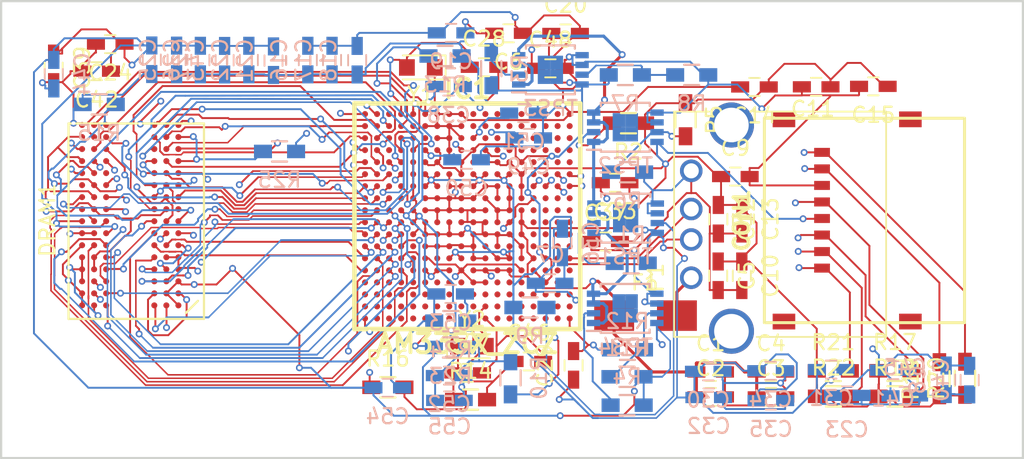
<source format=kicad_pcb>
(kicad_pcb (version 20171130) (host pcbnew "(5.1.12)-1")
  (layers (0 F.Cu signal) (1 In1.Cu power) (2 In2.Cu mixed) (31 B.Cu signal) (34 B.Paste user hide) (35 F.Paste user hide) (36 B.SilkS user hide) (37 F.SilkS user hide) (38 B.Mask user hide) (39 F.Mask user hide) (44 Edge.Cuts user))
  (net 0 "")
  (net 1 GND)
  (net 2 +5V)
  (net 3 +3V3)
  (net 4 1.8V)
  (net 5 1.1V)
  (net 6 +1.5V)
  (net 7 "Net-(C28-Pad1)")
  (net 8 GND_OSC1)
  (net 9 "Net-(C38-Pad1)")
  (net 10 "Net-(C46-Pad1)")
  (net 11 GND_OSC0)
  (net 12 "Net-(C47-Pad1)")
  (net 13 "Net-(C48-Pad1)")
  (net 14 "Net-(C49-Pad1)")
  (net 15 "Net-(C50-Pad1)")
  (net 16 "Net-(C51-Pad1)")
  (net 17 /DDR_VREF)
  (net 18 /MMC0_DAT2)
  (net 19 /MMC0_DAT3)
  (net 20 /MMC0_CMD)
  (net 21 /MMC0_CLK)
  (net 22 /MMC0_DAT0)
  (net 23 /MMC0_DAT1)
  (net 24 /DDR_D13)
  (net 25 /DDR_D15)
  (net 26 /DDR_D12)
  (net 27 /DDR_DQSn1)
  (net 28 /DDR_D14)
  (net 29 /DDR_D11)
  (net 30 /DDR_D9)
  (net 31 /DDR_DQS1)
  (net 32 /DDR_D10)
  (net 33 /DDR_DQM1)
  (net 34 /DDR_D8)
  (net 35 /DDR_D0)
  (net 36 /DDR_DQM0)
  (net 37 /DDR_D2)
  (net 38 /DDR_DQS0)
  (net 39 /DDR_D1)
  (net 40 /DDR_D3)
  (net 41 /DDR_D6)
  (net 42 /DDR_DQSn0)
  (net 43 /DDR_D4)
  (net 44 /DDR_D7)
  (net 45 /DDR_D5)
  (net 46 "Net-(DRAM1-PadJ1)")
  (net 47 /DDR_RASn)
  (net 48 /DDR_CK)
  (net 49 "Net-(DRAM1-PadJ9)")
  (net 50 /DDR_ODT)
  (net 51 /DDR_CASn)
  (net 52 /DDR_CKn)
  (net 53 /DDR_CKE)
  (net 54 "Net-(DRAM1-PadL1)")
  (net 55 /DDR_CSn0)
  (net 56 /DDR_WEn)
  (net 57 /DDR_A10)
  (net 58 /DDR_ZQ)
  (net 59 "Net-(DRAM1-PadL9)")
  (net 60 /DDR_BA0)
  (net 61 /DDR_BA2)
  (net 62 "Net-(DRAM1-PadM7)")
  (net 63 /DDR_A3)
  (net 64 /DDR_A0)
  (net 65 /DDR_A12)
  (net 66 /DDR_BA1)
  (net 67 /DDR_A5)
  (net 68 /DDR_A2)
  (net 69 /DDR_A1)
  (net 70 /DDR_A4)
  (net 71 /DDR_A7)
  (net 72 /DDR_A9)
  (net 73 /DDR_A11)
  (net 74 /DDR_A6)
  (net 75 /DDR_RESETn)
  (net 76 /DDR_A13)
  (net 77 "Net-(DRAM1-PadT7)")
  (net 78 /DDR_A8)
  (net 79 "Net-(F1-Pad2)")
  (net 80 "Net-(IC1-PadJ3)")
  (net 81 "Net-(IC1-PadB10)")
  (net 82 "Net-(IC1-PadA10)")
  (net 83 "Net-(IC1-PadA11)")
  (net 84 "Net-(IC1-PadA12)")
  (net 85 "Net-(IC1-PadA15)")
  (net 86 "Net-(IC1-PadA3)")
  (net 87 "Net-(IC1-PadB11)")
  (net 88 "Net-(IC1-PadB14)")
  (net 89 "Net-(IC1-PadB15)")
  (net 90 "Net-(IC1-PadB18)")
  (net 91 "Net-(IC1-PadB5)")
  (net 92 "Net-(IC1-PadB4)")
  (net 93 "Net-(IC1-PadC18)")
  (net 94 /USBD-)
  (net 95 "Net-(IC1-PadP18)")
  (net 96 "Net-(IC1-PadR18)")
  (net 97 "Net-(IC1-PadT18)")
  (net 98 "Net-(IC1-PadM5)")
  (net 99 "Net-(IC1-PadD3)")
  (net 100 "Net-(IC1-PadP16)")
  (net 101 "Net-(IC1-PadP17)")
  (net 102 "Net-(IC1-PadR17)")
  (net 103 /USBD+)
  (net 104 "Net-(IC1-PadC5)")
  (net 105 "Net-(IC1-PadD14)")
  (net 106 "Net-(IC1-PadC14)")
  (net 107 "Net-(IC1-PadM15)")
  (net 108 "Net-(IC1-PadC11)")
  (net 109 "Net-(IC1-PadF15)")
  (net 110 "Net-(IC1-PadF16)")
  (net 111 "Net-(IC1-PadC6)")
  (net 112 "Net-(IC1-PadH4)")
  (net 113 "Net-(P1-Pad5)")
  (net 114 "Net-(R1-Pad2)")
  (net 115 "Net-(R2-Pad2)")
  (net 116 "Net-(R3-Pad2)")
  (net 117 "Net-(R4-Pad2)")
  (net 118 /3.3FB)
  (net 119 /1.8FB)
  (net 120 /1.1FB)
  (net 121 /1.5FB)
  (module Capacitors_SMD:C_0603_HandSoldering (layer B.Cu) (at 149.23 87.45)
    (fp_text reference C50 (at 0 1.9) (layer B.SilkS) (effects (justify mirror)))
    (fp_text value 1uF)
    (pad 1 smd rect (at -0.95 0) (size 1.2 0.75) (layers B.Cu B.Paste B.Mask) (net 15 "Net-(C50-Pad1)"))
    (pad 2 smd rect (at 0.95 0) (size 1.2 0.75) (layers B.Cu B.Paste B.Mask) (net 1 GND))
  )
  (module libraries:bga-csg324 (layer F.Cu) (at 149.281 91.2111)
    (fp_text reference IC1 (at 0 -8.4836) (layer F.SilkS) (effects (font (size 1.27 1.27) (thickness 0.254))))
    (fp_text value AM335X_ZCZ (at 0 8.47344) (layer F.SilkS) (effects (font (size 1.27 1.27) (thickness 0.254))))
    (pad J9 smd circle (at -0.39878 -0.39878) (size 0.39878 0.39878) (layers F.Cu F.Paste F.Mask) (net 1 GND))
    (pad J10 smd circle (at 0.39878 -0.39878) (size 0.39878 0.39878) (layers F.Cu F.Paste F.Mask) (net 1 GND))
    (pad K9 smd circle (at -0.39878 0.39878) (size 0.39878 0.39878) (layers F.Cu F.Paste F.Mask) (net 1 GND))
    (pad K10 smd circle (at 0.39878 0.39878) (size 0.39878 0.39878) (layers F.Cu F.Paste F.Mask) (net 1 GND))
    (pad J11 smd circle (at 1.19888 -0.39878) (size 0.39878 0.39878) (layers F.Cu F.Paste F.Mask) (net 1 GND))
    (pad J12 smd circle (at 1.99898 -0.39878) (size 0.39878 0.39878) (layers F.Cu F.Paste F.Mask) (net 5 1.1V))
    (pad J13 smd circle (at 2.79908 -0.39878) (size 0.39878 0.39878) (layers F.Cu F.Paste F.Mask) (net 5 1.1V))
    (pad J14 smd circle (at 3.59918 -0.39878) (size 0.39878 0.39878) (layers F.Cu F.Paste F.Mask) (net 3 +3V3))
    (pad H12 smd circle (at 2.0066 -1.19888) (size 0.39878 0.39878) (layers F.Cu F.Paste F.Mask) (net 1 GND))
    (pad G12 smd circle (at 1.99898 -1.99898) (size 0.39878 0.39878) (layers F.Cu F.Paste F.Mask) (net 1 GND))
    (pad F12 smd circle (at 1.99898 -2.79908) (size 0.39878 0.39878) (layers F.Cu F.Paste F.Mask) (net 5 1.1V))
    (pad F11 smd circle (at 1.19888 -2.79908) (size 0.39878 0.39878) (layers F.Cu F.Paste F.Mask) (net 5 1.1V))
    (pad G11 smd circle (at 1.19888 -1.99898) (size 0.39878 0.39878) (layers F.Cu F.Paste F.Mask) (net 1 GND))
    (pad H13 smd circle (at 2.79908 -1.19888) (size 0.39878 0.39878) (layers F.Cu F.Paste F.Mask) (net 5 1.1V))
    (pad H11 smd circle (at 1.19888 -1.19888) (size 0.39878 0.39878) (layers F.Cu F.Paste F.Mask) (net 5 1.1V))
    (pad G13 smd circle (at 2.79908 -1.99898) (size 0.39878 0.39878) (layers F.Cu F.Paste F.Mask) (net 5 1.1V))
    (pad F13 smd circle (at 2.79908 -2.79908) (size 0.39878 0.39878) (layers F.Cu F.Paste F.Mask) (net 5 1.1V))
    (pad L10 smd circle (at 0.39878 1.19888) (size 0.39878 0.39878) (layers F.Cu F.Paste F.Mask) (net 1 GND))
    (pad K11 smd circle (at 1.19888 0.39878) (size 0.39878 0.39878) (layers F.Cu F.Paste F.Mask) (net 1 GND))
    (pad L11 smd circle (at 1.19888 1.19888) (size 0.39878 0.39878) (layers F.Cu F.Paste F.Mask) (net 1 GND))
    (pad M10 smd circle (at 0.39878 1.99898) (size 0.39878 0.39878) (layers F.Cu F.Paste F.Mask) (net 1 GND))
    (pad N10 smd circle (at 0.39878 2.79908) (size 0.39878 0.39878) (layers F.Cu F.Paste F.Mask) (net 1 GND))
    (pad M11 smd circle (at 1.19888 1.99898) (size 0.39878 0.39878) (layers F.Cu F.Paste F.Mask) (net 5 1.1V))
    (pad N11 smd circle (at 1.19888 2.79908) (size 0.39878 0.39878) (layers F.Cu F.Paste F.Mask) (net 1 GND))
    (pad N12 smd circle (at 1.99898 2.79908) (size 0.39878 0.39878) (layers F.Cu F.Paste F.Mask) (net 5 1.1V))
    (pad M12 smd circle (at 1.99898 1.99898) (size 0.39878 0.39878) (layers F.Cu F.Paste F.Mask) (net 1 GND))
    (pad L12 smd circle (at 1.99898 1.19888) (size 0.39878 0.39878) (layers F.Cu F.Paste F.Mask) (net 1 GND))
    (pad J15 smd circle (at 4.39928 -0.39878) (size 0.39878 0.39878) (layers F.Cu F.Paste F.Mask))
    (pad J16 smd circle (at 5.19938 -0.39878) (size 0.39878 0.39878) (layers F.Cu F.Paste F.Mask))
    (pad J17 smd circle (at 5.99948 -0.39878) (size 0.39878 0.39878) (layers F.Cu F.Paste F.Mask))
    (pad J18 smd circle (at 6.79958 -0.39878) (size 0.39878 0.39878) (layers F.Cu F.Paste F.Mask))
    (pad K12 smd circle (at 1.99898 0.39878) (size 0.39878 0.39878) (layers F.Cu F.Paste F.Mask) (net 5 1.1V))
    (pad J8 smd circle (at -1.19888 -0.39878) (size 0.39878 0.39878) (layers F.Cu F.Paste F.Mask) (net 1 GND))
    (pad J7 smd circle (at -1.99898 -0.39878) (size 0.39878 0.39878) (layers F.Cu F.Paste F.Mask) (net 1 GND))
    (pad J6 smd circle (at -2.79908 -0.39878) (size 0.39878 0.39878) (layers F.Cu F.Paste F.Mask) (net 1 GND))
    (pad J5 smd circle (at -3.59918 -0.39878) (size 0.39878 0.39878) (layers F.Cu F.Paste F.Mask) (net 6 +1.5V))
    (pad J4 smd circle (at -4.39928 -0.39878) (size 0.39878 0.39878) (layers F.Cu F.Paste F.Mask) (net 17 /DDR_VREF))
    (pad J3 smd circle (at -5.19938 -0.39878) (size 0.39878 0.39878) (layers F.Cu F.Paste F.Mask) (net 80 "Net-(IC1-PadJ3)"))
    (pad J2 smd circle (at -5.99948 -0.39878) (size 0.39878 0.39878) (layers F.Cu F.Paste F.Mask) (net 33 /DDR_DQM1))
    (pad J1 smd circle (at -6.79958 -0.39878) (size 0.39878 0.39878) (layers F.Cu F.Paste F.Mask) (net 34 /DDR_D8))
    (pad H10 smd circle (at 0.39878 -1.19888) (size 0.39878 0.39878) (layers F.Cu F.Paste F.Mask) (net 1 GND))
    (pad G10 smd circle (at 0.39878 -1.99898) (size 0.39878 0.39878) (layers F.Cu F.Paste F.Mask) (net 5 1.1V))
    (pad F10 smd circle (at 0.39878 -2.79908) (size 0.39878 0.39878) (layers F.Cu F.Paste F.Mask) (net 5 1.1V))
    (pad E10 smd circle (at 0.39878 -3.59918) (size 0.39878 0.39878) (layers F.Cu F.Paste F.Mask) (net 3 +3V3))
    (pad D10 smd circle (at 0.39878 -4.39928) (size 0.39878 0.39878) (layers F.Cu F.Paste F.Mask) (net 4 1.8V))
    (pad C10 smd circle (at 0.39878 -5.19938) (size 0.39878 0.39878) (layers F.Cu F.Paste F.Mask) (net 16 "Net-(C51-Pad1)"))
    (pad B10 smd circle (at 0.39878 -5.99948) (size 0.39878 0.39878) (layers F.Cu F.Paste F.Mask) (net 81 "Net-(IC1-PadB10)"))
    (pad A10 smd circle (at 0.39878 -6.79958) (size 0.39878 0.39878) (layers F.Cu F.Paste F.Mask) (net 82 "Net-(IC1-PadA10)"))
    (pad A11 smd circle (at 1.19888 -6.79958) (size 0.39878 0.39878) (layers F.Cu F.Paste F.Mask) (net 83 "Net-(IC1-PadA11)"))
    (pad A12 smd circle (at 1.99898 -6.79958) (size 0.39878 0.39878) (layers F.Cu F.Paste F.Mask) (net 84 "Net-(IC1-PadA12)"))
    (pad A13 smd circle (at 2.79908 -6.79958) (size 0.39878 0.39878) (layers F.Cu F.Paste F.Mask))
    (pad A14 smd circle (at 3.59918 -6.79958) (size 0.39878 0.39878) (layers F.Cu F.Paste F.Mask))
    (pad A15 smd circle (at 4.39928 -6.79958) (size 0.39878 0.39878) (layers F.Cu F.Paste F.Mask) (net 85 "Net-(IC1-PadA15)"))
    (pad A16 smd circle (at 5.19938 -6.79958) (size 0.39878 0.39878) (layers F.Cu F.Paste F.Mask))
    (pad A17 smd circle (at 5.99948 -6.79958) (size 0.39878 0.39878) (layers F.Cu F.Paste F.Mask))
    (pad A18 smd circle (at 6.79958 -6.79958) (size 0.39878 0.39878) (layers F.Cu F.Paste F.Mask) (net 1 GND))
    (pad A9 smd circle (at -0.39878 -6.79958) (size 0.39878 0.39878) (layers F.Cu F.Paste F.Mask) (net 1 GND))
    (pad A8 smd circle (at -1.19888 -6.79958) (size 0.39878 0.39878) (layers F.Cu F.Paste F.Mask) (net 1 GND))
    (pad A7 smd circle (at -1.99898 -6.79958) (size 0.39878 0.39878) (layers F.Cu F.Paste F.Mask) (net 1 GND))
    (pad A6 smd circle (at -2.79908 -6.79958) (size 0.39878 0.39878) (layers F.Cu F.Paste F.Mask) (net 9 "Net-(C38-Pad1)"))
    (pad A5 smd circle (at -3.59918 -6.79958) (size 0.39878 0.39878) (layers F.Cu F.Paste F.Mask) (net 8 GND_OSC1))
    (pad A4 smd circle (at -4.39928 -6.79958) (size 0.39878 0.39878) (layers F.Cu F.Paste F.Mask) (net 7 "Net-(C28-Pad1)"))
    (pad A3 smd circle (at -5.19938 -6.79958) (size 0.39878 0.39878) (layers F.Cu F.Paste F.Mask) (net 86 "Net-(IC1-PadA3)"))
    (pad A2 smd circle (at -5.99948 -6.79958) (size 0.39878 0.39878) (layers F.Cu F.Paste F.Mask) (net 5 1.1V))
    (pad A1 smd circle (at -6.79958 -6.79958) (size 0.39878 0.39878) (layers F.Cu F.Paste F.Mask) (net 1 GND))
    (pad B11 smd circle (at 1.19888 -5.99948) (size 0.39878 0.39878) (layers F.Cu F.Paste F.Mask) (net 87 "Net-(IC1-PadB11)"))
    (pad B12 smd circle (at 1.99898 -5.99948) (size 0.39878 0.39878) (layers F.Cu F.Paste F.Mask))
    (pad B13 smd circle (at 2.79908 -5.99948) (size 0.39878 0.39878) (layers F.Cu F.Paste F.Mask))
    (pad B14 smd circle (at 3.59918 -5.99948) (size 0.39878 0.39878) (layers F.Cu F.Paste F.Mask) (net 88 "Net-(IC1-PadB14)"))
    (pad B15 smd circle (at 4.39928 -5.99948) (size 0.39878 0.39878) (layers F.Cu F.Paste F.Mask) (net 89 "Net-(IC1-PadB15)"))
    (pad B16 smd circle (at 5.19938 -5.99948) (size 0.39878 0.39878) (layers F.Cu F.Paste F.Mask))
    (pad B17 smd circle (at 5.99948 -5.99948) (size 0.39878 0.39878) (layers F.Cu F.Paste F.Mask))
    (pad B18 smd circle (at 6.79958 -5.99948) (size 0.39878 0.39878) (layers F.Cu F.Paste F.Mask) (net 90 "Net-(IC1-PadB18)"))
    (pad B9 smd circle (at -0.39878 -5.99948) (size 0.39878 0.39878) (layers F.Cu F.Paste F.Mask) (net 1 GND))
    (pad B8 smd circle (at -1.19888 -5.99948) (size 0.39878 0.39878) (layers F.Cu F.Paste F.Mask) (net 1 GND))
    (pad B7 smd circle (at -1.99898 -5.99948) (size 0.39878 0.39878) (layers F.Cu F.Paste F.Mask) (net 1 GND))
    (pad B6 smd circle (at -2.79908 -5.99948) (size 0.39878 0.39878) (layers F.Cu F.Paste F.Mask) (net 1 GND))
    (pad B5 smd circle (at -3.59918 -5.99948) (size 0.39878 0.39878) (layers F.Cu F.Paste F.Mask) (net 91 "Net-(IC1-PadB5)"))
    (pad B4 smd circle (at -4.39928 -5.99948) (size 0.39878 0.39878) (layers F.Cu F.Paste F.Mask) (net 92 "Net-(IC1-PadB4)"))
    (pad B3 smd circle (at -5.19938 -5.99948) (size 0.39878 0.39878) (layers F.Cu F.Paste F.Mask) (net 61 /DDR_BA2))
    (pad B2 smd circle (at -5.99948 -5.99948) (size 0.39878 0.39878) (layers F.Cu F.Paste F.Mask) (net 56 /DDR_WEn))
    (pad B1 smd circle (at -6.79958 -5.99948) (size 0.39878 0.39878) (layers F.Cu F.Paste F.Mask) (net 67 /DDR_A5))
    (pad C18 smd circle (at 6.79958 -5.19938) (size 0.39878 0.39878) (layers F.Cu F.Paste F.Mask) (net 93 "Net-(IC1-PadC18)"))
    (pad D18 smd circle (at 6.79958 -4.39928) (size 0.39878 0.39878) (layers F.Cu F.Paste F.Mask))
    (pad E18 smd circle (at 6.79958 -3.59918) (size 0.39878 0.39878) (layers F.Cu F.Paste F.Mask))
    (pad F18 smd circle (at 6.79958 -2.79908) (size 0.39878 0.39878) (layers F.Cu F.Paste F.Mask) (net 18 /MMC0_DAT2))
    (pad G18 smd circle (at 6.79958 -1.99898) (size 0.39878 0.39878) (layers F.Cu F.Paste F.Mask) (net 20 /MMC0_CMD))
    (pad H18 smd circle (at 6.79958 -1.19888) (size 0.39878 0.39878) (layers F.Cu F.Paste F.Mask))
    (pad K18 smd circle (at 6.79958 0.39878) (size 0.39878 0.39878) (layers F.Cu F.Paste F.Mask))
    (pad L18 smd circle (at 6.79958 1.19888) (size 0.39878 0.39878) (layers F.Cu F.Paste F.Mask))
    (pad M18 smd circle (at 6.79958 1.99898) (size 0.39878 0.39878) (layers F.Cu F.Paste F.Mask))
    (pad N18 smd circle (at 6.79958 2.79908) (size 0.39878 0.39878) (layers F.Cu F.Paste F.Mask) (net 94 /USBD-))
    (pad P18 smd circle (at 6.79958 3.59918) (size 0.39878 0.39878) (layers F.Cu F.Paste F.Mask) (net 95 "Net-(IC1-PadP18)"))
    (pad R18 smd circle (at 6.79958 4.39928) (size 0.39878 0.39878) (layers F.Cu F.Paste F.Mask) (net 96 "Net-(IC1-PadR18)"))
    (pad T18 smd circle (at 6.79958 5.19938) (size 0.39878 0.39878) (layers F.Cu F.Paste F.Mask) (net 97 "Net-(IC1-PadT18)"))
    (pad U18 smd circle (at 6.79958 5.99948) (size 0.39878 0.39878) (layers F.Cu F.Paste F.Mask))
    (pad V18 smd circle (at 6.79958 6.79958) (size 0.39878 0.39878) (layers F.Cu F.Paste F.Mask) (net 1 GND))
    (pad V17 smd circle (at 5.99948 6.79958) (size 0.39878 0.39878) (layers F.Cu F.Paste F.Mask))
    (pad V16 smd circle (at 5.19938 6.79958) (size 0.39878 0.39878) (layers F.Cu F.Paste F.Mask))
    (pad V15 smd circle (at 4.39928 6.79958) (size 0.39878 0.39878) (layers F.Cu F.Paste F.Mask))
    (pad V14 smd circle (at 3.59918 6.79958) (size 0.39878 0.39878) (layers F.Cu F.Paste F.Mask))
    (pad V13 smd circle (at 2.79908 6.79958) (size 0.39878 0.39878) (layers F.Cu F.Paste F.Mask))
    (pad V12 smd circle (at 1.99898 6.79958) (size 0.39878 0.39878) (layers F.Cu F.Paste F.Mask))
    (pad V11 smd circle (at 1.19888 6.79958) (size 0.39878 0.39878) (layers F.Cu F.Paste F.Mask) (net 11 GND_OSC0))
    (pad V10 smd circle (at 0.39878 6.79958) (size 0.39878 0.39878) (layers F.Cu F.Paste F.Mask) (net 12 "Net-(C47-Pad1)"))
    (pad H9 smd circle (at -0.39878 -1.19888) (size 0.39878 0.39878) (layers F.Cu F.Paste F.Mask) (net 1 GND))
    (pad G9 smd circle (at -0.39878 -1.99898) (size 0.39878 0.39878) (layers F.Cu F.Paste F.Mask) (net 1 GND))
    (pad H8 smd circle (at -1.19888 -1.19888) (size 0.39878 0.39878) (layers F.Cu F.Paste F.Mask) (net 1 GND))
    (pad F9 smd circle (at -0.39878 -2.79908) (size 0.39878 0.39878) (layers F.Cu F.Paste F.Mask) (net 4 1.8V))
    (pad G8 smd circle (at -1.19888 -1.99898) (size 0.39878 0.39878) (layers F.Cu F.Paste F.Mask) (net 1 GND))
    (pad H7 smd circle (at -1.99898 -1.19888) (size 0.39878 0.39878) (layers F.Cu F.Paste F.Mask) (net 1 GND))
    (pad F8 smd circle (at -1.19888 -2.79908) (size 0.39878 0.39878) (layers F.Cu F.Paste F.Mask) (net 1 GND))
    (pad F7 smd circle (at -1.99898 -2.79908) (size 0.39878 0.39878) (layers F.Cu F.Paste F.Mask) (net 5 1.1V))
    (pad F6 smd circle (at -2.79908 -2.79908) (size 0.39878 0.39878) (layers F.Cu F.Paste F.Mask) (net 5 1.1V))
    (pad F1 smd circle (at -6.79958 -2.79908) (size 0.39878 0.39878) (layers F.Cu F.Paste F.Mask) (net 51 /DDR_CASn))
    (pad G7 smd circle (at -1.99898 -1.99898) (size 0.39878 0.39878) (layers F.Cu F.Paste F.Mask) (net 5 1.1V))
    (pad G6 smd circle (at -2.79908 -1.99898) (size 0.39878 0.39878) (layers F.Cu F.Paste F.Mask) (net 5 1.1V))
    (pad G1 smd circle (at -6.79958 -1.99898) (size 0.39878 0.39878) (layers F.Cu F.Paste F.Mask) (net 50 /DDR_ODT))
    (pad H1 smd circle (at -6.79958 -1.19888) (size 0.39878 0.39878) (layers F.Cu F.Paste F.Mask) (net 69 /DDR_A1))
    (pad H6 smd circle (at -2.79908 -1.19888) (size 0.39878 0.39878) (layers F.Cu F.Paste F.Mask) (net 1 GND))
    (pad F5 smd circle (at -3.59918 -2.79908) (size 0.39878 0.39878) (layers F.Cu F.Paste F.Mask) (net 6 +1.5V))
    (pad G5 smd circle (at -3.59918 -1.99898) (size 0.39878 0.39878) (layers F.Cu F.Paste F.Mask) (net 6 +1.5V))
    (pad H5 smd circle (at -3.59918 -1.19888) (size 0.39878 0.39878) (layers F.Cu F.Paste F.Mask) (net 6 +1.5V))
    (pad K5 smd circle (at -3.59918 0.39878) (size 0.39878 0.39878) (layers F.Cu F.Paste F.Mask) (net 6 +1.5V))
    (pad C1 smd circle (at -6.79958 -5.19938) (size 0.39878 0.39878) (layers F.Cu F.Paste F.Mask) (net 72 /DDR_A9))
    (pad D1 smd circle (at -6.79958 -4.39928) (size 0.39878 0.39878) (layers F.Cu F.Paste F.Mask) (net 52 /DDR_CKn))
    (pad E1 smd circle (at -6.79958 -3.59918) (size 0.39878 0.39878) (layers F.Cu F.Paste F.Mask) (net 66 /DDR_BA1))
    (pad K1 smd circle (at -6.79958 0.39878) (size 0.39878 0.39878) (layers F.Cu F.Paste F.Mask) (net 30 /DDR_D9))
    (pad L1 smd circle (at -6.79958 1.19888) (size 0.39878 0.39878) (layers F.Cu F.Paste F.Mask) (net 31 /DDR_DQS1))
    (pad M1 smd circle (at -6.79958 1.99898) (size 0.39878 0.39878) (layers F.Cu F.Paste F.Mask) (net 25 /DDR_D15))
    (pad N1 smd circle (at -6.79958 2.79908) (size 0.39878 0.39878) (layers F.Cu F.Paste F.Mask) (net 37 /DDR_D2))
    (pad P1 smd circle (at -6.79958 3.59918) (size 0.39878 0.39878) (layers F.Cu F.Paste F.Mask) (net 38 /DDR_DQS0))
    (pad R1 smd circle (at -6.79958 4.39928) (size 0.39878 0.39878) (layers F.Cu F.Paste F.Mask))
    (pad T1 smd circle (at -6.79958 5.19938) (size 0.39878 0.39878) (layers F.Cu F.Paste F.Mask))
    (pad U1 smd circle (at -6.79958 5.99948) (size 0.39878 0.39878) (layers F.Cu F.Paste F.Mask))
    (pad V1 smd circle (at -6.79958 6.79958) (size 0.39878 0.39878) (layers F.Cu F.Paste F.Mask) (net 1 GND))
    (pad L5 smd circle (at -3.59918 1.19888) (size 0.39878 0.39878) (layers F.Cu F.Paste F.Mask) (net 6 +1.5V))
    (pad M5 smd circle (at -3.59918 1.99898) (size 0.39878 0.39878) (layers F.Cu F.Paste F.Mask) (net 98 "Net-(IC1-PadM5)"))
    (pad N5 smd circle (at -3.59918 2.79908) (size 0.39878 0.39878) (layers F.Cu F.Paste F.Mask) (net 3 +3V3))
    (pad V5 smd circle (at -3.59918 6.79958) (size 0.39878 0.39878) (layers F.Cu F.Paste F.Mask))
    (pad K6 smd circle (at -2.79908 0.39878) (size 0.39878 0.39878) (layers F.Cu F.Paste F.Mask) (net 5 1.1V))
    (pad K7 smd circle (at -1.99898 0.39878) (size 0.39878 0.39878) (layers F.Cu F.Paste F.Mask) (net 1 GND))
    (pad K8 smd circle (at -1.19888 0.39878) (size 0.39878 0.39878) (layers F.Cu F.Paste F.Mask) (net 5 1.1V))
    (pad L6 smd circle (at -2.79908 1.19888) (size 0.39878 0.39878) (layers F.Cu F.Paste F.Mask) (net 5 1.1V))
    (pad L7 smd circle (at -1.99898 1.19888) (size 0.39878 0.39878) (layers F.Cu F.Paste F.Mask) (net 5 1.1V))
    (pad L8 smd circle (at -1.19888 1.19888) (size 0.39878 0.39878) (layers F.Cu F.Paste F.Mask) (net 5 1.1V))
    (pad L9 smd circle (at -0.39878 1.19888) (size 0.39878 0.39878) (layers F.Cu F.Paste F.Mask) (net 5 1.1V))
    (pad M6 smd circle (at -2.79908 1.99898) (size 0.39878 0.39878) (layers F.Cu F.Paste F.Mask) (net 1 GND))
    (pad M7 smd circle (at -1.99898 1.99898) (size 0.39878 0.39878) (layers F.Cu F.Paste F.Mask) (net 1 GND))
    (pad M8 smd circle (at -1.19888 1.99898) (size 0.39878 0.39878) (layers F.Cu F.Paste F.Mask) (net 1 GND))
    (pad M9 smd circle (at -0.39878 1.99898) (size 0.39878 0.39878) (layers F.Cu F.Paste F.Mask) (net 1 GND))
    (pad N6 smd circle (at -2.79908 2.79908) (size 0.39878 0.39878) (layers F.Cu F.Paste F.Mask) (net 4 1.8V))
    (pad N7 smd circle (at -1.99898 2.79908) (size 0.39878 0.39878) (layers F.Cu F.Paste F.Mask) (net 1 GND))
    (pad N8 smd circle (at -1.19888 2.79908) (size 0.39878 0.39878) (layers F.Cu F.Paste F.Mask) (net 5 1.1V))
    (pad N9 smd circle (at -0.39878 2.79908) (size 0.39878 0.39878) (layers F.Cu F.Paste F.Mask) (net 5 1.1V))
    (pad V6 smd circle (at -2.79908 6.79958) (size 0.39878 0.39878) (layers F.Cu F.Paste F.Mask))
    (pad V7 smd circle (at -1.99898 6.79958) (size 0.39878 0.39878) (layers F.Cu F.Paste F.Mask))
    (pad V8 smd circle (at -1.19888 6.79958) (size 0.39878 0.39878) (layers F.Cu F.Paste F.Mask))
    (pad V9 smd circle (at -0.39878 6.79958) (size 0.39878 0.39878) (layers F.Cu F.Paste F.Mask))
    (pad V2 smd circle (at -5.99948 6.79958) (size 0.39878 0.39878) (layers F.Cu F.Paste F.Mask))
    (pad V3 smd circle (at -5.19938 6.79958) (size 0.39878 0.39878) (layers F.Cu F.Paste F.Mask))
    (pad V4 smd circle (at -4.39928 6.79958) (size 0.39878 0.39878) (layers F.Cu F.Paste F.Mask))
    (pad P10 smd circle (at 0.39878 3.59918) (size 0.39878 0.39878) (layers F.Cu F.Paste F.Mask) (net 3 +3V3))
    (pad R10 smd circle (at 0.39878 4.39928) (size 0.39878 0.39878) (layers F.Cu F.Paste F.Mask) (net 4 1.8V))
    (pad T10 smd circle (at 0.39878 5.19938) (size 0.39878 0.39878) (layers F.Cu F.Paste F.Mask))
    (pad U10 smd circle (at 0.39878 5.99948) (size 0.39878 0.39878) (layers F.Cu F.Paste F.Mask))
    (pad P9 smd circle (at -0.39878 3.59918) (size 0.39878 0.39878) (layers F.Cu F.Paste F.Mask) (net 4 1.8V))
    (pad R9 smd circle (at -0.39878 4.39928) (size 0.39878 0.39878) (layers F.Cu F.Paste F.Mask))
    (pad T9 smd circle (at -0.39878 5.19938) (size 0.39878 0.39878) (layers F.Cu F.Paste F.Mask))
    (pad U9 smd circle (at -0.39878 5.99948) (size 0.39878 0.39878) (layers F.Cu F.Paste F.Mask))
    (pad E9 smd circle (at -0.39878 -3.59918) (size 0.39878 0.39878) (layers F.Cu F.Paste F.Mask) (net 4 1.8V))
    (pad D9 smd circle (at -0.39878 -4.39928) (size 0.39878 0.39878) (layers F.Cu F.Paste F.Mask) (net 14 "Net-(C49-Pad1)"))
    (pad C9 smd circle (at -0.39878 -5.19938) (size 0.39878 0.39878) (layers F.Cu F.Paste F.Mask) (net 1 GND))
    (pad C2 smd circle (at -5.99948 -5.19938) (size 0.39878 0.39878) (layers F.Cu F.Paste F.Mask) (net 70 /DDR_A4))
    (pad C3 smd circle (at -5.19938 -5.19938) (size 0.39878 0.39878) (layers F.Cu F.Paste F.Mask) (net 63 /DDR_A3))
    (pad D3 smd circle (at -5.19938 -4.39928) (size 0.39878 0.39878) (layers F.Cu F.Paste F.Mask) (net 99 "Net-(IC1-PadD3)"))
    (pad D2 smd circle (at -5.99948 -4.39928) (size 0.39878 0.39878) (layers F.Cu F.Paste F.Mask) (net 48 /DDR_CK))
    (pad E4 smd circle (at -4.39928 -3.59918) (size 0.39878 0.39878) (layers F.Cu F.Paste F.Mask) (net 68 /DDR_A2))
    (pad D4 smd circle (at -4.39928 -4.39928) (size 0.39878 0.39878) (layers F.Cu F.Paste F.Mask) (net 78 /DDR_A8))
    (pad D5 smd circle (at -3.59918 -4.39928) (size 0.39878 0.39878) (layers F.Cu F.Paste F.Mask) (net 74 /DDR_A6))
    (pad E5 smd circle (at -3.59918 -3.59918) (size 0.39878 0.39878) (layers F.Cu F.Paste F.Mask) (net 6 +1.5V))
    (pad F14 smd circle (at 3.59918 -2.79908) (size 0.39878 0.39878) (layers F.Cu F.Paste F.Mask) (net 3 +3V3))
    (pad G14 smd circle (at 3.59918 -1.99898) (size 0.39878 0.39878) (layers F.Cu F.Paste F.Mask) (net 3 +3V3))
    (pad H14 smd circle (at 3.59918 -1.19888) (size 0.39878 0.39878) (layers F.Cu F.Paste F.Mask) (net 3 +3V3))
    (pad K13 smd circle (at 2.79908 0.39878) (size 0.39878 0.39878) (layers F.Cu F.Paste F.Mask) (net 4 1.8V))
    (pad K14 smd circle (at 3.59918 0.39878) (size 0.39878 0.39878) (layers F.Cu F.Paste F.Mask) (net 3 +3V3))
    (pad L13 smd circle (at 2.79908 1.19888) (size 0.39878 0.39878) (layers F.Cu F.Paste F.Mask) (net 1 GND))
    (pad L14 smd circle (at 3.59918 1.19888) (size 0.39878 0.39878) (layers F.Cu F.Paste F.Mask) (net 3 +3V3))
    (pad M13 smd circle (at 2.79908 1.99898) (size 0.39878 0.39878) (layers F.Cu F.Paste F.Mask) (net 5 1.1V))
    (pad M14 smd circle (at 3.59918 1.99898) (size 0.39878 0.39878) (layers F.Cu F.Paste F.Mask) (net 1 GND))
    (pad N13 smd circle (at 2.79908 2.79908) (size 0.39878 0.39878) (layers F.Cu F.Paste F.Mask) (net 5 1.1V))
    (pad N14 smd circle (at 3.59918 2.79908) (size 0.39878 0.39878) (layers F.Cu F.Paste F.Mask) (net 1 GND))
    (pad P11 smd circle (at 1.19888 3.59918) (size 0.39878 0.39878) (layers F.Cu F.Paste F.Mask) (net 3 +3V3))
    (pad R11 smd circle (at 1.19888 4.39928) (size 0.39878 0.39878) (layers F.Cu F.Paste F.Mask) (net 4 1.8V))
    (pad T11 smd circle (at 1.19888 5.19938) (size 0.39878 0.39878) (layers F.Cu F.Paste F.Mask))
    (pad U11 smd circle (at 1.19888 5.99948) (size 0.39878 0.39878) (layers F.Cu F.Paste F.Mask) (net 10 "Net-(C46-Pad1)"))
    (pad P12 smd circle (at 1.99898 3.59918) (size 0.39878 0.39878) (layers F.Cu F.Paste F.Mask) (net 3 +3V3))
    (pad P13 smd circle (at 2.79908 3.59918) (size 0.39878 0.39878) (layers F.Cu F.Paste F.Mask) (net 3 +3V3))
    (pad P14 smd circle (at 3.59918 3.59918) (size 0.39878 0.39878) (layers F.Cu F.Paste F.Mask) (net 4 1.8V))
    (pad P15 smd circle (at 4.39928 3.59918) (size 0.39878 0.39878) (layers F.Cu F.Paste F.Mask) (net 2 +5V))
    (pad P16 smd circle (at 5.19938 3.59918) (size 0.39878 0.39878) (layers F.Cu F.Paste F.Mask) (net 100 "Net-(IC1-PadP16)"))
    (pad P17 smd circle (at 5.99948 3.59918) (size 0.39878 0.39878) (layers F.Cu F.Paste F.Mask) (net 101 "Net-(IC1-PadP17)"))
    (pad R14 smd circle (at 3.59918 4.39928) (size 0.39878 0.39878) (layers F.Cu F.Paste F.Mask))
    (pad T14 smd circle (at 3.59918 5.19938) (size 0.39878 0.39878) (layers F.Cu F.Paste F.Mask))
    (pad U14 smd circle (at 3.59918 5.99948) (size 0.39878 0.39878) (layers F.Cu F.Paste F.Mask))
    (pad R15 smd circle (at 4.39928 4.39928) (size 0.39878 0.39878) (layers F.Cu F.Paste F.Mask) (net 3 +3V3))
    (pad R16 smd circle (at 5.19938 4.39928) (size 0.39878 0.39878) (layers F.Cu F.Paste F.Mask) (net 4 1.8V))
    (pad R17 smd circle (at 5.99948 4.39928) (size 0.39878 0.39878) (layers F.Cu F.Paste F.Mask) (net 102 "Net-(IC1-PadR17)"))
    (pad T15 smd circle (at 4.39928 5.19938) (size 0.39878 0.39878) (layers F.Cu F.Paste F.Mask))
    (pad T16 smd circle (at 5.19938 5.19938) (size 0.39878 0.39878) (layers F.Cu F.Paste F.Mask))
    (pad T17 smd circle (at 5.99948 5.19938) (size 0.39878 0.39878) (layers F.Cu F.Paste F.Mask))
    (pad U15 smd circle (at 4.39928 5.99948) (size 0.39878 0.39878) (layers F.Cu F.Paste F.Mask))
    (pad U16 smd circle (at 5.19938 5.99948) (size 0.39878 0.39878) (layers F.Cu F.Paste F.Mask))
    (pad U17 smd circle (at 5.99948 5.99948) (size 0.39878 0.39878) (layers F.Cu F.Paste F.Mask))
    (pad K17 smd circle (at 5.99948 0.39878) (size 0.39878 0.39878) (layers F.Cu F.Paste F.Mask))
    (pad L17 smd circle (at 5.99948 1.19888) (size 0.39878 0.39878) (layers F.Cu F.Paste F.Mask))
    (pad M17 smd circle (at 5.99948 1.99898) (size 0.39878 0.39878) (layers F.Cu F.Paste F.Mask))
    (pad N17 smd circle (at 5.99948 2.79908) (size 0.39878 0.39878) (layers F.Cu F.Paste F.Mask) (net 103 /USBD+))
    (pad K15 smd circle (at 4.39928 0.39878) (size 0.39878 0.39878) (layers F.Cu F.Paste F.Mask))
    (pad K16 smd circle (at 5.19938 0.39878) (size 0.39878 0.39878) (layers F.Cu F.Paste F.Mask))
    (pad K4 smd circle (at -4.39928 0.39878) (size 0.39878 0.39878) (layers F.Cu F.Paste F.Mask) (net 26 /DDR_D12))
    (pad K3 smd circle (at -5.19938 0.39878) (size 0.39878 0.39878) (layers F.Cu F.Paste F.Mask) (net 29 /DDR_D11))
    (pad K2 smd circle (at -5.99948 0.39878) (size 0.39878 0.39878) (layers F.Cu F.Paste F.Mask) (net 32 /DDR_D10))
    (pad L2 smd circle (at -5.99948 1.19888) (size 0.39878 0.39878) (layers F.Cu F.Paste F.Mask) (net 27 /DDR_DQSn1))
    (pad M2 smd circle (at -5.99948 1.99898) (size 0.39878 0.39878) (layers F.Cu F.Paste F.Mask) (net 36 /DDR_DQM0))
    (pad N2 smd circle (at -5.99948 2.79908) (size 0.39878 0.39878) (layers F.Cu F.Paste F.Mask) (net 40 /DDR_D3))
    (pad P2 smd circle (at -5.99948 3.59918) (size 0.39878 0.39878) (layers F.Cu F.Paste F.Mask) (net 42 /DDR_DQSn0))
    (pad P3 smd circle (at -5.19938 3.59918) (size 0.39878 0.39878) (layers F.Cu F.Paste F.Mask) (net 41 /DDR_D6))
    (pad P4 smd circle (at -4.39928 3.59918) (size 0.39878 0.39878) (layers F.Cu F.Paste F.Mask) (net 44 /DDR_D7))
    (pad P5 smd circle (at -3.59918 3.59918) (size 0.39878 0.39878) (layers F.Cu F.Paste F.Mask) (net 3 +3V3))
    (pad P6 smd circle (at -2.79908 3.59918) (size 0.39878 0.39878) (layers F.Cu F.Paste F.Mask) (net 3 +3V3))
    (pad P7 smd circle (at -1.99898 3.59918) (size 0.39878 0.39878) (layers F.Cu F.Paste F.Mask) (net 3 +3V3))
    (pad P8 smd circle (at -1.19888 3.59918) (size 0.39878 0.39878) (layers F.Cu F.Paste F.Mask) (net 3 +3V3))
    (pad R2 smd circle (at -5.99948 4.39928) (size 0.39878 0.39878) (layers F.Cu F.Paste F.Mask))
    (pad T2 smd circle (at -5.99948 5.19938) (size 0.39878 0.39878) (layers F.Cu F.Paste F.Mask))
    (pad U2 smd circle (at -5.99948 5.99948) (size 0.39878 0.39878) (layers F.Cu F.Paste F.Mask))
    (pad R5 smd circle (at -3.59918 4.39928) (size 0.39878 0.39878) (layers F.Cu F.Paste F.Mask))
    (pad T5 smd circle (at -3.59918 5.19938) (size 0.39878 0.39878) (layers F.Cu F.Paste F.Mask))
    (pad U5 smd circle (at -3.59918 5.99948) (size 0.39878 0.39878) (layers F.Cu F.Paste F.Mask))
    (pad R3 smd circle (at -5.19938 4.39928) (size 0.39878 0.39878) (layers F.Cu F.Paste F.Mask))
    (pad R4 smd circle (at -4.39928 4.39928) (size 0.39878 0.39878) (layers F.Cu F.Paste F.Mask))
    (pad T3 smd circle (at -5.19938 5.19938) (size 0.39878 0.39878) (layers F.Cu F.Paste F.Mask))
    (pad T4 smd circle (at -4.39928 5.19938) (size 0.39878 0.39878) (layers F.Cu F.Paste F.Mask))
    (pad U3 smd circle (at -5.19938 5.99948) (size 0.39878 0.39878) (layers F.Cu F.Paste F.Mask))
    (pad U4 smd circle (at -4.39928 5.99948) (size 0.39878 0.39878) (layers F.Cu F.Paste F.Mask))
    (pad H2 smd circle (at -5.99948 -1.19888) (size 0.39878 0.39878) (layers F.Cu F.Paste F.Mask) (net 55 /DDR_CSn0))
    (pad G2 smd circle (at -5.99948 -1.99898) (size 0.39878 0.39878) (layers F.Cu F.Paste F.Mask) (net 75 /DDR_RESETn))
    (pad F2 smd circle (at -5.99948 -2.79908) (size 0.39878 0.39878) (layers F.Cu F.Paste F.Mask) (net 73 /DDR_A11))
    (pad E2 smd circle (at -5.99948 -3.59918) (size 0.39878 0.39878) (layers F.Cu F.Paste F.Mask) (net 71 /DDR_A7))
    (pad E3 smd circle (at -5.19938 -3.59918) (size 0.39878 0.39878) (layers F.Cu F.Paste F.Mask) (net 65 /DDR_A12))
    (pad C4 smd circle (at -4.39928 -5.19938) (size 0.39878 0.39878) (layers F.Cu F.Paste F.Mask) (net 60 /DDR_BA0))
    (pad C5 smd circle (at -3.59918 -5.19938) (size 0.39878 0.39878) (layers F.Cu F.Paste F.Mask) (net 104 "Net-(IC1-PadC5)"))
    (pad E14 smd circle (at 3.59918 -3.59918) (size 0.39878 0.39878) (layers F.Cu F.Paste F.Mask) (net 4 1.8V))
    (pad D14 smd circle (at 3.59918 -4.39928) (size 0.39878 0.39878) (layers F.Cu F.Paste F.Mask) (net 105 "Net-(IC1-PadD14)"))
    (pad C14 smd circle (at 3.59918 -5.19938) (size 0.39878 0.39878) (layers F.Cu F.Paste F.Mask) (net 106 "Net-(IC1-PadC14)"))
    (pad H17 smd circle (at 5.99948 -1.19888) (size 0.39878 0.39878) (layers F.Cu F.Paste F.Mask))
    (pad G17 smd circle (at 5.99948 -1.99898) (size 0.39878 0.39878) (layers F.Cu F.Paste F.Mask) (net 21 /MMC0_CLK))
    (pad F17 smd circle (at 5.99948 -2.79908) (size 0.39878 0.39878) (layers F.Cu F.Paste F.Mask) (net 19 /MMC0_DAT3))
    (pad E17 smd circle (at 5.99948 -3.59918) (size 0.39878 0.39878) (layers F.Cu F.Paste F.Mask))
    (pad D17 smd circle (at 5.99948 -4.39928) (size 0.39878 0.39878) (layers F.Cu F.Paste F.Mask))
    (pad C17 smd circle (at 5.99948 -5.19938) (size 0.39878 0.39878) (layers F.Cu F.Paste F.Mask))
    (pad C15 smd circle (at 4.39928 -5.19938) (size 0.39878 0.39878) (layers F.Cu F.Paste F.Mask))
    (pad C16 smd circle (at 5.19938 -5.19938) (size 0.39878 0.39878) (layers F.Cu F.Paste F.Mask))
    (pad D15 smd circle (at 4.39928 -4.39928) (size 0.39878 0.39878) (layers F.Cu F.Paste F.Mask))
    (pad D16 smd circle (at 5.19938 -4.39928) (size 0.39878 0.39878) (layers F.Cu F.Paste F.Mask))
    (pad E15 smd circle (at 4.39928 -3.59918) (size 0.39878 0.39878) (layers F.Cu F.Paste F.Mask))
    (pad E16 smd circle (at 5.19938 -3.59918) (size 0.39878 0.39878) (layers F.Cu F.Paste F.Mask))
    (pad L15 smd circle (at 4.39928 1.19888) (size 0.39878 0.39878) (layers F.Cu F.Paste F.Mask))
    (pad L16 smd circle (at 5.19938 1.19888) (size 0.39878 0.39878) (layers F.Cu F.Paste F.Mask))
    (pad M15 smd circle (at 4.39928 1.99898) (size 0.39878 0.39878) (layers F.Cu F.Paste F.Mask) (net 107 "Net-(IC1-PadM15)"))
    (pad M16 smd circle (at 5.19938 1.99898) (size 0.39878 0.39878) (layers F.Cu F.Paste F.Mask))
    (pad N15 smd circle (at 4.39928 2.79908) (size 0.39878 0.39878) (layers F.Cu F.Paste F.Mask) (net 3 +3V3))
    (pad N16 smd circle (at 5.19938 2.79908) (size 0.39878 0.39878) (layers F.Cu F.Paste F.Mask) (net 4 1.8V))
    (pad C11 smd circle (at 1.19888 -5.19938) (size 0.39878 0.39878) (layers F.Cu F.Paste F.Mask) (net 108 "Net-(IC1-PadC11)"))
    (pad C12 smd circle (at 1.99898 -5.19938) (size 0.39878 0.39878) (layers F.Cu F.Paste F.Mask))
    (pad C13 smd circle (at 2.79908 -5.19938) (size 0.39878 0.39878) (layers F.Cu F.Paste F.Mask))
    (pad D11 smd circle (at 1.19888 -4.39928) (size 0.39878 0.39878) (layers F.Cu F.Paste F.Mask) (net 13 "Net-(C48-Pad1)"))
    (pad D12 smd circle (at 1.99898 -4.39928) (size 0.39878 0.39878) (layers F.Cu F.Paste F.Mask))
    (pad D13 smd circle (at 2.79908 -4.39928) (size 0.39878 0.39878) (layers F.Cu F.Paste F.Mask))
    (pad E11 smd circle (at 1.19888 -3.59918) (size 0.39878 0.39878) (layers F.Cu F.Paste F.Mask) (net 3 +3V3))
    (pad E12 smd circle (at 1.99898 -3.59918) (size 0.39878 0.39878) (layers F.Cu F.Paste F.Mask) (net 3 +3V3))
    (pad E13 smd circle (at 2.79908 -3.59918) (size 0.39878 0.39878) (layers F.Cu F.Paste F.Mask) (net 3 +3V3))
    (pad R12 smd circle (at 1.99898 4.39928) (size 0.39878 0.39878) (layers F.Cu F.Paste F.Mask))
    (pad R13 smd circle (at 2.79908 4.39928) (size 0.39878 0.39878) (layers F.Cu F.Paste F.Mask))
    (pad T12 smd circle (at 1.99898 5.19938) (size 0.39878 0.39878) (layers F.Cu F.Paste F.Mask))
    (pad T13 smd circle (at 2.79908 5.19938) (size 0.39878 0.39878) (layers F.Cu F.Paste F.Mask))
    (pad U12 smd circle (at 1.99898 5.99948) (size 0.39878 0.39878) (layers F.Cu F.Paste F.Mask))
    (pad U13 smd circle (at 2.79908 5.99948) (size 0.39878 0.39878) (layers F.Cu F.Paste F.Mask))
    (pad F15 smd circle (at 4.39928 -2.79908) (size 0.39878 0.39878) (layers F.Cu F.Paste F.Mask) (net 109 "Net-(IC1-PadF15)"))
    (pad F16 smd circle (at 5.19938 -2.79908) (size 0.39878 0.39878) (layers F.Cu F.Paste F.Mask) (net 110 "Net-(IC1-PadF16)"))
    (pad G15 smd circle (at 4.39928 -1.99898) (size 0.39878 0.39878) (layers F.Cu F.Paste F.Mask) (net 23 /MMC0_DAT1))
    (pad G16 smd circle (at 5.19938 -1.99898) (size 0.39878 0.39878) (layers F.Cu F.Paste F.Mask) (net 22 /MMC0_DAT0))
    (pad H15 smd circle (at 4.39928 -1.19888) (size 0.39878 0.39878) (layers F.Cu F.Paste F.Mask) (net 4 1.8V))
    (pad H16 smd circle (at 5.19938 -1.19888) (size 0.39878 0.39878) (layers F.Cu F.Paste F.Mask))
    (pad U6 smd circle (at -2.79908 5.99948) (size 0.39878 0.39878) (layers F.Cu F.Paste F.Mask))
    (pad U7 smd circle (at -1.99898 5.99948) (size 0.39878 0.39878) (layers F.Cu F.Paste F.Mask))
    (pad U8 smd circle (at -1.19888 5.99948) (size 0.39878 0.39878) (layers F.Cu F.Paste F.Mask))
    (pad R6 smd circle (at -2.79908 4.39928) (size 0.39878 0.39878) (layers F.Cu F.Paste F.Mask))
    (pad T6 smd circle (at -2.79908 5.19938) (size 0.39878 0.39878) (layers F.Cu F.Paste F.Mask))
    (pad L3 smd circle (at -5.19938 1.19888) (size 0.39878 0.39878) (layers F.Cu F.Paste F.Mask) (net 24 /DDR_D13))
    (pad L4 smd circle (at -4.39928 1.19888) (size 0.39878 0.39878) (layers F.Cu F.Paste F.Mask) (net 28 /DDR_D14))
    (pad M3 smd circle (at -5.19938 1.99898) (size 0.39878 0.39878) (layers F.Cu F.Paste F.Mask) (net 35 /DDR_D0))
    (pad M4 smd circle (at -4.39928 1.99898) (size 0.39878 0.39878) (layers F.Cu F.Paste F.Mask) (net 39 /DDR_D1))
    (pad N3 smd circle (at -5.19938 2.79908) (size 0.39878 0.39878) (layers F.Cu F.Paste F.Mask) (net 43 /DDR_D4))
    (pad N4 smd circle (at -4.39928 2.79908) (size 0.39878 0.39878) (layers F.Cu F.Paste F.Mask) (net 45 /DDR_D5))
    (pad R7 smd circle (at -1.99898 4.39928) (size 0.39878 0.39878) (layers F.Cu F.Paste F.Mask))
    (pad R8 smd circle (at -1.19888 4.39928) (size 0.39878 0.39878) (layers F.Cu F.Paste F.Mask))
    (pad T7 smd circle (at -1.99898 5.19938) (size 0.39878 0.39878) (layers F.Cu F.Paste F.Mask))
    (pad T8 smd circle (at -1.19888 5.19938) (size 0.39878 0.39878) (layers F.Cu F.Paste F.Mask))
    (pad C6 smd circle (at -2.79908 -5.19938) (size 0.39878 0.39878) (layers F.Cu F.Paste F.Mask) (net 111 "Net-(IC1-PadC6)"))
    (pad C7 smd circle (at -1.99898 -5.19938) (size 0.39878 0.39878) (layers F.Cu F.Paste F.Mask) (net 1 GND))
    (pad C8 smd circle (at -1.19888 -5.19938) (size 0.39878 0.39878) (layers F.Cu F.Paste F.Mask) (net 1 GND))
    (pad D6 smd circle (at -2.79908 -4.39928) (size 0.39878 0.39878) (layers F.Cu F.Paste F.Mask) (net 15 "Net-(C50-Pad1)"))
    (pad D7 smd circle (at -1.99898 -4.39928) (size 0.39878 0.39878) (layers F.Cu F.Paste F.Mask) (net 4 1.8V))
    (pad D8 smd circle (at -1.19888 -4.39928) (size 0.39878 0.39878) (layers F.Cu F.Paste F.Mask) (net 1 GND))
    (pad E6 smd circle (at -2.79908 -3.59918) (size 0.39878 0.39878) (layers F.Cu F.Paste F.Mask) (net 4 1.8V))
    (pad E7 smd circle (at -1.99898 -3.59918) (size 0.39878 0.39878) (layers F.Cu F.Paste F.Mask) (net 4 1.8V))
    (pad E8 smd circle (at -1.19888 -3.59918) (size 0.39878 0.39878) (layers F.Cu F.Paste F.Mask) (net 1 GND))
    (pad F3 smd circle (at -5.19938 -2.79908) (size 0.39878 0.39878) (layers F.Cu F.Paste F.Mask) (net 64 /DDR_A0))
    (pad F4 smd circle (at -4.39928 -2.79908) (size 0.39878 0.39878) (layers F.Cu F.Paste F.Mask) (net 57 /DDR_A10))
    (pad G3 smd circle (at -5.19938 -1.99898) (size 0.39878 0.39878) (layers F.Cu F.Paste F.Mask) (net 53 /DDR_CKE))
    (pad G4 smd circle (at -4.39928 -1.99898) (size 0.39878 0.39878) (layers F.Cu F.Paste F.Mask) (net 47 /DDR_RASn))
    (pad H3 smd circle (at -5.19938 -1.19888) (size 0.39878 0.39878) (layers F.Cu F.Paste F.Mask) (net 76 /DDR_A13))
    (pad H4 smd circle (at -4.39928 -1.19888) (size 0.39878 0.39878) (layers F.Cu F.Paste F.Mask) (net 112 "Net-(IC1-PadH4)"))
  )
  (module Capacitors_SMD:C_0603_HandSoldering (layer B.Cu) (at 174.53 103.13)
    (fp_text reference C23 (at -0.03 2.27) (layer B.SilkS) (effects (justify mirror)))
    (fp_text value 1uF)
    (pad 1 smd rect (at -0.95 0) (size 1.2 0.75) (layers B.Cu B.Paste B.Mask) (net 6 +1.5V))
    (pad 2 smd rect (at 0.95 0) (size 1.2 0.75) (layers B.Cu B.Paste B.Mask) (net 1 GND))
  )
  (module libraries:MICRO_SD_HINGE_AMP (layer F.Cu) (at 182.32 91.49 270)
    (fp_text reference CON1 (at 0 14.8 270) (layer F.SilkS) (effects (font (thickness 0.25))))
    (fp_text value Micro_SD_Card hide)
    (pad 1 smd rect (at 3.16992 9.46912 270) (size 0.59944 1.04902) (layers F.Cu F.Paste F.Mask) (net 18 /MMC0_DAT2))
    (pad 2 smd rect (at 2.0701 9.46912 270) (size 0.59944 1.04902) (layers F.Cu F.Paste F.Mask) (net 19 /MMC0_DAT3))
    (pad 3 smd rect (at 0.97028 9.46912 270) (size 0.59944 1.04902) (layers F.Cu F.Paste F.Mask) (net 20 /MMC0_CMD))
    (pad 4 smd rect (at -0.12954 9.46912 270) (size 0.59944 1.04902) (layers F.Cu F.Paste F.Mask) (net 3 +3V3))
    (pad 5 smd rect (at -1.22936 9.46912 270) (size 0.59944 1.04902) (layers F.Cu F.Paste F.Mask) (net 21 /MMC0_CLK))
    (pad 6 smd rect (at -2.32918 9.46912 270) (size 0.59944 1.04902) (layers F.Cu F.Paste F.Mask) (net 1 GND))
    (pad 7 smd rect (at -3.429 9.46912 270) (size 0.59944 1.04902) (layers F.Cu F.Paste F.Mask) (net 22 /MMC0_DAT0))
    (pad 8 smd rect (at -4.52882 9.46912 270) (size 0.59944 1.04902) (layers F.Cu F.Paste F.Mask) (net 23 /MMC0_DAT1))
    (pad SHLD smd rect (at 6.72592 11.99896 270) (size 1.04902 1.50114) (layers F.Cu F.Paste F.Mask))
    (pad SHLD smd rect (at -6.72592 11.99896 270) (size 1.04902 1.50114) (layers F.Cu F.Paste F.Mask))
    (pad SHLD smd rect (at 6.72592 3.59918 270) (size 1.04902 1.50114) (layers F.Cu F.Paste F.Mask))
    (pad SHLD smd rect (at -6.72592 3.59918 270) (size 1.04902 1.50114) (layers F.Cu F.Paste F.Mask))
  )
  (module Capacitors_SMD:C_0603_HandSoldering (layer F.Cu) (at 153.368 100.87)
    (fp_text reference C46 (at 0 -1.9) (layer F.SilkS))
    (fp_text value 24pF)
    (pad 1 smd rect (at -0.95 0) (size 1.2 0.75) (layers F.Cu F.Paste F.Mask) (net 10 "Net-(C46-Pad1)"))
    (pad 2 smd rect (at 0.95 0) (size 1.2 0.75) (layers F.Cu F.Paste F.Mask) (net 11 GND_OSC0))
  )
  (module Resistors_SMD:R_0603_HandSoldering (layer F.Cu) (at 149.492 103.41)
    (fp_text reference R14 (at 0 -1.9) (layer F.SilkS))
    (fp_text value 1M)
    (pad 1 smd rect (at -1.1 0) (size 1.2 0.9) (layers F.Cu F.Paste F.Mask) (net 12 "Net-(C47-Pad1)"))
    (pad 2 smd rect (at 1.1 0) (size 1.2 0.9) (layers F.Cu F.Paste F.Mask) (net 10 "Net-(C46-Pad1)"))
  )
  (module Crystals:Crystal_SMD_2012-2pin_2.0x1.2mm_HandSoldering (layer F.Cu) (at 149.583 99.854)
    (fp_text reference Y2 (at 0 -1.8) (layer F.SilkS))
    (fp_text value 24MHz)
    (pad 1 smd rect (at -0.925 0) (size 1.05 1.1) (layers F.Cu F.Mask) (net 12 "Net-(C47-Pad1)"))
    (pad 2 smd rect (at 0.925 0) (size 1.05 1.1) (layers F.Cu F.Mask) (net 10 "Net-(C46-Pad1)"))
  )
  (module Capacitors_SMD:C_0603_HandSoldering (layer F.Cu) (at 149.304 101.632)
    (fp_text reference C47 (at 0 -1.9) (layer F.SilkS))
    (fp_text value 24pF)
    (pad 1 smd rect (at -0.95 0) (size 1.2 0.75) (layers F.Cu F.Paste F.Mask) (net 12 "Net-(C47-Pad1)"))
    (pad 2 smd rect (at 0.95 0) (size 1.2 0.75) (layers F.Cu F.Paste F.Mask) (net 11 GND_OSC0))
  )
  (module Resistors_SMD:R_0603_HandSoldering (layer F.Cu) (at 144 102.59)
    (fp_text reference R16 (at 0 -1.9) (layer F.SilkS))
    (fp_text value 49.9)
    (pad 1 smd rect (at -1.1 0) (size 1.2 0.9) (layers F.Cu F.Paste F.Mask) (net 80 "Net-(IC1-PadJ3)"))
    (pad 2 smd rect (at 1.1 0) (size 1.2 0.9) (layers F.Cu F.Paste F.Mask) (net 1 GND))
  )
  (module Crystals:Crystal_SMD_2012-2pin_2.0x1.2mm_HandSoldering (layer F.Cu) (at 146.19 81.312 180)
    (fp_text reference Y1 (at 0 -1.8 180) (layer F.SilkS))
    (fp_text value 32.768KHz)
    (pad 1 smd rect (at -0.925 0 180) (size 1.05 1.1) (layers F.Cu F.Mask) (net 9 "Net-(C38-Pad1)"))
    (pad 2 smd rect (at 0.925 0 180) (size 1.05 1.1) (layers F.Cu F.Mask) (net 7 "Net-(C28-Pad1)"))
  )
  (module SMD_Packages:BGA-96_pitch0.8mm_dia0.4mm (layer F.Cu) (at 127.28 91.54 180)
    (fp_text reference DRAM1 (at 5.9 0.1 270) (layer F.SilkS))
    (fp_text value DRAM-IS43TR16128B-125KBL)
    (pad A1 smd circle (at -2.8 -5.6 180) (size 0.4 0.4) (layers F.Cu F.Paste F.Mask) (net 6 +1.5V))
    (pad A2 smd circle (at -2 -5.6 180) (size 0.4 0.4) (layers F.Cu F.Paste F.Mask) (net 24 /DDR_D13))
    (pad A3 smd circle (at -1.2 -5.6 180) (size 0.4 0.4) (layers F.Cu F.Paste F.Mask) (net 25 /DDR_D15))
    (pad A7 smd circle (at 2 -5.6 180) (size 0.4 0.4) (layers F.Cu F.Paste F.Mask) (net 26 /DDR_D12))
    (pad A8 smd circle (at 2.8 -5.6 180) (size 0.4 0.4) (layers F.Cu F.Paste F.Mask) (net 6 +1.5V))
    (pad A9 smd circle (at 3.6 -5.6 180) (size 0.4 0.4) (layers F.Cu F.Paste F.Mask) (net 1 GND))
    (pad B1 smd circle (at -2.8 -4.8 180) (size 0.4 0.4) (layers F.Cu F.Paste F.Mask) (net 1 GND))
    (pad B2 smd circle (at -2 -4.8 180) (size 0.4 0.4) (layers F.Cu F.Paste F.Mask) (net 6 +1.5V))
    (pad B3 smd circle (at -1.2 -4.8 180) (size 0.4 0.4) (layers F.Cu F.Paste F.Mask) (net 1 GND))
    (pad B7 smd circle (at 2 -4.8 180) (size 0.4 0.4) (layers F.Cu F.Paste F.Mask) (net 27 /DDR_DQSn1))
    (pad B8 smd circle (at 2.8 -4.8 180) (size 0.4 0.4) (layers F.Cu F.Paste F.Mask) (net 28 /DDR_D14))
    (pad B9 smd circle (at 3.6 -4.8 180) (size 0.4 0.4) (layers F.Cu F.Paste F.Mask) (net 1 GND))
    (pad C1 smd circle (at -2.8 -4 180) (size 0.4 0.4) (layers F.Cu F.Paste F.Mask) (net 6 +1.5V))
    (pad C2 smd circle (at -2 -4 180) (size 0.4 0.4) (layers F.Cu F.Paste F.Mask) (net 29 /DDR_D11))
    (pad C3 smd circle (at -1.2 -4 180) (size 0.4 0.4) (layers F.Cu F.Paste F.Mask) (net 30 /DDR_D9))
    (pad C7 smd circle (at 2 -4 180) (size 0.4 0.4) (layers F.Cu F.Paste F.Mask) (net 31 /DDR_DQS1))
    (pad C8 smd circle (at 2.8 -4 180) (size 0.4 0.4) (layers F.Cu F.Paste F.Mask) (net 32 /DDR_D10))
    (pad C9 smd circle (at 3.6 -4 180) (size 0.4 0.4) (layers F.Cu F.Paste F.Mask) (net 6 +1.5V))
    (pad D1 smd circle (at -2.8 -3.2 180) (size 0.4 0.4) (layers F.Cu F.Paste F.Mask) (net 1 GND))
    (pad D2 smd circle (at -2 -3.2 180) (size 0.4 0.4) (layers F.Cu F.Paste F.Mask) (net 6 +1.5V))
    (pad D3 smd circle (at -1.2 -3.2 180) (size 0.4 0.4) (layers F.Cu F.Paste F.Mask) (net 33 /DDR_DQM1))
    (pad D7 smd circle (at 2 -3.2 180) (size 0.4 0.4) (layers F.Cu F.Paste F.Mask) (net 34 /DDR_D8))
    (pad D8 smd circle (at 2.8 -3.2 180) (size 0.4 0.4) (layers F.Cu F.Paste F.Mask) (net 1 GND))
    (pad D9 smd circle (at 3.6 -3.2 180) (size 0.4 0.4) (layers F.Cu F.Paste F.Mask) (net 6 +1.5V))
    (pad E1 smd circle (at -2.8 -2.4 180) (size 0.4 0.4) (layers F.Cu F.Paste F.Mask) (net 1 GND))
    (pad E2 smd circle (at -2 -2.4 180) (size 0.4 0.4) (layers F.Cu F.Paste F.Mask) (net 1 GND))
    (pad E3 smd circle (at -1.2 -2.4 180) (size 0.4 0.4) (layers F.Cu F.Paste F.Mask) (net 35 /DDR_D0))
    (pad E7 smd circle (at 2 -2.4 180) (size 0.4 0.4) (layers F.Cu F.Paste F.Mask) (net 36 /DDR_DQM0))
    (pad E8 smd circle (at 2.8 -2.4 180) (size 0.4 0.4) (layers F.Cu F.Paste F.Mask) (net 1 GND))
    (pad E9 smd circle (at 3.6 -2.4 180) (size 0.4 0.4) (layers F.Cu F.Paste F.Mask) (net 6 +1.5V))
    (pad F1 smd circle (at -2.8 -1.6 180) (size 0.4 0.4) (layers F.Cu F.Paste F.Mask) (net 6 +1.5V))
    (pad F2 smd circle (at -2 -1.6 180) (size 0.4 0.4) (layers F.Cu F.Paste F.Mask) (net 37 /DDR_D2))
    (pad F3 smd circle (at -1.2 -1.6 180) (size 0.4 0.4) (layers F.Cu F.Paste F.Mask) (net 38 /DDR_DQS0))
    (pad F7 smd circle (at 2 -1.6 180) (size 0.4 0.4) (layers F.Cu F.Paste F.Mask) (net 39 /DDR_D1))
    (pad F8 smd circle (at 2.8 -1.6 180) (size 0.4 0.4) (layers F.Cu F.Paste F.Mask) (net 40 /DDR_D3))
    (pad F9 smd circle (at 3.6 -1.6 180) (size 0.4 0.4) (layers F.Cu F.Paste F.Mask) (net 1 GND))
    (pad G1 smd circle (at -2.8 -0.8 180) (size 0.4 0.4) (layers F.Cu F.Paste F.Mask) (net 1 GND))
    (pad G2 smd circle (at -2 -0.8 180) (size 0.4 0.4) (layers F.Cu F.Paste F.Mask) (net 41 /DDR_D6))
    (pad G3 smd circle (at -1.2 -0.8 180) (size 0.4 0.4) (layers F.Cu F.Paste F.Mask) (net 42 /DDR_DQSn0))
    (pad G7 smd circle (at 2 -0.8 180) (size 0.4 0.4) (layers F.Cu F.Paste F.Mask) (net 6 +1.5V))
    (pad G8 smd circle (at 2.8 -0.8 180) (size 0.4 0.4) (layers F.Cu F.Paste F.Mask) (net 1 GND))
    (pad G9 smd circle (at 3.6 -0.8 180) (size 0.4 0.4) (layers F.Cu F.Paste F.Mask) (net 1 GND))
    (pad H1 smd circle (at -2.8 0 180) (size 0.4 0.4) (layers F.Cu F.Paste F.Mask) (net 17 /DDR_VREF))
    (pad H2 smd circle (at -2 0 180) (size 0.4 0.4) (layers F.Cu F.Paste F.Mask) (net 6 +1.5V))
    (pad H3 smd circle (at -1.2 0 180) (size 0.4 0.4) (layers F.Cu F.Paste F.Mask) (net 43 /DDR_D4))
    (pad H7 smd circle (at 2 0 180) (size 0.4 0.4) (layers F.Cu F.Paste F.Mask) (net 44 /DDR_D7))
    (pad H8 smd circle (at 2.8 0 180) (size 0.4 0.4) (layers F.Cu F.Paste F.Mask) (net 45 /DDR_D5))
    (pad H9 smd circle (at 3.6 0 180) (size 0.4 0.4) (layers F.Cu F.Paste F.Mask) (net 6 +1.5V))
    (pad J1 smd circle (at -2.8 0.8 180) (size 0.4 0.4) (layers F.Cu F.Paste F.Mask) (net 46 "Net-(DRAM1-PadJ1)"))
    (pad J2 smd circle (at -2 0.8 180) (size 0.4 0.4) (layers F.Cu F.Paste F.Mask) (net 1 GND))
    (pad J3 smd circle (at -1.2 0.8 180) (size 0.4 0.4) (layers F.Cu F.Paste F.Mask) (net 47 /DDR_RASn))
    (pad J7 smd circle (at 2 0.8 180) (size 0.4 0.4) (layers F.Cu F.Paste F.Mask) (net 48 /DDR_CK))
    (pad J8 smd circle (at 2.8 0.8 180) (size 0.4 0.4) (layers F.Cu F.Paste F.Mask) (net 1 GND))
    (pad J9 smd circle (at 3.6 0.8 180) (size 0.4 0.4) (layers F.Cu F.Paste F.Mask) (net 49 "Net-(DRAM1-PadJ9)"))
    (pad K1 smd circle (at -2.8 1.6 180) (size 0.4 0.4) (layers F.Cu F.Paste F.Mask) (net 50 /DDR_ODT))
    (pad K2 smd circle (at -2 1.6 180) (size 0.4 0.4) (layers F.Cu F.Paste F.Mask) (net 6 +1.5V))
    (pad K3 smd circle (at -1.2 1.6 180) (size 0.4 0.4) (layers F.Cu F.Paste F.Mask) (net 51 /DDR_CASn))
    (pad K7 smd circle (at 2 1.6 180) (size 0.4 0.4) (layers F.Cu F.Paste F.Mask) (net 52 /DDR_CKn))
    (pad K8 smd circle (at 2.8 1.6 180) (size 0.4 0.4) (layers F.Cu F.Paste F.Mask) (net 6 +1.5V))
    (pad K9 smd circle (at 3.6 1.6 180) (size 0.4 0.4) (layers F.Cu F.Paste F.Mask) (net 53 /DDR_CKE))
    (pad L1 smd circle (at -2.8 2.4 180) (size 0.4 0.4) (layers F.Cu F.Paste F.Mask) (net 54 "Net-(DRAM1-PadL1)"))
    (pad L2 smd circle (at -2 2.4 180) (size 0.4 0.4) (layers F.Cu F.Paste F.Mask) (net 55 /DDR_CSn0))
    (pad L3 smd circle (at -1.2 2.4 180) (size 0.4 0.4) (layers F.Cu F.Paste F.Mask) (net 56 /DDR_WEn))
    (pad L7 smd circle (at 2 2.4 180) (size 0.4 0.4) (layers F.Cu F.Paste F.Mask) (net 57 /DDR_A10))
    (pad L8 smd circle (at 2.8 2.4 180) (size 0.4 0.4) (layers F.Cu F.Paste F.Mask) (net 58 /DDR_ZQ))
    (pad L9 smd circle (at 3.6 2.4 180) (size 0.4 0.4) (layers F.Cu F.Paste F.Mask) (net 59 "Net-(DRAM1-PadL9)"))
    (pad M1 smd circle (at -2.8 3.2 180) (size 0.4 0.4) (layers F.Cu F.Paste F.Mask) (net 1 GND))
    (pad M2 smd circle (at -2 3.2 180) (size 0.4 0.4) (layers F.Cu F.Paste F.Mask) (net 60 /DDR_BA0))
    (pad M3 smd circle (at -1.2 3.2 180) (size 0.4 0.4) (layers F.Cu F.Paste F.Mask) (net 61 /DDR_BA2))
    (pad M7 smd circle (at 2 3.2 180) (size 0.4 0.4) (layers F.Cu F.Paste F.Mask) (net 62 "Net-(DRAM1-PadM7)"))
    (pad M8 smd circle (at 2.8 3.2 180) (size 0.4 0.4) (layers F.Cu F.Paste F.Mask) (net 17 /DDR_VREF))
    (pad M9 smd circle (at 3.6 3.2 180) (size 0.4 0.4) (layers F.Cu F.Paste F.Mask) (net 1 GND))
    (pad N1 smd circle (at -2.8 4 180) (size 0.4 0.4) (layers F.Cu F.Paste F.Mask) (net 6 +1.5V))
    (pad N2 smd circle (at -2 4 180) (size 0.4 0.4) (layers F.Cu F.Paste F.Mask) (net 63 /DDR_A3))
    (pad N3 smd circle (at -1.2 4 180) (size 0.4 0.4) (layers F.Cu F.Paste F.Mask) (net 64 /DDR_A0))
    (pad N7 smd circle (at 2 4 180) (size 0.4 0.4) (layers F.Cu F.Paste F.Mask) (net 65 /DDR_A12))
    (pad N8 smd circle (at 2.8 4 180) (size 0.4 0.4) (layers F.Cu F.Paste F.Mask) (net 66 /DDR_BA1))
    (pad N9 smd circle (at 3.6 4 180) (size 0.4 0.4) (layers F.Cu F.Paste F.Mask) (net 6 +1.5V))
    (pad P1 smd circle (at -2.8 4.8 180) (size 0.4 0.4) (layers F.Cu F.Paste F.Mask) (net 1 GND))
    (pad P2 smd circle (at -2 4.8 180) (size 0.4 0.4) (layers F.Cu F.Paste F.Mask) (net 67 /DDR_A5))
    (pad P3 smd circle (at -1.2 4.8 180) (size 0.4 0.4) (layers F.Cu F.Paste F.Mask) (net 68 /DDR_A2))
    (pad P7 smd circle (at 2 4.8 180) (size 0.4 0.4) (layers F.Cu F.Paste F.Mask) (net 69 /DDR_A1))
    (pad P8 smd circle (at 2.8 4.8 180) (size 0.4 0.4) (layers F.Cu F.Paste F.Mask) (net 70 /DDR_A4))
    (pad P9 smd circle (at 3.6 4.8 180) (size 0.4 0.4) (layers F.Cu F.Paste F.Mask) (net 1 GND))
    (pad R1 smd circle (at -2.8 5.6 180) (size 0.4 0.4) (layers F.Cu F.Paste F.Mask) (net 6 +1.5V))
    (pad R2 smd circle (at -2 5.6 180) (size 0.4 0.4) (layers F.Cu F.Paste F.Mask) (net 71 /DDR_A7))
    (pad R3 smd circle (at -1.2 5.6 180) (size 0.4 0.4) (layers F.Cu F.Paste F.Mask) (net 72 /DDR_A9))
    (pad R7 smd circle (at 2 5.6 180) (size 0.4 0.4) (layers F.Cu F.Paste F.Mask) (net 73 /DDR_A11))
    (pad R8 smd circle (at 2.8 5.6 180) (size 0.4 0.4) (layers F.Cu F.Paste F.Mask) (net 74 /DDR_A6))
    (pad R9 smd circle (at 3.6 5.6 180) (size 0.4 0.4) (layers F.Cu F.Paste F.Mask) (net 6 +1.5V))
    (pad T1 smd circle (at -2.8 6.4 180) (size 0.4 0.4) (layers F.Cu F.Paste F.Mask) (net 1 GND))
    (pad T2 smd circle (at -2 6.4 180) (size 0.4 0.4) (layers F.Cu F.Paste F.Mask) (net 75 /DDR_RESETn))
    (pad T3 smd circle (at -1.2 6.4 180) (size 0.4 0.4) (layers F.Cu F.Paste F.Mask) (net 76 /DDR_A13))
    (pad T7 smd circle (at 2 6.4 180) (size 0.4 0.4) (layers F.Cu F.Paste F.Mask) (net 77 "Net-(DRAM1-PadT7)"))
    (pad T8 smd circle (at 2.8 6.4 180) (size 0.4 0.4) (layers F.Cu F.Paste F.Mask) (net 78 /DDR_A8))
    (pad T9 smd circle (at 3.6 6.4 180) (size 0.4 0.4) (layers F.Cu F.Paste F.Mask) (net 1 GND))
  )
  (module Capacitors_SMD:C_0603_HandSoldering (layer F.Cu) (at 168.36 82.61 180)
    (fp_text reference C14 (at 0 -1.9 180) (layer F.SilkS))
    (fp_text value 10nF)
    (pad 1 smd rect (at -0.95 0 180) (size 1.2 0.75) (layers F.Cu F.Paste F.Mask) (net 3 +3V3))
    (pad 2 smd rect (at 0.95 0 180) (size 1.2 0.75) (layers F.Cu F.Paste F.Mask) (net 1 GND))
  )
  (module Capacitors_SMD:C_0603_HandSoldering (layer F.Cu) (at 167.09 88.57)
    (fp_text reference C9 (at 0 -1.9) (layer F.SilkS))
    (fp_text value 10nF)
    (pad 1 smd rect (at -0.95 0) (size 1.2 0.75) (layers F.Cu F.Paste F.Mask) (net 3 +3V3))
    (pad 2 smd rect (at 0.95 0) (size 1.2 0.75) (layers F.Cu F.Paste F.Mask) (net 1 GND))
  )
  (module Capacitors_SMD:C_0603_HandSoldering (layer F.Cu) (at 172.46 82.6 180)
    (fp_text reference C11 (at 0.22 -1.47 180) (layer F.SilkS))
    (fp_text value 10nF)
    (pad 1 smd rect (at -0.95 0 180) (size 1.2 0.75) (layers F.Cu F.Paste F.Mask) (net 3 +3V3))
    (pad 2 smd rect (at 0.95 0 180) (size 1.2 0.75) (layers F.Cu F.Paste F.Mask) (net 1 GND))
  )
  (module Capacitors_SMD:C_0603_HandSoldering (layer F.Cu) (at 176.26 82.57 180)
    (fp_text reference C15 (at 0 -1.9 180) (layer F.SilkS))
    (fp_text value 10uF)
    (pad 1 smd rect (at -0.95 0 180) (size 1.2 0.75) (layers F.Cu F.Paste F.Mask) (net 3 +3V3))
    (pad 2 smd rect (at 0.95 0 180) (size 1.2 0.75) (layers F.Cu F.Paste F.Mask) (net 1 GND))
  )
  (module Capacitors_SMD:C_0603_HandSoldering (layer F.Cu) (at 165.95 95.17 270)
    (fp_text reference C5 (at 0 -1.9 270) (layer F.SilkS))
    (fp_text value 22uF)
    (pad 1 smd rect (at -0.95 0 270) (size 1.2 0.75) (layers F.Cu F.Paste F.Mask) (net 3 +3V3))
    (pad 2 smd rect (at 0.95 0 270) (size 1.2 0.75) (layers F.Cu F.Paste F.Mask) (net 1 GND))
  )
  (module Capacitors_SMD:C_0603_HandSoldering (layer F.Cu) (at 167.52 95.17 270)
    (fp_text reference C10 (at 0 -1.9 270) (layer F.SilkS))
    (fp_text value 10nF)
    (pad 1 smd rect (at -0.95 0 270) (size 1.2 0.75) (layers F.Cu F.Paste F.Mask) (net 3 +3V3))
    (pad 2 smd rect (at 0.95 0 270) (size 1.2 0.75) (layers F.Cu F.Paste F.Mask) (net 1 GND))
  )
  (module Capacitors_SMD:C_0603_HandSoldering (layer F.Cu) (at 165.96 91.41 270)
    (fp_text reference C12 (at 0 -1.9 270) (layer F.SilkS))
    (fp_text value 10nF)
    (pad 1 smd rect (at -0.95 0 270) (size 1.2 0.75) (layers F.Cu F.Paste F.Mask) (net 3 +3V3))
    (pad 2 smd rect (at 0.95 0 270) (size 1.2 0.75) (layers F.Cu F.Paste F.Mask) (net 1 GND))
  )
  (module Connectors:USB_A (layer F.Cu) (at 164.16 95.3 90)
    (fp_text reference P1 (at 0 -2.35 90) (layer F.SilkS))
    (fp_text value USB_A)
    (pad 4 thru_hole circle (at 7.11 0) (size 1.5 1.5) (drill 1) (layers *.Cu *.Mask) (net 1 GND))
    (pad 3 thru_hole circle (at 4.57 0) (size 1.5 1.5) (drill 1) (layers *.Cu *.Mask) (net 94 /USBD-))
    (pad 2 thru_hole circle (at 2.54 0) (size 1.5 1.5) (drill 1) (layers *.Cu *.Mask) (net 103 /USBD+))
    (pad 1 thru_hole circle (at 0 0) (size 1.5 1.5) (drill 1) (layers *.Cu *.Mask) (net 79 "Net-(F1-Pad2)"))
    (pad 5 thru_hole circle (at 10.16 2.67) (size 3 3) (drill 2.3) (layers *.Cu *.Mask) (net 113 "Net-(P1-Pad5)"))
    (pad 5 thru_hole circle (at -3.56 2.67) (size 3 3) (drill 2.3) (layers *.Cu *.Mask) (net 113 "Net-(P1-Pad5)"))
  )
  (module Capacitors_SMD:C_0603_HandSoldering (layer F.Cu) (at 167.53 91.41 270)
    (fp_text reference C13 (at 0 -1.9 270) (layer F.SilkS))
    (fp_text value 10nF)
    (pad 1 smd rect (at -0.95 0 270) (size 1.2 0.75) (layers F.Cu F.Paste F.Mask) (net 3 +3V3))
    (pad 2 smd rect (at 0.95 0 270) (size 1.2 0.75) (layers F.Cu F.Paste F.Mask) (net 1 GND))
  )
  (module Fuse_Holders_and_Fuses:Fuse_SMD1206_HandSoldering (layer F.Cu) (at 161.123 97.822)
    (fp_text reference F1 (at -0.0508 -2.19964) (layer F.SilkS))
    (fp_text value Polyfuse)
    (pad 1 smd rect (at -2.08534 0 90) (size 2.02946 2.65176) (layers F.Cu F.Paste F.Mask) (net 2 +5V))
    (pad 2 smd rect (at 2.08534 0 90) (size 2.02946 2.65176) (layers F.Cu F.Paste F.Mask) (net 79 "Net-(F1-Pad2)"))
  )
  (module Capacitors_SMD:C_0603_HandSoldering (layer F.Cu) (at 150.39 81.3)
    (fp_text reference C28 (at 0 -1.9) (layer F.SilkS))
    (fp_text value 25pF)
    (pad 1 smd rect (at -0.95 0) (size 1.2 0.75) (layers F.Cu F.Paste F.Mask) (net 7 "Net-(C28-Pad1)"))
    (pad 2 smd rect (at 0.95 0) (size 1.2 0.75) (layers F.Cu F.Paste F.Mask) (net 8 GND_OSC1))
  )
  (module Capacitors_SMD:C_0603_HandSoldering (layer F.Cu) (at 154.8 81.37)
    (fp_text reference C48 (at 0 -1.9) (layer F.SilkS))
    (fp_text value 1uF)
    (pad 1 smd rect (at -0.95 0) (size 1.2 0.75) (layers F.Cu F.Paste F.Mask) (net 13 "Net-(C48-Pad1)"))
    (pad 2 smd rect (at 0.95 0) (size 1.2 0.75) (layers F.Cu F.Paste F.Mask) (net 1 GND))
  )
  (module Resistors_SMD:R_0603_HandSoldering (layer F.Cu) (at 159.99 85.02 180)
    (fp_text reference R2 (at 0 -1.9 180) (layer F.SilkS))
    (fp_text value 499K)
    (pad 1 smd rect (at -1.1 0 180) (size 1.2 0.9) (layers F.Cu F.Paste F.Mask) (net 3 +3V3))
    (pad 2 smd rect (at 1.1 0 180) (size 1.2 0.9) (layers F.Cu F.Paste F.Mask) (net 115 "Net-(R2-Pad2)"))
  )
  (module Capacitors_SMD:C_0603_HandSoldering (layer F.Cu) (at 169.46 101.57)
    (fp_text reference C4 (at 0 -1.9) (layer F.SilkS))
    (fp_text value 10uF)
    (pad 1 smd rect (at -0.95 0) (size 1.2 0.75) (layers F.Cu F.Paste F.Mask) (net 2 +5V))
    (pad 2 smd rect (at 0.95 0) (size 1.2 0.75) (layers F.Cu F.Paste F.Mask) (net 1 GND))
  )
  (module Capacitors_SMD:C_0603_HandSoldering (layer F.Cu) (at 165.45 101.57)
    (fp_text reference C1 (at 0 -1.9) (layer F.SilkS))
    (fp_text value 10uF)
    (pad 1 smd rect (at -0.95 0) (size 1.2 0.75) (layers F.Cu F.Paste F.Mask) (net 2 +5V))
    (pad 2 smd rect (at 0.95 0) (size 1.2 0.75) (layers F.Cu F.Paste F.Mask) (net 1 GND))
  )
  (module Capacitors_SMD:C_0603_HandSoldering (layer F.Cu) (at 165.45 103.23)
    (fp_text reference C2 (at 0 -1.9) (layer F.SilkS))
    (fp_text value 10uF)
    (pad 1 smd rect (at -0.95 0) (size 1.2 0.75) (layers F.Cu F.Paste F.Mask) (net 2 +5V))
    (pad 2 smd rect (at 0.95 0) (size 1.2 0.75) (layers F.Cu F.Paste F.Mask) (net 1 GND))
  )
  (module Capacitors_SMD:C_0603_HandSoldering (layer F.Cu) (at 169.46 103.23)
    (fp_text reference C3 (at 0 -1.9) (layer F.SilkS))
    (fp_text value 10uF)
    (pad 1 smd rect (at -0.95 0) (size 1.2 0.75) (layers F.Cu F.Paste F.Mask) (net 2 +5V))
    (pad 2 smd rect (at 0.95 0) (size 1.2 0.75) (layers F.Cu F.Paste F.Mask) (net 1 GND))
  )
  (module Resistors_SMD:R_0603_HandSoldering (layer B.Cu) (at 148.16 99.94)
    (fp_text reference R23 (at 0 1.9) (layer B.SilkS) (effects (justify mirror)))
    (fp_text value 1K)
    (pad 1 smd rect (at -1.1 0) (size 1.2 0.9) (layers B.Cu B.Paste B.Mask) (net 6 +1.5V))
    (pad 2 smd rect (at 1.1 0) (size 1.2 0.9) (layers B.Cu B.Paste B.Mask) (net 17 /DDR_VREF))
  )
  (module Capacitors_SMD:C_0603_HandSoldering (layer B.Cu) (at 148.07 101.81)
    (fp_text reference C52 (at 0 1.9) (layer B.SilkS) (effects (justify mirror)))
    (fp_text value 0.1uF)
    (pad 1 smd rect (at -0.95 0) (size 1.2 0.75) (layers B.Cu B.Paste B.Mask) (net 17 /DDR_VREF))
    (pad 2 smd rect (at 0.95 0) (size 1.2 0.75) (layers B.Cu B.Paste B.Mask) (net 1 GND))
  )
  (module Capacitors_SMD:C_0603_HandSoldering (layer B.Cu) (at 148.17 96.38)
    (fp_text reference C53 (at 0 1.9) (layer B.SilkS) (effects (justify mirror)))
    (fp_text value 0.1uF)
    (pad 1 smd rect (at -0.95 0) (size 1.2 0.75) (layers B.Cu B.Paste B.Mask) (net 17 /DDR_VREF))
    (pad 2 smd rect (at 0.95 0) (size 1.2 0.75) (layers B.Cu B.Paste B.Mask) (net 1 GND))
  )
  (module Capacitors_SMD:C_0603_HandSoldering (layer B.Cu) (at 148.09 103.46)
    (fp_text reference C55 (at 0.01 1.74) (layer B.SilkS) (effects (justify mirror)))
    (fp_text value 0.1uF)
    (pad 1 smd rect (at -0.95 0) (size 1.2 0.75) (layers B.Cu B.Paste B.Mask) (net 17 /DDR_VREF))
    (pad 2 smd rect (at 0.95 0) (size 1.2 0.75) (layers B.Cu B.Paste B.Mask) (net 1 GND))
  )
  (module Resistors_SMD:R_0603_HandSoldering (layer B.Cu) (at 153.44 97.28)
    (fp_text reference R9 (at 0 1.9) (layer B.SilkS) (effects (justify mirror)))
    (fp_text value 30K)
    (pad 1 smd rect (at -1.1 0) (size 1.2 0.9) (layers B.Cu B.Paste B.Mask) (net 5 1.1V))
    (pad 2 smd rect (at 1.1 0) (size 1.2 0.9) (layers B.Cu B.Paste B.Mask) (net 120 /1.1FB))
  )
  (module Resistors_SMD:R_0603_HandSoldering (layer B.Cu) (at 152.15 101.96 90)
    (fp_text reference R10 (at 0 1.9 90) (layer B.SilkS) (effects (justify mirror)))
    (fp_text value 80K)
    (pad 1 smd rect (at -1.1 0 90) (size 1.2 0.9) (layers B.Cu B.Paste B.Mask) (net 120 /1.1FB))
    (pad 2 smd rect (at 1.1 0 90) (size 1.2 0.9) (layers B.Cu B.Paste B.Mask) (net 1 GND))
  )
  (module Resistors_SMD:R_0603_HandSoldering (layer B.Cu) (at 148.18 98.19)
    (fp_text reference R24 (at 0 1.9) (layer B.SilkS) (effects (justify mirror)))
    (fp_text value 1K)
    (pad 1 smd rect (at -1.1 0) (size 1.2 0.9) (layers B.Cu B.Paste B.Mask) (net 17 /DDR_VREF))
    (pad 2 smd rect (at 1.1 0) (size 1.2 0.9) (layers B.Cu B.Paste B.Mask) (net 1 GND))
  )
  (module Resistors_SMD:R_0603_HandSoldering (layer B.Cu) (at 150.87 81.39 90)
    (fp_text reference R3 (at 0 1.9 90) (layer B.SilkS) (effects (justify mirror)))
    (fp_text value 499K)
    (pad 1 smd rect (at -1.1 0 90) (size 1.2 0.9) (layers B.Cu B.Paste B.Mask) (net 4 1.8V))
    (pad 2 smd rect (at 1.1 0 90) (size 1.2 0.9) (layers B.Cu B.Paste B.Mask) (net 116 "Net-(R3-Pad2)"))
  )
  (module Resistors_SMD:R_0603_HandSoldering (layer B.Cu) (at 124.82 83.77)
    (fp_text reference R15 (at 0 1.9) (layer B.SilkS) (effects (justify mirror)))
    (fp_text value 240)
    (pad 1 smd rect (at -1.1 0) (size 1.2 0.9) (layers B.Cu B.Paste B.Mask) (net 1 GND))
    (pad 2 smd rect (at 1.1 0) (size 1.2 0.9) (layers B.Cu B.Paste B.Mask) (net 58 /DDR_ZQ))
  )
  (module Capacitors_SMD:C_0603_HandSoldering (layer B.Cu) (at 153.36 86)
    (fp_text reference C49 (at 0 1.9) (layer B.SilkS) (effects (justify mirror)))
    (fp_text value 1uF)
    (pad 1 smd rect (at -0.95 0) (size 1.2 0.75) (layers B.Cu B.Paste B.Mask) (net 14 "Net-(C49-Pad1)"))
    (pad 2 smd rect (at 0.95 0) (size 1.2 0.75) (layers B.Cu B.Paste B.Mask) (net 1 GND))
  )
  (module Capacitors_SMD:C_0603_HandSoldering (layer B.Cu) (at 153.01 84.35)
    (fp_text reference C51 (at 0 1.9) (layer B.SilkS) (effects (justify mirror)))
    (fp_text value 1uF)
    (pad 1 smd rect (at -0.95 0) (size 1.2 0.75) (layers B.Cu B.Paste B.Mask) (net 16 "Net-(C51-Pad1)"))
    (pad 2 smd rect (at 0.95 0) (size 1.2 0.75) (layers B.Cu B.Paste B.Mask) (net 1 GND))
  )
  (module Resistors_SMD:R_0603_HandSoldering (layer B.Cu) (at 147.798 80.55)
    (fp_text reference R13 (at 0 1.9) (layer B.SilkS) (effects (justify mirror)))
    (fp_text value 10K)
    (pad 1 smd rect (at -1.1 0) (size 1.2 0.9) (layers B.Cu B.Paste B.Mask) (net 92 "Net-(IC1-PadB4)"))
    (pad 2 smd rect (at 1.1 0) (size 1.2 0.9) (layers B.Cu B.Paste B.Mask) (net 1 GND))
  )
  (module Capacitors_SMD:C_0603_HandSoldering (layer B.Cu) (at 148.034 82.582)
    (fp_text reference C38 (at 0 1.9) (layer B.SilkS) (effects (justify mirror)))
    (fp_text value 25pF)
    (pad 1 smd rect (at -0.95 0) (size 1.2 0.75) (layers B.Cu B.Paste B.Mask) (net 9 "Net-(C38-Pad1)"))
    (pad 2 smd rect (at 0.95 0) (size 1.2 0.75) (layers B.Cu B.Paste B.Mask) (net 8 GND_OSC1))
  )
  (module Housings_SSOP:MSOP-8-1EP_3x3mm_Pitch0.65mm (layer B.Cu) (at 159.8 91.34)
    (fp_text reference TPS1 (at 0 2.55) (layer B.SilkS) (effects (justify mirror)))
    (fp_text value TPS82084)
    (pad 1 smd rect (at -2.105 0.975) (size 0.89 0.42) (layers B.Cu B.Paste B.Mask) (net 2 +5V))
    (pad 2 smd rect (at -2.105 0.325) (size 0.89 0.42) (layers B.Cu B.Paste B.Mask) (net 114 "Net-(R1-Pad2)"))
    (pad 3 smd rect (at -2.105 -0.325) (size 0.89 0.42) (layers B.Cu B.Paste B.Mask) (net 2 +5V))
    (pad 4 smd rect (at -2.105 -0.975) (size 0.89 0.42) (layers B.Cu B.Paste B.Mask) (net 2 +5V))
    (pad 5 smd rect (at 2.105 -0.975) (size 0.89 0.42) (layers B.Cu B.Paste B.Mask) (net 1 GND))
    (pad 6 smd rect (at 2.105 -0.325) (size 0.89 0.42) (layers B.Cu B.Paste B.Mask) (net 1 GND))
    (pad 7 smd rect (at 2.105 0.325) (size 0.89 0.42) (layers B.Cu B.Paste B.Mask) (net 120 /1.1FB))
    (pad 8 smd rect (at 2.105 0.975) (size 0.89 0.42) (layers B.Cu B.Paste B.Mask) (net 5 1.1V))
    (pad 9 smd rect (at 0.42 -0.47) (size 0.84 0.94) (layers B.Cu B.Paste B.Mask))
    (pad 9 smd rect (at 0.42 0.47) (size 0.84 0.94) (layers B.Cu B.Paste B.Mask))
    (pad 9 smd rect (at -0.42 -0.47) (size 0.84 0.94) (layers B.Cu B.Paste B.Mask))
    (pad 9 smd rect (at -0.42 0.47) (size 0.84 0.94) (layers B.Cu B.Paste B.Mask))
  )
  (module Resistors_SMD:R_0603_HandSoldering (layer F.Cu) (at 163.78 84.79 270)
    (fp_text reference R5 (at 0 -1.9 270) (layer F.SilkS))
    (fp_text value 250K)
    (pad 1 smd rect (at -1.1 0 270) (size 1.2 0.9) (layers F.Cu F.Paste F.Mask) (net 3 +3V3))
    (pad 2 smd rect (at 1.1 0 270) (size 1.2 0.9) (layers F.Cu F.Paste F.Mask) (net 118 /3.3FB))
  )
  (module Resistors_SMD:R_0603_HandSoldering (layer B.Cu) (at 159.78 81.81)
    (fp_text reference R7 (at 0 1.9) (layer B.SilkS) (effects (justify mirror)))
    (fp_text value 100K)
    (pad 1 smd rect (at -1.1 0) (size 1.2 0.9) (layers B.Cu B.Paste B.Mask) (net 4 1.8V))
    (pad 2 smd rect (at 1.1 0) (size 1.2 0.9) (layers B.Cu B.Paste B.Mask) (net 119 /1.8FB))
  )
  (module Resistors_SMD:R_0603_HandSoldering (layer B.Cu) (at 164.19 81.81)
    (fp_text reference R8 (at 0 1.9) (layer B.SilkS) (effects (justify mirror)))
    (fp_text value 80K)
    (pad 1 smd rect (at -1.1 0) (size 1.2 0.9) (layers B.Cu B.Paste B.Mask) (net 119 /1.8FB))
    (pad 2 smd rect (at 1.1 0) (size 1.2 0.9) (layers B.Cu B.Paste B.Mask) (net 1 GND))
  )
  (module Resistors_SMD:R_0603_HandSoldering (layer B.Cu) (at 159.93 88.28)
    (fp_text reference R6 (at 0 1.9) (layer B.SilkS) (effects (justify mirror)))
    (fp_text value 80K)
    (pad 1 smd rect (at -1.1 0) (size 1.2 0.9) (layers B.Cu B.Paste B.Mask) (net 118 /3.3FB))
    (pad 2 smd rect (at 1.1 0) (size 1.2 0.9) (layers B.Cu B.Paste B.Mask) (net 1 GND))
  )
  (module Housings_SSOP:MSOP-8-1EP_3x3mm_Pitch0.65mm (layer B.Cu) (at 159.78 85.29)
    (fp_text reference TPS2 (at 0 2.55) (layer B.SilkS) (effects (justify mirror)))
    (fp_text value TPS82084)
    (pad 1 smd rect (at -2.105 0.975) (size 0.89 0.42) (layers B.Cu B.Paste B.Mask) (net 2 +5V))
    (pad 2 smd rect (at -2.105 0.325) (size 0.89 0.42) (layers B.Cu B.Paste B.Mask) (net 115 "Net-(R2-Pad2)"))
    (pad 3 smd rect (at -2.105 -0.325) (size 0.89 0.42) (layers B.Cu B.Paste B.Mask) (net 2 +5V))
    (pad 4 smd rect (at -2.105 -0.975) (size 0.89 0.42) (layers B.Cu B.Paste B.Mask) (net 2 +5V))
    (pad 5 smd rect (at 2.105 -0.975) (size 0.89 0.42) (layers B.Cu B.Paste B.Mask) (net 1 GND))
    (pad 6 smd rect (at 2.105 -0.325) (size 0.89 0.42) (layers B.Cu B.Paste B.Mask) (net 1 GND))
    (pad 7 smd rect (at 2.105 0.325) (size 0.89 0.42) (layers B.Cu B.Paste B.Mask) (net 118 /3.3FB))
    (pad 8 smd rect (at 2.105 0.975) (size 0.89 0.42) (layers B.Cu B.Paste B.Mask) (net 3 +3V3))
    (pad 9 smd rect (at 0.42 -0.47) (size 0.84 0.94) (layers B.Cu B.Paste B.Mask))
    (pad 9 smd rect (at 0.42 0.47) (size 0.84 0.94) (layers B.Cu B.Paste B.Mask))
    (pad 9 smd rect (at -0.42 -0.47) (size 0.84 0.94) (layers B.Cu B.Paste B.Mask))
    (pad 9 smd rect (at -0.42 0.47) (size 0.84 0.94) (layers B.Cu B.Paste B.Mask))
  )
  (module Housings_SSOP:MSOP-8-1EP_3x3mm_Pitch0.65mm (layer B.Cu) (at 154.8 81.47)
    (fp_text reference TPS3 (at 0 2.55) (layer B.SilkS) (effects (justify mirror)))
    (fp_text value TPS82084)
    (pad 1 smd rect (at -2.105 0.975) (size 0.89 0.42) (layers B.Cu B.Paste B.Mask) (net 2 +5V))
    (pad 2 smd rect (at -2.105 0.325) (size 0.89 0.42) (layers B.Cu B.Paste B.Mask) (net 116 "Net-(R3-Pad2)"))
    (pad 3 smd rect (at -2.105 -0.325) (size 0.89 0.42) (layers B.Cu B.Paste B.Mask) (net 2 +5V))
    (pad 4 smd rect (at -2.105 -0.975) (size 0.89 0.42) (layers B.Cu B.Paste B.Mask) (net 2 +5V))
    (pad 5 smd rect (at 2.105 -0.975) (size 0.89 0.42) (layers B.Cu B.Paste B.Mask) (net 1 GND))
    (pad 6 smd rect (at 2.105 -0.325) (size 0.89 0.42) (layers B.Cu B.Paste B.Mask) (net 1 GND))
    (pad 7 smd rect (at 2.105 0.325) (size 0.89 0.42) (layers B.Cu B.Paste B.Mask) (net 119 /1.8FB))
    (pad 8 smd rect (at 2.105 0.975) (size 0.89 0.42) (layers B.Cu B.Paste B.Mask) (net 4 1.8V))
    (pad 9 smd rect (at 0.42 -0.47) (size 0.84 0.94) (layers B.Cu B.Paste B.Mask))
    (pad 9 smd rect (at 0.42 0.47) (size 0.84 0.94) (layers B.Cu B.Paste B.Mask))
    (pad 9 smd rect (at -0.42 -0.47) (size 0.84 0.94) (layers B.Cu B.Paste B.Mask))
    (pad 9 smd rect (at -0.42 0.47) (size 0.84 0.94) (layers B.Cu B.Paste B.Mask))
  )
  (module Resistors_SMD:R_0603_HandSoldering (layer B.Cu) (at 159.92 100.09 180)
    (fp_text reference R12 (at 0 1.9 180) (layer B.SilkS) (effects (justify mirror)))
    (fp_text value 80K)
    (pad 1 smd rect (at -1.1 0 180) (size 1.2 0.9) (layers B.Cu B.Paste B.Mask) (net 121 /1.5FB))
    (pad 2 smd rect (at 1.1 0 180) (size 1.2 0.9) (layers B.Cu B.Paste B.Mask) (net 1 GND))
  )
  (module Resistors_SMD:R_0603_HandSoldering (layer B.Cu) (at 160.17 94.34 180)
    (fp_text reference R1 (at 0 1.9 180) (layer B.SilkS) (effects (justify mirror)))
    (fp_text value 499K)
    (pad 1 smd rect (at -1.1 0 180) (size 1.2 0.9) (layers B.Cu B.Paste B.Mask) (net 5 1.1V))
    (pad 2 smd rect (at 1.1 0 180) (size 1.2 0.9) (layers B.Cu B.Paste B.Mask) (net 114 "Net-(R1-Pad2)"))
  )
  (module Resistors_SMD:R_0603_HandSoldering (layer B.Cu) (at 159.9 103.78 180)
    (fp_text reference R4 (at 0 1.9 180) (layer B.SilkS) (effects (justify mirror)))
    (fp_text value 499K)
    (pad 1 smd rect (at -1.1 0 180) (size 1.2 0.9) (layers B.Cu B.Paste B.Mask) (net 6 +1.5V))
    (pad 2 smd rect (at 1.1 0 180) (size 1.2 0.9) (layers B.Cu B.Paste B.Mask) (net 117 "Net-(R4-Pad2)"))
  )
  (module Resistors_SMD:R_0603_HandSoldering (layer B.Cu) (at 159.89 101.89 180)
    (fp_text reference R11 (at 0 1.9 180) (layer B.SilkS) (effects (justify mirror)))
    (fp_text value 70K)
    (pad 1 smd rect (at -1.1 0 180) (size 1.2 0.9) (layers B.Cu B.Paste B.Mask) (net 6 +1.5V))
    (pad 2 smd rect (at 1.1 0 180) (size 1.2 0.9) (layers B.Cu B.Paste B.Mask) (net 121 /1.5FB))
  )
  (module Housings_SSOP:MSOP-8-1EP_3x3mm_Pitch0.65mm (layer B.Cu) (at 159.77 97.34)
    (fp_text reference TPS4 (at 0 2.55) (layer B.SilkS) (effects (justify mirror)))
    (fp_text value TPS82084)
    (pad 1 smd rect (at -2.105 0.975) (size 0.89 0.42) (layers B.Cu B.Paste B.Mask) (net 2 +5V))
    (pad 2 smd rect (at -2.105 0.325) (size 0.89 0.42) (layers B.Cu B.Paste B.Mask) (net 117 "Net-(R4-Pad2)"))
    (pad 3 smd rect (at -2.105 -0.325) (size 0.89 0.42) (layers B.Cu B.Paste B.Mask) (net 2 +5V))
    (pad 4 smd rect (at -2.105 -0.975) (size 0.89 0.42) (layers B.Cu B.Paste B.Mask) (net 2 +5V))
    (pad 5 smd rect (at 2.105 -0.975) (size 0.89 0.42) (layers B.Cu B.Paste B.Mask) (net 1 GND))
    (pad 6 smd rect (at 2.105 -0.325) (size 0.89 0.42) (layers B.Cu B.Paste B.Mask) (net 1 GND))
    (pad 7 smd rect (at 2.105 0.325) (size 0.89 0.42) (layers B.Cu B.Paste B.Mask) (net 121 /1.5FB))
    (pad 8 smd rect (at 2.105 0.975) (size 0.89 0.42) (layers B.Cu B.Paste B.Mask) (net 6 +1.5V))
    (pad 9 smd rect (at 0.42 -0.47) (size 0.84 0.94) (layers B.Cu B.Paste B.Mask))
    (pad 9 smd rect (at 0.42 0.47) (size 0.84 0.94) (layers B.Cu B.Paste B.Mask))
    (pad 9 smd rect (at -0.42 -0.47) (size 0.84 0.94) (layers B.Cu B.Paste B.Mask))
    (pad 9 smd rect (at -0.42 0.47) (size 0.84 0.94) (layers B.Cu B.Paste B.Mask))
  )
  (module Capacitors_SMD:C_0603_HandSoldering (layer F.Cu) (at 152.02 79.04 180)
    (fp_text reference C6 (at 0 -1.9 180) (layer F.SilkS))
    (fp_text value 22uF)
    (pad 1 smd rect (at -0.95 0 180) (size 1.2 0.75) (layers F.Cu F.Paste F.Mask) (net 4 1.8V))
    (pad 2 smd rect (at 0.95 0 180) (size 1.2 0.75) (layers F.Cu F.Paste F.Mask) (net 1 GND))
  )
  (module Capacitors_SMD:C_0603_HandSoldering (layer B.Cu) (at 154.78 95.67 180)
    (fp_text reference C7 (at 0 1.9 180) (layer B.SilkS) (effects (justify mirror)))
    (fp_text value 22uF)
    (pad 1 smd rect (at -0.95 0 180) (size 1.2 0.75) (layers B.Cu B.Paste B.Mask) (net 5 1.1V))
    (pad 2 smd rect (at 0.95 0 180) (size 1.2 0.75) (layers B.Cu B.Paste B.Mask) (net 1 GND))
  )
  (module Capacitors_SMD:C_0603_HandSoldering (layer B.Cu) (at 181.1 102.09 270)
    (fp_text reference C8 (at 0 1.9 270) (layer B.SilkS) (effects (justify mirror)))
    (fp_text value 22uF)
    (pad 1 smd rect (at -0.95 0 270) (size 1.2 0.75) (layers B.Cu B.Paste B.Mask) (net 6 +1.5V))
    (pad 2 smd rect (at 0.95 0 270) (size 1.2 0.75) (layers B.Cu B.Paste B.Mask) (net 1 GND))
  )
  (module Capacitors_SMD:C_0603_HandSoldering (layer B.Cu) (at 138.68 80.82 270)
    (fp_text reference C16 (at 0 1.9 270) (layer B.SilkS) (effects (justify mirror)))
    (fp_text value 10nF)
    (pad 1 smd rect (at -0.95 0 270) (size 1.2 0.75) (layers B.Cu B.Paste B.Mask) (net 4 1.8V))
    (pad 2 smd rect (at 0.95 0 270) (size 1.2 0.75) (layers B.Cu B.Paste B.Mask) (net 1 GND))
  )
  (module Capacitors_SMD:C_0603_HandSoldering (layer B.Cu) (at 140.29 80.82 270)
    (fp_text reference C17 (at 0 1.9 270) (layer B.SilkS) (effects (justify mirror)))
    (fp_text value 10nF)
    (pad 1 smd rect (at -0.95 0 270) (size 1.2 0.75) (layers B.Cu B.Paste B.Mask) (net 4 1.8V))
    (pad 2 smd rect (at 0.95 0 270) (size 1.2 0.75) (layers B.Cu B.Paste B.Mask) (net 1 GND))
  )
  (module Capacitors_SMD:C_0603_HandSoldering (layer B.Cu) (at 141.96 80.83 270)
    (fp_text reference C18 (at 0 1.9 270) (layer B.SilkS) (effects (justify mirror)))
    (fp_text value 10nF)
    (pad 1 smd rect (at -0.95 0 270) (size 1.2 0.75) (layers B.Cu B.Paste B.Mask) (net 4 1.8V))
    (pad 2 smd rect (at 0.95 0 270) (size 1.2 0.75) (layers B.Cu B.Paste B.Mask) (net 1 GND))
  )
  (module Capacitors_SMD:C_0603_HandSoldering (layer B.Cu) (at 148.2 79.01)
    (fp_text reference C19 (at 0 1.9) (layer B.SilkS) (effects (justify mirror)))
    (fp_text value 10nF)
    (pad 1 smd rect (at -0.95 0) (size 1.2 0.75) (layers B.Cu B.Paste B.Mask) (net 4 1.8V))
    (pad 2 smd rect (at 0.95 0) (size 1.2 0.75) (layers B.Cu B.Paste B.Mask) (net 1 GND))
  )
  (module Capacitors_SMD:C_0603_HandSoldering (layer F.Cu) (at 155.81 79.05)
    (fp_text reference C20 (at 0 -1.9) (layer F.SilkS))
    (fp_text value 10uF)
    (pad 1 smd rect (at -0.95 0) (size 1.2 0.75) (layers F.Cu F.Paste F.Mask) (net 1 GND))
    (pad 2 smd rect (at 0.95 0) (size 1.2 0.75) (layers F.Cu F.Paste F.Mask) (net 4 1.8V))
  )
  (module Capacitors_SMD:C_0603_HandSoldering (layer B.Cu) (at 136.4 80.86 270)
    (fp_text reference C21 (at 0 1.9 270) (layer B.SilkS) (effects (justify mirror)))
    (fp_text value 1uF)
    (pad 1 smd rect (at -0.95 0 270) (size 1.2 0.75) (layers B.Cu B.Paste B.Mask) (net 6 +1.5V))
    (pad 2 smd rect (at 0.95 0 270) (size 1.2 0.75) (layers B.Cu B.Paste B.Mask) (net 1 GND))
  )
  (module Capacitors_SMD:C_0603_HandSoldering (layer B.Cu) (at 134.76 80.82 270)
    (fp_text reference C22 (at 0 1.9 270) (layer B.SilkS) (effects (justify mirror)))
    (fp_text value 1uF)
    (pad 1 smd rect (at -0.95 0 270) (size 1.2 0.75) (layers B.Cu B.Paste B.Mask) (net 6 +1.5V))
    (pad 2 smd rect (at 0.95 0 270) (size 1.2 0.75) (layers B.Cu B.Paste B.Mask) (net 1 GND))
  )
  (module Capacitors_SMD:C_0603_HandSoldering (layer F.Cu) (at 125.55 79.76 180)
    (fp_text reference C24 (at 0 -1.9 180) (layer F.SilkS))
    (fp_text value 1uF)
    (pad 1 smd rect (at -0.95 0 180) (size 1.2 0.75) (layers F.Cu F.Paste F.Mask) (net 6 +1.5V))
    (pad 2 smd rect (at 0.95 0 180) (size 1.2 0.75) (layers F.Cu F.Paste F.Mask) (net 1 GND))
  )
  (module Capacitors_SMD:C_0603_HandSoldering (layer B.Cu) (at 129.96 80.81 270)
    (fp_text reference C25 (at 0 1.9 270) (layer B.SilkS) (effects (justify mirror)))
    (fp_text value 1uF)
    (pad 1 smd rect (at -0.95 0 270) (size 1.2 0.75) (layers B.Cu B.Paste B.Mask) (net 6 +1.5V))
    (pad 2 smd rect (at 0.95 0 270) (size 1.2 0.75) (layers B.Cu B.Paste B.Mask) (net 1 GND))
  )
  (module Capacitors_SMD:C_0603_HandSoldering (layer B.Cu) (at 131.54 80.82 270)
    (fp_text reference C26 (at 0 1.9 270) (layer B.SilkS) (effects (justify mirror)))
    (fp_text value 10uF)
    (pad 1 smd rect (at -0.95 0 270) (size 1.2 0.75) (layers B.Cu B.Paste B.Mask) (net 6 +1.5V))
    (pad 2 smd rect (at 0.95 0 270) (size 1.2 0.75) (layers B.Cu B.Paste B.Mask) (net 1 GND))
  )
  (module Capacitors_SMD:C_0603_HandSoldering (layer B.Cu) (at 128.31 80.8 90)
    (fp_text reference C27 (at 0 1.9 90) (layer B.SilkS) (effects (justify mirror)))
    (fp_text value 10uF)
    (pad 1 smd rect (at -0.95 0 90) (size 1.2 0.75) (layers B.Cu B.Paste B.Mask) (net 1 GND))
    (pad 2 smd rect (at 0.95 0 90) (size 1.2 0.75) (layers B.Cu B.Paste B.Mask) (net 6 +1.5V))
  )
  (module Capacitors_SMD:C_0603_HandSoldering (layer F.Cu) (at 156.34 101.13 90)
    (fp_text reference C29 (at 0 -1.9 90) (layer F.SilkS))
    (fp_text value 10nF)
    (pad 1 smd rect (at -0.95 0 90) (size 1.2 0.75) (layers F.Cu F.Paste F.Mask) (net 5 1.1V))
    (pad 2 smd rect (at 0.95 0 90) (size 1.2 0.75) (layers F.Cu F.Paste F.Mask) (net 1 GND))
  )
  (module Capacitors_SMD:C_0603_HandSoldering (layer B.Cu) (at 165.29 101.53)
    (fp_text reference C30 (at 0 1.9) (layer B.SilkS) (effects (justify mirror)))
    (fp_text value 10nF)
    (pad 1 smd rect (at -0.95 0) (size 1.2 0.75) (layers B.Cu B.Paste B.Mask) (net 5 1.1V))
    (pad 2 smd rect (at 0.95 0) (size 1.2 0.75) (layers B.Cu B.Paste B.Mask) (net 1 GND))
  )
  (module Capacitors_SMD:C_0603_HandSoldering (layer B.Cu) (at 173.46 101.41)
    (fp_text reference C31 (at 0 1.9) (layer B.SilkS) (effects (justify mirror)))
    (fp_text value 10nF)
    (pad 1 smd rect (at -0.95 0) (size 1.2 0.75) (layers B.Cu B.Paste B.Mask) (net 5 1.1V))
    (pad 2 smd rect (at 0.95 0) (size 1.2 0.75) (layers B.Cu B.Paste B.Mask) (net 1 GND))
  )
  (module Capacitors_SMD:C_0603_HandSoldering (layer B.Cu) (at 165.32 103.27)
    (fp_text reference C32 (at 0 1.9) (layer B.SilkS) (effects (justify mirror)))
    (fp_text value 10nF)
    (pad 1 smd rect (at -0.95 0) (size 1.2 0.75) (layers B.Cu B.Paste B.Mask) (net 5 1.1V))
    (pad 2 smd rect (at 0.95 0) (size 1.2 0.75) (layers B.Cu B.Paste B.Mask) (net 1 GND))
  )
  (module Capacitors_SMD:C_0603_HandSoldering (layer F.Cu) (at 159.1 88.98 180)
    (fp_text reference C33 (at 0 -1.9 180) (layer F.SilkS))
    (fp_text value 10nF)
    (pad 1 smd rect (at -0.95 0 180) (size 1.2 0.75) (layers F.Cu F.Paste F.Mask) (net 5 1.1V))
    (pad 2 smd rect (at 0.95 0 180) (size 1.2 0.75) (layers F.Cu F.Paste F.Mask) (net 1 GND))
  )
  (module Capacitors_SMD:C_0603_HandSoldering (layer B.Cu) (at 169.43 101.49)
    (fp_text reference C34 (at 0 1.9) (layer B.SilkS) (effects (justify mirror)))
    (fp_text value 10nF)
    (pad 1 smd rect (at -0.95 0) (size 1.2 0.75) (layers B.Cu B.Paste B.Mask) (net 5 1.1V))
    (pad 2 smd rect (at 0.95 0) (size 1.2 0.75) (layers B.Cu B.Paste B.Mask) (net 1 GND))
  )
  (module Capacitors_SMD:C_0603_HandSoldering (layer B.Cu) (at 169.45 103.47)
    (fp_text reference C35 (at 0 1.9) (layer B.SilkS) (effects (justify mirror)))
    (fp_text value 10nF)
    (pad 1 smd rect (at -0.95 0) (size 1.2 0.75) (layers B.Cu B.Paste B.Mask) (net 5 1.1V))
    (pad 2 smd rect (at 0.95 0) (size 1.2 0.75) (layers B.Cu B.Paste B.Mask) (net 1 GND))
  )
  (module Capacitors_SMD:C_0603_HandSoldering (layer B.Cu) (at 155.6 92.99 90)
    (fp_text reference C36 (at 0 1.9 90) (layer B.SilkS) (effects (justify mirror)))
    (fp_text value 10nF)
    (pad 1 smd rect (at -0.95 0 90) (size 1.2 0.75) (layers B.Cu B.Paste B.Mask) (net 5 1.1V))
    (pad 2 smd rect (at 0.95 0 90) (size 1.2 0.75) (layers B.Cu B.Paste B.Mask) (net 1 GND))
  )
  (module Capacitors_SMD:C_0603_HandSoldering (layer F.Cu) (at 158.47 92.89)
    (fp_text reference C37 (at 0 -1.9) (layer F.SilkS))
    (fp_text value 10uF)
    (pad 1 smd rect (at -0.95 0) (size 1.2 0.75) (layers F.Cu F.Paste F.Mask) (net 1 GND))
    (pad 2 smd rect (at 0.95 0) (size 1.2 0.75) (layers F.Cu F.Paste F.Mask) (net 5 1.1V))
  )
  (module Capacitors_SMD:C_0603_HandSoldering (layer F.Cu) (at 121.79 81.34 270)
    (fp_text reference C39 (at 0 -1.9 270) (layer F.SilkS))
    (fp_text value 1uF)
    (pad 1 smd rect (at -0.95 0 270) (size 1.2 0.75) (layers F.Cu F.Paste F.Mask) (net 6 +1.5V))
    (pad 2 smd rect (at 0.95 0 270) (size 1.2 0.75) (layers F.Cu F.Paste F.Mask) (net 1 GND))
  )
  (module Capacitors_SMD:C_0603_HandSoldering (layer B.Cu) (at 182.66 102.11 270)
    (fp_text reference C40 (at 0 1.9 270) (layer B.SilkS) (effects (justify mirror)))
    (fp_text value 1uF)
    (pad 1 smd rect (at -0.95 0 270) (size 1.2 0.75) (layers B.Cu B.Paste B.Mask) (net 6 +1.5V))
    (pad 2 smd rect (at 0.95 0 270) (size 1.2 0.75) (layers B.Cu B.Paste B.Mask) (net 1 GND))
  )
  (module Capacitors_SMD:C_0603_HandSoldering (layer B.Cu) (at 177.58 101.45)
    (fp_text reference C41 (at 0 1.9) (layer B.SilkS) (effects (justify mirror)))
    (fp_text value 1uF)
    (pad 1 smd rect (at -0.95 0) (size 1.2 0.75) (layers B.Cu B.Paste B.Mask) (net 6 +1.5V))
    (pad 2 smd rect (at 0.95 0) (size 1.2 0.75) (layers B.Cu B.Paste B.Mask) (net 1 GND))
  )
  (module Capacitors_SMD:C_0603_HandSoldering (layer F.Cu) (at 124.65 81.56 180)
    (fp_text reference C42 (at 0 -1.9 180) (layer F.SilkS))
    (fp_text value 1uF)
    (pad 1 smd rect (at -0.95 0 180) (size 1.2 0.75) (layers F.Cu F.Paste F.Mask) (net 6 +1.5V))
    (pad 2 smd rect (at 0.95 0 180) (size 1.2 0.75) (layers F.Cu F.Paste F.Mask) (net 1 GND))
  )
  (module Capacitors_SMD:C_0603_HandSoldering (layer B.Cu) (at 133.15 80.83 270)
    (fp_text reference C43 (at 0 1.9 270) (layer B.SilkS) (effects (justify mirror)))
    (fp_text value 1uF)
    (pad 1 smd rect (at -0.95 0 270) (size 1.2 0.75) (layers B.Cu B.Paste B.Mask) (net 6 +1.5V))
    (pad 2 smd rect (at 0.95 0 270) (size 1.2 0.75) (layers B.Cu B.Paste B.Mask) (net 1 GND))
  )
  (module Capacitors_SMD:C_0603_HandSoldering (layer B.Cu) (at 121.8 81.76 90)
    (fp_text reference C44 (at 0 1.9 90) (layer B.SilkS) (effects (justify mirror)))
    (fp_text value 10uF)
    (pad 1 smd rect (at -0.95 0 90) (size 1.2 0.75) (layers B.Cu B.Paste B.Mask) (net 1 GND))
    (pad 2 smd rect (at 0.95 0 90) (size 1.2 0.75) (layers B.Cu B.Paste B.Mask) (net 6 +1.5V))
  )
  (module Capacitors_SMD:C_0603_HandSoldering (layer B.Cu) (at 178.35 103.16 180)
    (fp_text reference C45 (at 0 1.9 180) (layer B.SilkS) (effects (justify mirror)))
    (fp_text value 10uF)
    (pad 1 smd rect (at -0.95 0 180) (size 1.2 0.75) (layers B.Cu B.Paste B.Mask) (net 1 GND))
    (pad 2 smd rect (at 0.95 0 180) (size 1.2 0.75) (layers B.Cu B.Paste B.Mask) (net 6 +1.5V))
  )
  (module Capacitors_SMD:C_0603_HandSoldering (layer B.Cu) (at 143.99 102.62)
    (fp_text reference C54 (at 0 1.9) (layer B.SilkS) (effects (justify mirror)))
    (fp_text value 0.1uF)
    (pad 1 smd rect (at -0.95 0) (size 1.2 0.75) (layers B.Cu B.Paste B.Mask) (net 6 +1.5V))
    (pad 2 smd rect (at 0.95 0) (size 1.2 0.75) (layers B.Cu B.Paste B.Mask) (net 17 /DDR_VREF))
  )
  (module Resistors_SMD:R_0603_HandSoldering (layer F.Cu) (at 177.69 101.49)
    (fp_text reference R17 (at 0 -1.9) (layer F.SilkS))
    (fp_text value 10K)
    (pad 1 smd rect (at -1.1 0) (size 1.2 0.9) (layers F.Cu F.Paste F.Mask) (net 3 +3V3))
    (pad 2 smd rect (at 1.1 0) (size 1.2 0.9) (layers F.Cu F.Paste F.Mask) (net 20 /MMC0_CMD))
  )
  (module Resistors_SMD:R_0603_HandSoldering (layer F.Cu) (at 177.7 103.19)
    (fp_text reference R18 (at 0 -1.9) (layer F.SilkS))
    (fp_text value 10K)
    (pad 1 smd rect (at -1.1 0) (size 1.2 0.9) (layers F.Cu F.Paste F.Mask) (net 3 +3V3))
    (pad 2 smd rect (at 1.1 0) (size 1.2 0.9) (layers F.Cu F.Paste F.Mask) (net 21 /MMC0_CLK))
  )
  (module Resistors_SMD:R_0603_HandSoldering (layer F.Cu) (at 180.65 102.02 90)
    (fp_text reference R19 (at 0 -1.9 90) (layer F.SilkS))
    (fp_text value 10K)
    (pad 1 smd rect (at -1.1 0 90) (size 1.2 0.9) (layers F.Cu F.Paste F.Mask) (net 3 +3V3))
    (pad 2 smd rect (at 1.1 0 90) (size 1.2 0.9) (layers F.Cu F.Paste F.Mask) (net 22 /MMC0_DAT0))
  )
  (module Resistors_SMD:R_0603_HandSoldering (layer F.Cu) (at 182.35 101.99 90)
    (fp_text reference R20 (at 0 -1.9 90) (layer F.SilkS))
    (fp_text value 10K)
    (pad 1 smd rect (at -1.1 0 90) (size 1.2 0.9) (layers F.Cu F.Paste F.Mask) (net 3 +3V3))
    (pad 2 smd rect (at 1.1 0 90) (size 1.2 0.9) (layers F.Cu F.Paste F.Mask) (net 23 /MMC0_DAT1))
  )
  (module Resistors_SMD:R_0603_HandSoldering (layer F.Cu) (at 173.6 101.5)
    (fp_text reference R21 (at 0 -1.9) (layer F.SilkS))
    (fp_text value 10K)
    (pad 1 smd rect (at -1.1 0) (size 1.2 0.9) (layers F.Cu F.Paste F.Mask) (net 3 +3V3))
    (pad 2 smd rect (at 1.1 0) (size 1.2 0.9) (layers F.Cu F.Paste F.Mask) (net 18 /MMC0_DAT2))
  )
  (module Resistors_SMD:R_0603_HandSoldering (layer F.Cu) (at 173.61 103.19)
    (fp_text reference R22 (at 0 -1.9) (layer F.SilkS))
    (fp_text value 10K)
    (pad 1 smd rect (at -1.1 0) (size 1.2 0.9) (layers F.Cu F.Paste F.Mask) (net 3 +3V3))
    (pad 2 smd rect (at 1.1 0) (size 1.2 0.9) (layers F.Cu F.Paste F.Mask) (net 19 /MMC0_DAT3))
  )
  (module Resistors_SMD:R_0603_HandSoldering (layer B.Cu) (at 136.8 86.9)
    (fp_text reference R25 (at 0 1.9) (layer B.SilkS) (effects (justify mirror)))
    (fp_text value 10K)
    (pad 1 smd rect (at -1.1 0) (size 1.2 0.9) (layers B.Cu B.Paste B.Mask) (net 6 +1.5V))
    (pad 2 smd rect (at 1.1 0) (size 1.2 0.9) (layers B.Cu B.Paste B.Mask) (net 75 /DDR_RESETn))
  )
  (gr_line (start 118.3 107.3) (end 186.2 107.3) (layer Edge.Cuts) (width 0.15))
  (gr_line (start 118.3 76.9) (end 118.3 107.3) (layer Edge.Cuts) (width 0.15))
  (gr_line (start 186.2 76.9) (end 118.3 76.9) (layer Edge.Cuts) (width 0.15))
  (gr_line (start 186.2 107.3) (end 186.2 76.9) (layer Edge.Cuts) (width 0.15))
  (via (at 122.96394 86.34222) (size 0.4572) (drill 0.254) (layers F.Cu B.Cu) (net 1))
  (via (at 122.96394 88.0745) (size 0.4572) (drill 0.254) (layers F.Cu B.Cu) (net 1))
  (via (at 142.79118 98.88982) (size 0.4572) (drill 0.254) (layers F.Cu B.Cu) (net 1))
  (via (at 122.88012 92.37726) (size 0.4572) (drill 0.254) (layers F.Cu B.Cu) (net 1))
  (via (at 132.03174 88.75268) (size 0.4572) (drill 0.254) (layers F.Cu B.Cu) (net 1))
  (via (at 130.9243 84.87156) (size 0.4572) (drill 0.254) (layers F.Cu B.Cu) (net 1))
  (segment (start 148.4822 89.6081) (end 148.4822 90.0122) (width 0.127) (layer F.Cu) (net 1))
  (segment (start 148.4822 89.2121) (end 148.4822 89.6081) (width 0.127) (layer F.Cu) (net 1))
  (segment (start 123.11 85.02) (end 123.11 83.0444) (width 0.127) (layer F.Cu) (net 1))
  (segment (start 123.11 83.0444) (end 122.3556 82.29) (width 0.127) (layer F.Cu) (net 1))
  (segment (start 123.11 85.02) (end 123.56 85.02) (width 0.127) (layer F.Cu) (net 1))
  (segment (start 123.56 85.02) (end 123.68 85.14) (width 0.127) (layer F.Cu) (net 1))
  (segment (start 123.72 83.4497) (end 123.11 84.0597) (width 0.127) (layer B.Cu) (net 1))
  (segment (start 123.11 84.0597) (end 123.11 85.02) (width 0.127) (layer B.Cu) (net 1))
  (segment (start 123.72 83.4497) (end 123.72 83.1294) (width 0.127) (layer B.Cu) (net 1))
  (segment (start 123.72 83.77) (end 123.72 83.4497) (width 0.127) (layer B.Cu) (net 1))
  (segment (start 156.4878 96.7925) (end 155.9309 96.2356) (width 0.127) (layer B.Cu) (net 1))
  (segment (start 155.9309 96.2356) (end 153.83 96.2356) (width 0.127) (layer B.Cu) (net 1))
  (segment (start 153.83 95.67) (end 153.83 96.2356) (width 0.127) (layer B.Cu) (net 1))
  (segment (start 171.51 83.1656) (end 171.4999 83.1757) (width 0.127) (layer F.Cu) (net 1))
  (segment (start 171.4999 83.1757) (end 169.7356 83.1757) (width 0.127) (layer F.Cu) (net 1))
  (segment (start 169.7356 83.1757) (end 168.8483 84.063) (width 0.127) (layer F.Cu) (net 1))
  (segment (start 173.395 83.1656) (end 171.51 83.1656) (width 0.127) (layer F.Cu) (net 1))
  (segment (start 168.8483 84.063) (end 167.2359 82.4506) (width 0.127) (layer B.Cu) (net 1))
  (segment (start 167.2359 82.4506) (end 165.29 82.4506) (width 0.127) (layer B.Cu) (net 1))
  (segment (start 168.04 88.57) (end 168.04 88.0044) (width 0.127) (layer F.Cu) (net 1))
  (segment (start 173.395 83.1656) (end 173.395 83.2457) (width 0.127) (layer F.Cu) (net 1))
  (segment (start 173.395 83.2457) (end 168.6363 88.0044) (width 0.127) (layer F.Cu) (net 1))
  (segment (start 168.6363 88.0044) (end 168.04 88.0044) (width 0.127) (layer F.Cu) (net 1))
  (segment (start 175.31 83.1356) (end 175.28 83.1656) (width 0.127) (layer F.Cu) (net 1))
  (segment (start 175.28 83.1656) (end 173.395 83.1656) (width 0.127) (layer F.Cu) (net 1))
  (segment (start 171.51 82.6) (end 171.51 83.1656) (width 0.127) (layer F.Cu) (net 1))
  (segment (start 175.31 82.57) (end 175.31 83.1356) (width 0.127) (layer F.Cu) (net 1))
  (segment (start 167.52 96.12) (end 165.95 96.12) (width 0.127) (layer F.Cu) (net 1))
  (segment (start 165.95 96.12) (end 165.3844 96.12) (width 0.127) (layer F.Cu) (net 1))
  (segment (start 165.3944 92.36) (end 165.3844 92.37) (width 0.127) (layer F.Cu) (net 1))
  (segment (start 165.3844 92.37) (end 165.3844 96.12) (width 0.127) (layer F.Cu) (net 1))
  (segment (start 164.16 89.6693) (end 164.4687 89.6693) (width 0.127) (layer F.Cu) (net 1))
  (segment (start 164.4687 89.6693) (end 165.3944 90.595) (width 0.127) (layer F.Cu) (net 1))
  (segment (start 165.3944 90.595) (end 165.3944 92.36) (width 0.127) (layer F.Cu) (net 1))
  (segment (start 167.53 92.36) (end 165.96 92.36) (width 0.127) (layer F.Cu) (net 1))
  (segment (start 156.0806 84.2717) (end 155.6368 83.8279) (width 0.127) (layer F.Cu) (net 1))
  (segment (start 156.0806 84.4115) (end 156.0806 84.2717) (width 0.127) (layer F.Cu) (net 1))
  (segment (start 156.0806 84.2717) (end 159.6264 84.2717) (width 0.127) (layer F.Cu) (net 1))
  (segment (start 159.6264 84.2717) (end 161.2881 82.61) (width 0.127) (layer F.Cu) (net 1))
  (segment (start 161.2881 82.61) (end 167.41 82.61) (width 0.127) (layer F.Cu) (net 1))
  (segment (start 173.4505 102.113) (end 173.3826 102.0451) (width 0.127) (layer B.Cu) (net 1))
  (segment (start 173.3826 102.0451) (end 172.7893 102.6384) (width 0.127) (layer B.Cu) (net 1))
  (segment (start 172.7893 102.6384) (end 172.7893 103.6586) (width 0.127) (layer B.Cu) (net 1))
  (segment (start 172.7893 103.6586) (end 172.8263 103.6956) (width 0.127) (layer B.Cu) (net 1))
  (segment (start 172.8263 103.6956) (end 175.48 103.6956) (width 0.127) (layer B.Cu) (net 1))
  (segment (start 173.6194 101.41) (end 173.6194 101.8083) (width 0.127) (layer B.Cu) (net 1))
  (segment (start 173.6194 101.8083) (end 173.3826 102.0451) (width 0.127) (layer B.Cu) (net 1))
  (segment (start 166.4 103.23) (end 166.4 103.7956) (width 0.127) (layer F.Cu) (net 1))
  (segment (start 166.4 103.7956) (end 170.41 103.7956) (width 0.127) (layer F.Cu) (net 1))
  (segment (start 166.4 103.23) (end 166.4 101.57) (width 0.127) (layer F.Cu) (net 1))
  (segment (start 170.41 103.23) (end 170.41 103.7956) (width 0.127) (layer F.Cu) (net 1))
  (segment (start 170.41 103.23) (end 170.41 102.6644) (width 0.127) (layer F.Cu) (net 1))
  (segment (start 170.41 102.6644) (end 170.095 102.3494) (width 0.127) (layer F.Cu) (net 1))
  (segment (start 170.095 102.3494) (end 170.095 102.3027) (width 0.127) (layer F.Cu) (net 1))
  (segment (start 161.071 96.9055) (end 161.2394 96.9055) (width 0.127) (layer B.Cu) (net 1))
  (segment (start 161.2394 96.9055) (end 161.2394 96.365) (width 0.127) (layer B.Cu) (net 1))
  (segment (start 161.2394 97.015) (end 161.2394 96.9055) (width 0.127) (layer B.Cu) (net 1))
  (segment (start 149.28 98.19) (end 149.28 98.8306) (width 0.127) (layer B.Cu) (net 1))
  (segment (start 150.0649 100.86) (end 149.4044 100.86) (width 0.127) (layer B.Cu) (net 1))
  (segment (start 149.4044 100.86) (end 149.02 101.2444) (width 0.127) (layer B.Cu) (net 1))
  (segment (start 152.15 100.86) (end 150.0649 100.86) (width 0.127) (layer B.Cu) (net 1))
  (segment (start 149.28 98.8306) (end 149.5202 98.8306) (width 0.127) (layer B.Cu) (net 1))
  (segment (start 149.5202 98.8306) (end 150.0649 99.3753) (width 0.127) (layer B.Cu) (net 1))
  (segment (start 150.0649 99.3753) (end 150.0649 100.86) (width 0.127) (layer B.Cu) (net 1))
  (segment (start 149.28 98.19) (end 149.28 97.1056) (width 0.127) (layer B.Cu) (net 1))
  (segment (start 149.28 97.1056) (end 149.12 96.9456) (width 0.127) (layer B.Cu) (net 1))
  (segment (start 149.04 103.46) (end 149.04 102.8944) (width 0.127) (layer B.Cu) (net 1))
  (segment (start 149.04 102.8944) (end 148.9085 102.7629) (width 0.127) (layer B.Cu) (net 1))
  (segment (start 148.9085 102.7629) (end 148.9085 102.5725) (width 0.127) (layer B.Cu) (net 1))
  (segment (start 154.31 86) (end 154.31 86.5656) (width 0.127) (layer B.Cu) (net 1))
  (segment (start 154.31 86.5656) (end 150.4988 86.5656) (width 0.127) (layer B.Cu) (net 1))
  (segment (start 150.4988 86.5656) (end 150.18 86.8844) (width 0.127) (layer B.Cu) (net 1))
  (segment (start 154.3553 84.35) (end 154.31 84.3953) (width 0.127) (layer B.Cu) (net 1))
  (segment (start 154.31 84.3953) (end 154.31 86) (width 0.127) (layer B.Cu) (net 1))
  (segment (start 150.18 87.45) (end 150.18 86.8844) (width 0.127) (layer B.Cu) (net 1))
  (segment (start 154.3553 84.35) (end 154.7506 84.35) (width 0.127) (layer B.Cu) (net 1))
  (segment (start 153.96 84.35) (end 154.3553 84.35) (width 0.127) (layer B.Cu) (net 1))
  (segment (start 151.07 79.04) (end 149.92 79.04) (width 0.127) (layer F.Cu) (net 1))
  (segment (start 149.92 79.04) (end 149.15 78.27) (width 0.127) (layer F.Cu) (net 1))
  (segment (start 149.15 78.27) (end 149.15 79.01) (width 0.127) (layer B.Cu) (net 1))
  (segment (start 155.6 92.04) (end 155.0344 92.04) (width 0.127) (layer B.Cu) (net 1))
  (segment (start 153.83 95.67) (end 155.0344 94.4656) (width 0.127) (layer B.Cu) (net 1))
  (segment (start 155.0344 94.4656) (end 155.0344 92.04) (width 0.127) (layer B.Cu) (net 1))
  (segment (start 179.3 103.16) (end 179.3 103.7256) (width 0.127) (layer B.Cu) (net 1))
  (segment (start 179.3 103.7256) (end 175.51 103.7256) (width 0.127) (layer B.Cu) (net 1))
  (segment (start 175.51 103.7256) (end 175.48 103.6956) (width 0.127) (layer B.Cu) (net 1))
  (segment (start 179.3 102.8772) (end 179.3 103.16) (width 0.127) (layer B.Cu) (net 1))
  (segment (start 179.3 102.8772) (end 179.3 102.5944) (width 0.127) (layer B.Cu) (net 1))
  (segment (start 153.96 84.35) (end 153.96 83.7844) (width 0.127) (layer B.Cu) (net 1))
  (segment (start 148.898 80.2614) (end 150.0085 81.3719) (width 0.127) (layer B.Cu) (net 1))
  (segment (start 150.0085 81.3719) (end 150.0085 82.9766) (width 0.127) (layer B.Cu) (net 1))
  (segment (start 150.0085 82.9766) (end 150.8163 83.7844) (width 0.127) (layer B.Cu) (net 1))
  (segment (start 150.8163 83.7844) (end 153.96 83.7844) (width 0.127) (layer B.Cu) (net 1))
  (segment (start 148.898 80.2614) (end 148.898 79.9729) (width 0.127) (layer B.Cu) (net 1))
  (segment (start 148.898 80.55) (end 148.898 80.2614) (width 0.127) (layer B.Cu) (net 1))
  (segment (start 140.29 81.77) (end 138.68 81.77) (width 0.127) (layer B.Cu) (net 1))
  (segment (start 140.5728 81.77) (end 140.29 81.77) (width 0.127) (layer B.Cu) (net 1))
  (segment (start 140.5728 81.77) (end 140.8556 81.77) (width 0.127) (layer B.Cu) (net 1))
  (segment (start 141.96 81.78) (end 140.8656 81.78) (width 0.127) (layer B.Cu) (net 1))
  (segment (start 140.8656 81.78) (end 140.8556 81.77) (width 0.127) (layer B.Cu) (net 1))
  (segment (start 142.2428 81.78) (end 141.96 81.78) (width 0.127) (layer B.Cu) (net 1))
  (segment (start 142.2428 81.78) (end 142.5256 81.78) (width 0.127) (layer B.Cu) (net 1))
  (segment (start 149.15 79.01) (end 149.15 79.5756) (width 0.127) (layer B.Cu) (net 1))
  (segment (start 148.7074 79.7188) (end 144.1626 79.7188) (width 0.127) (layer B.Cu) (net 1))
  (segment (start 144.1626 79.7188) (end 142.5256 81.3558) (width 0.127) (layer B.Cu) (net 1))
  (segment (start 142.5256 81.3558) (end 142.5256 81.78) (width 0.127) (layer B.Cu) (net 1))
  (segment (start 148.898 79.9729) (end 148.898 79.9094) (width 0.127) (layer B.Cu) (net 1))
  (segment (start 148.898 79.9094) (end 148.7074 79.7188) (width 0.127) (layer B.Cu) (net 1))
  (segment (start 148.7074 79.7188) (end 148.8506 79.5756) (width 0.127) (layer B.Cu) (net 1))
  (segment (start 148.8506 79.5756) (end 149.15 79.5756) (width 0.127) (layer B.Cu) (net 1))
  (segment (start 154.86 79.05) (end 154.86 79.6156) (width 0.127) (layer F.Cu) (net 1))
  (segment (start 155.6368 82.7393) (end 156.2886 82.7393) (width 0.127) (layer F.Cu) (net 1))
  (segment (start 156.2886 82.7393) (end 156.5151 82.5128) (width 0.127) (layer F.Cu) (net 1))
  (segment (start 156.5151 82.5128) (end 156.5151 82.1351) (width 0.127) (layer F.Cu) (net 1))
  (segment (start 156.5151 82.1351) (end 155.75 81.37) (width 0.127) (layer F.Cu) (net 1))
  (segment (start 154.86 79.6156) (end 154.7048 79.7708) (width 0.127) (layer F.Cu) (net 1))
  (segment (start 154.7048 79.7708) (end 154.7048 82.023) (width 0.127) (layer F.Cu) (net 1))
  (segment (start 154.7048 82.023) (end 155.4211 82.7393) (width 0.127) (layer F.Cu) (net 1))
  (segment (start 155.4211 82.7393) (end 155.6368 82.7393) (width 0.127) (layer F.Cu) (net 1))
  (segment (start 155.6368 83.8279) (end 155.6368 82.7393) (width 0.127) (layer F.Cu) (net 1))
  (segment (start 138.68 81.77) (end 138.1144 81.77) (width 0.127) (layer B.Cu) (net 1))
  (segment (start 136.4 81.81) (end 138.0744 81.81) (width 0.127) (layer B.Cu) (net 1))
  (segment (start 138.0744 81.81) (end 138.1144 81.77) (width 0.127) (layer B.Cu) (net 1))
  (segment (start 136.1172 81.81) (end 136.4 81.81) (width 0.127) (layer B.Cu) (net 1))
  (segment (start 136.1172 81.81) (end 135.8344 81.81) (width 0.127) (layer B.Cu) (net 1))
  (segment (start 134.76 81.77) (end 135.7944 81.77) (width 0.127) (layer B.Cu) (net 1))
  (segment (start 135.7944 81.77) (end 135.8344 81.81) (width 0.127) (layer B.Cu) (net 1))
  (segment (start 134.4772 81.77) (end 134.76 81.77) (width 0.127) (layer B.Cu) (net 1))
  (segment (start 134.4772 81.77) (end 134.1944 81.77) (width 0.127) (layer B.Cu) (net 1))
  (segment (start 133.15 81.78) (end 134.1844 81.78) (width 0.127) (layer B.Cu) (net 1))
  (segment (start 134.1844 81.78) (end 134.1944 81.77) (width 0.127) (layer B.Cu) (net 1))
  (segment (start 132.1056 81.77) (end 132.1156 81.78) (width 0.127) (layer B.Cu) (net 1))
  (segment (start 132.1156 81.78) (end 133.15 81.78) (width 0.127) (layer B.Cu) (net 1))
  (segment (start 129.96 81.76) (end 130.5256 81.76) (width 0.127) (layer B.Cu) (net 1))
  (segment (start 131.54 81.77) (end 130.5356 81.77) (width 0.127) (layer B.Cu) (net 1))
  (segment (start 130.5356 81.77) (end 130.5256 81.76) (width 0.127) (layer B.Cu) (net 1))
  (segment (start 131.8228 81.77) (end 131.54 81.77) (width 0.127) (layer B.Cu) (net 1))
  (segment (start 131.8228 81.77) (end 132.1056 81.77) (width 0.127) (layer B.Cu) (net 1))
  (segment (start 129.96 81.76) (end 129.3944 81.76) (width 0.127) (layer B.Cu) (net 1))
  (segment (start 128.31 81.75) (end 129.3844 81.75) (width 0.127) (layer B.Cu) (net 1))
  (segment (start 129.3844 81.75) (end 129.3944 81.76) (width 0.127) (layer B.Cu) (net 1))
  (segment (start 128.0272 81.75) (end 128.31 81.75) (width 0.127) (layer B.Cu) (net 1))
  (segment (start 128.0272 81.75) (end 127.7444 81.75) (width 0.127) (layer B.Cu) (net 1))
  (segment (start 166.27 102.3027) (end 166.27 102.1256) (width 0.127) (layer B.Cu) (net 1))
  (segment (start 166.27 102.1256) (end 166.24 102.0956) (width 0.127) (layer B.Cu) (net 1))
  (segment (start 166.27 103.27) (end 166.27 102.3027) (width 0.127) (layer B.Cu) (net 1))
  (segment (start 166.27 102.3027) (end 170.095 102.3027) (width 0.127) (layer B.Cu) (net 1))
  (segment (start 175.48 103.13) (end 175.48 103.6956) (width 0.127) (layer B.Cu) (net 1))
  (segment (start 174.41 101.41) (end 173.6194 101.41) (width 0.127) (layer B.Cu) (net 1))
  (segment (start 166.24 101.53) (end 166.24 102.0956) (width 0.127) (layer B.Cu) (net 1))
  (segment (start 166.27 103.5528) (end 166.27 103.27) (width 0.127) (layer B.Cu) (net 1))
  (segment (start 166.27 103.5528) (end 166.27 103.8356) (width 0.127) (layer B.Cu) (net 1))
  (segment (start 158.15 88.98) (end 158.15 89.5456) (width 0.127) (layer F.Cu) (net 1))
  (segment (start 158.15 89.5456) (end 158.55 89.9456) (width 0.127) (layer F.Cu) (net 1))
  (segment (start 158.55 89.9456) (end 158.55 90.0385) (width 0.127) (layer F.Cu) (net 1))
  (segment (start 170.38 101.49) (end 170.38 102.0556) (width 0.127) (layer B.Cu) (net 1))
  (segment (start 170.41 101.57) (end 170.41 102.1356) (width 0.127) (layer F.Cu) (net 1))
  (segment (start 170.095 102.3027) (end 170.2621 102.1356) (width 0.127) (layer F.Cu) (net 1))
  (segment (start 170.2621 102.1356) (end 170.41 102.1356) (width 0.127) (layer F.Cu) (net 1))
  (segment (start 170.38 102.0556) (end 170.3421 102.0556) (width 0.127) (layer B.Cu) (net 1))
  (segment (start 170.3421 102.0556) (end 170.095 102.3027) (width 0.127) (layer B.Cu) (net 1))
  (segment (start 170.4 103.47) (end 170.4 104.0356) (width 0.127) (layer B.Cu) (net 1))
  (segment (start 170.4 104.0356) (end 166.47 104.0356) (width 0.127) (layer B.Cu) (net 1))
  (segment (start 166.47 104.0356) (end 166.27 103.8356) (width 0.127) (layer B.Cu) (net 1))
  (segment (start 160.3775 93.4674) (end 162.5981 91.2468) (width 0.127) (layer F.Cu) (net 1))
  (segment (start 162.5981 91.2468) (end 162.5981 90.9278) (width 0.127) (layer F.Cu) (net 1))
  (segment (start 162.5981 90.9278) (end 163.8566 89.6693) (width 0.127) (layer F.Cu) (net 1))
  (segment (start 163.8566 89.6693) (end 164.16 89.6693) (width 0.127) (layer F.Cu) (net 1))
  (segment (start 157.52 93.4556) (end 157.5318 93.4674) (width 0.127) (layer F.Cu) (net 1))
  (segment (start 157.5318 93.4674) (end 160.3775 93.4674) (width 0.127) (layer F.Cu) (net 1))
  (segment (start 164.16 88.19) (end 164.16 89.6693) (width 0.127) (layer F.Cu) (net 1))
  (segment (start 124.6 79.76) (end 124.6 80.3256) (width 0.127) (layer F.Cu) (net 1))
  (segment (start 123.3047 81.56) (end 124.5391 80.3256) (width 0.127) (layer F.Cu) (net 1))
  (segment (start 124.5391 80.3256) (end 124.6 80.3256) (width 0.127) (layer F.Cu) (net 1))
  (segment (start 123.3047 81.56) (end 122.9094 81.56) (width 0.127) (layer F.Cu) (net 1))
  (segment (start 123.7 81.56) (end 123.3047 81.56) (width 0.127) (layer F.Cu) (net 1))
  (segment (start 181.1 103.04) (end 181.6656 103.04) (width 0.127) (layer B.Cu) (net 1))
  (segment (start 182.66 103.06) (end 181.6856 103.06) (width 0.127) (layer B.Cu) (net 1))
  (segment (start 181.6856 103.06) (end 181.6656 103.04) (width 0.127) (layer B.Cu) (net 1))
  (segment (start 178.53 101.45) (end 178.53 102.0156) (width 0.127) (layer B.Cu) (net 1))
  (segment (start 178.53 102.0156) (end 179.1088 102.5944) (width 0.127) (layer B.Cu) (net 1))
  (segment (start 179.1088 102.5944) (end 179.3 102.5944) (width 0.127) (layer B.Cu) (net 1))
  (segment (start 121.79 82.29) (end 122.3556 82.29) (width 0.127) (layer F.Cu) (net 1))
  (segment (start 122.9094 81.56) (end 122.9094 81.7362) (width 0.127) (layer F.Cu) (net 1))
  (segment (start 122.9094 81.7362) (end 122.3556 82.29) (width 0.127) (layer F.Cu) (net 1))
  (segment (start 121.8 82.71) (end 121.2344 82.71) (width 0.127) (layer B.Cu) (net 1))
  (segment (start 121.2244 82.29) (end 121.0833 82.29) (width 0.127) (layer F.Cu) (net 1))
  (segment (start 121.0833 82.29) (end 121.0467 82.3266) (width 0.127) (layer F.Cu) (net 1))
  (segment (start 121.2344 82.71) (end 121.2344 82.5143) (width 0.127) (layer B.Cu) (net 1))
  (segment (start 121.2344 82.5143) (end 121.0467 82.3266) (width 0.127) (layer B.Cu) (net 1))
  (segment (start 121.79 82.29) (end 121.2244 82.29) (width 0.127) (layer F.Cu) (net 1))
  (segment (start 181.1 103.04) (end 180.5344 103.04) (width 0.127) (layer B.Cu) (net 1))
  (segment (start 179.3 103.16) (end 180.4144 103.16) (width 0.127) (layer B.Cu) (net 1))
  (segment (start 180.4144 103.16) (end 180.5344 103.04) (width 0.127) (layer B.Cu) (net 1))
  (segment (start 149.2888 90.8123) (end 148.8822 90.8123) (width 0.127) (layer F.Cu) (net 1))
  (segment (start 149.6798 90.8123) (end 149.2888 90.8123) (width 0.127) (layer F.Cu) (net 1))
  (segment (start 149.2888 90.8123) (end 149.2888 91.5906) (width 0.127) (layer F.Cu) (net 1))
  (segment (start 149.2888 91.5906) (end 148.9015 91.5906) (width 0.127) (layer F.Cu) (net 1))
  (segment (start 148.9015 91.5906) (end 148.8822 91.6099) (width 0.127) (layer F.Cu) (net 1))
  (segment (start 149.6798 91.6099) (end 149.6605 91.5906) (width 0.127) (layer F.Cu) (net 1))
  (segment (start 149.6605 91.5906) (end 149.2888 91.5906) (width 0.127) (layer F.Cu) (net 1))
  (segment (start 150.4799 90.8123) (end 149.6798 90.8123) (width 0.127) (layer F.Cu) (net 1))
  (segment (start 150.2941 91.6099) (end 149.6798 91.6099) (width 0.127) (layer F.Cu) (net 1))
  (segment (start 150.4799 89.2121) (end 149.6798 90.0122) (width 0.127) (layer F.Cu) (net 1))
  (segment (start 150.4799 89.2121) (end 151.28 89.2121) (width 0.127) (layer F.Cu) (net 1))
  (segment (start 151.28 89.2121) (end 151.28 90.0046) (width 0.127) (layer F.Cu) (net 1))
  (segment (start 151.28 90.0046) (end 151.2876 90.0122) (width 0.127) (layer F.Cu) (net 1))
  (segment (start 150.2941 92.41) (end 149.6798 92.41) (width 0.127) (layer F.Cu) (net 1))
  (segment (start 150.4799 92.41) (end 150.2941 92.41) (width 0.127) (layer F.Cu) (net 1))
  (segment (start 150.4799 91.6099) (end 150.2941 91.6099) (width 0.127) (layer F.Cu) (net 1))
  (segment (start 150.2941 92.41) (end 150.2941 91.6099) (width 0.127) (layer F.Cu) (net 1))
  (segment (start 151.28 92.41) (end 150.4799 92.41) (width 0.127) (layer F.Cu) (net 1))
  (segment (start 149.6798 93.2101) (end 149.6798 92.41) (width 0.127) (layer F.Cu) (net 1))
  (segment (start 149.6798 94.0102) (end 149.6798 93.2101) (width 0.127) (layer F.Cu) (net 1))
  (segment (start 150.4799 94.0102) (end 149.6798 94.0102) (width 0.127) (layer F.Cu) (net 1))
  (segment (start 151.3356 92.4656) (end 151.28 92.41) (width 0.127) (layer F.Cu) (net 1))
  (segment (start 152.0801 92.4656) (end 151.3356 92.4656) (width 0.127) (layer F.Cu) (net 1))
  (segment (start 151.28 93.2101) (end 151.28 92.5212) (width 0.127) (layer F.Cu) (net 1))
  (segment (start 151.28 92.5212) (end 151.3356 92.4656) (width 0.127) (layer F.Cu) (net 1))
  (segment (start 148.0821 90.8123) (end 148.8822 90.8123) (width 0.127) (layer F.Cu) (net 1))
  (segment (start 148.0796 90.8123) (end 148.0821 90.8123) (width 0.127) (layer F.Cu) (net 1))
  (segment (start 148.0796 90.0122) (end 148.0796 90.8123) (width 0.127) (layer F.Cu) (net 1))
  (segment (start 147.282 91.6099) (end 147.282 90.8123) (width 0.127) (layer F.Cu) (net 1))
  (segment (start 147.282 90.8123) (end 148.0796 90.8123) (width 0.127) (layer F.Cu) (net 1))
  (segment (start 146.4819 90.8123) (end 147.282 90.8123) (width 0.127) (layer F.Cu) (net 1))
  (segment (start 148.0796 90.0122) (end 148.0821 90.0122) (width 0.127) (layer F.Cu) (net 1))
  (segment (start 147.282 90.0122) (end 148.0796 90.0122) (width 0.127) (layer F.Cu) (net 1))
  (segment (start 155.6368 83.8279) (end 155.2727 83.8279) (width 0.127) (layer B.Cu) (net 1))
  (segment (start 155.2727 83.8279) (end 154.7506 84.35) (width 0.127) (layer B.Cu) (net 1))
  (segment (start 148.8822 84.4115) (end 149.2822 84.8115) (width 0.127) (layer F.Cu) (net 1))
  (segment (start 149.2822 84.8115) (end 155.6806 84.8115) (width 0.127) (layer F.Cu) (net 1))
  (segment (start 155.6806 84.8115) (end 156.0806 84.4115) (width 0.127) (layer F.Cu) (net 1))
  (segment (start 148.0821 84.4115) (end 148.8822 84.4115) (width 0.127) (layer F.Cu) (net 1))
  (segment (start 147.282 84.4115) (end 148.0821 84.4115) (width 0.127) (layer F.Cu) (net 1))
  (segment (start 147.282 85.2116) (end 147.282 84.4115) (width 0.127) (layer F.Cu) (net 1))
  (segment (start 147.282 85.2116) (end 148.0821 85.2116) (width 0.127) (layer F.Cu) (net 1))
  (segment (start 148.0821 85.2116) (end 148.8822 85.2116) (width 0.127) (layer F.Cu) (net 1))
  (segment (start 146.4819 85.2116) (end 147.282 85.2116) (width 0.127) (layer F.Cu) (net 1))
  (segment (start 157.3112 99.7744) (end 156.9056 100.18) (width 0.127) (layer F.Cu) (net 1))
  (segment (start 157.6575 99.7744) (end 157.3112 99.7744) (width 0.127) (layer F.Cu) (net 1))
  (segment (start 156.0806 98.0107) (end 156.0806 98.5438) (width 0.127) (layer F.Cu) (net 1))
  (segment (start 156.0806 98.5438) (end 157.3112 99.7744) (width 0.127) (layer F.Cu) (net 1))
  (segment (start 148.8822 90.0122) (end 149.6798 90.0122) (width 0.127) (layer F.Cu) (net 1))
  (segment (start 148.4822 90.0122) (end 148.8822 90.0122) (width 0.127) (layer F.Cu) (net 1))
  (segment (start 148.4822 89.2121) (end 148.8822 89.2121) (width 0.127) (layer F.Cu) (net 1))
  (segment (start 148.0821 89.2121) (end 148.4822 89.2121) (width 0.127) (layer F.Cu) (net 1))
  (segment (start 148.0821 90.0122) (end 148.4822 90.0122) (width 0.127) (layer F.Cu) (net 1))
  (segment (start 148.0821 88.412) (end 148.0821 89.2121) (width 0.127) (layer F.Cu) (net 1))
  (segment (start 146.4819 90.0122) (end 147.282 90.0122) (width 0.127) (layer F.Cu) (net 1))
  (segment (start 148.0821 93.2101) (end 148.1602 93.132) (width 0.127) (layer F.Cu) (net 1))
  (segment (start 148.1602 93.132) (end 148.8041 93.132) (width 0.127) (layer F.Cu) (net 1))
  (segment (start 148.8041 93.132) (end 148.8822 93.2101) (width 0.127) (layer F.Cu) (net 1))
  (segment (start 148.0821 93.2101) (end 147.282 93.2101) (width 0.127) (layer F.Cu) (net 1))
  (segment (start 147.282 93.2101) (end 146.4819 93.2101) (width 0.127) (layer F.Cu) (net 1))
  (segment (start 148.8822 93.2101) (end 149.6798 93.2101) (width 0.127) (layer F.Cu) (net 1))
  (segment (start 147.282 94.0102) (end 147.282 93.2101) (width 0.127) (layer F.Cu) (net 1))
  (segment (start 148.0821 86.0117) (end 148.0821 85.2116) (width 0.127) (layer F.Cu) (net 1))
  (segment (start 152.0801 92.4656) (end 152.0801 92.41) (width 0.127) (layer F.Cu) (net 1))
  (segment (start 152.8802 93.2101) (end 152.1357 92.4656) (width 0.127) (layer F.Cu) (net 1))
  (segment (start 152.1357 92.4656) (end 152.0801 92.4656) (width 0.127) (layer F.Cu) (net 1))
  (segment (start 152.8802 94.0102) (end 152.8802 93.2101) (width 0.127) (layer F.Cu) (net 1))
  (segment (start 148.0821 86.0117) (end 147.282 86.0117) (width 0.127) (layer F.Cu) (net 1))
  (segment (start 148.0821 85.2116) (end 148.8822 86.0117) (width 0.127) (layer F.Cu) (net 1))
  (segment (start 148.0821 86.8118) (end 148.0821 86.0117) (width 0.127) (layer F.Cu) (net 1))
  (segment (start 148.0821 87.6119) (end 148.0821 86.8118) (width 0.127) (layer F.Cu) (net 1))
  (segment (start 168.04 88.57) (end 168.04 89.1356) (width 0.127) (layer F.Cu) (net 1))
  (segment (start 172.8509 89.1608) (end 168.0652 89.1608) (width 0.127) (layer F.Cu) (net 1))
  (segment (start 168.0652 89.1608) (end 168.04 89.1356) (width 0.127) (layer F.Cu) (net 1))
  (segment (start 145.1 102.59) (end 145.1 103.2306) (width 0.127) (layer F.Cu) (net 1))
  (segment (start 148.9085 102.5725) (end 149.02 102.461) (width 0.127) (layer B.Cu) (net 1))
  (segment (start 149.02 102.461) (end 149.02 101.81) (width 0.127) (layer B.Cu) (net 1))
  (segment (start 145.1 103.2306) (end 145.9201 104.0507) (width 0.127) (layer F.Cu) (net 1))
  (segment (start 145.9201 104.0507) (end 149.0708 104.0507) (width 0.127) (layer F.Cu) (net 1))
  (segment (start 149.0708 104.0507) (end 149.1827 103.9388) (width 0.127) (layer F.Cu) (net 1))
  (segment (start 149.1827 103.9388) (end 149.1827 102.8467) (width 0.127) (layer F.Cu) (net 1))
  (segment (start 149.1827 102.8467) (end 148.9085 102.5725) (width 0.127) (layer F.Cu) (net 1))
  (segment (start 149.02 101.81) (end 149.02 101.2444) (width 0.127) (layer B.Cu) (net 1))
  (segment (start 149.12 96.38) (end 149.12 96.9456) (width 0.127) (layer B.Cu) (net 1))
  (segment (start 123.72 83.1294) (end 126.365 83.1294) (width 0.127) (layer B.Cu) (net 1))
  (segment (start 126.365 83.1294) (end 127.7444 81.75) (width 0.127) (layer B.Cu) (net 1))
  (segment (start 165.29 82.1303) (end 164.0877 80.928) (width 0.127) (layer B.Cu) (net 1))
  (segment (start 164.0877 80.928) (end 157.122 80.928) (width 0.127) (layer B.Cu) (net 1))
  (segment (start 157.122 80.928) (end 156.905 81.145) (width 0.127) (layer B.Cu) (net 1))
  (segment (start 165.29 82.1303) (end 165.29 82.4506) (width 0.127) (layer B.Cu) (net 1))
  (segment (start 165.29 81.81) (end 165.29 82.1303) (width 0.127) (layer B.Cu) (net 1))
  (segment (start 165.96 92.36) (end 165.3944 92.36) (width 0.127) (layer F.Cu) (net 1))
  (segment (start 156.34 100.18) (end 156.9056 100.18) (width 0.127) (layer F.Cu) (net 1))
  (segment (start 158.82 100.09) (end 157.9731 100.09) (width 0.127) (layer B.Cu) (net 1))
  (segment (start 157.9731 100.09) (end 157.6575 99.7744) (width 0.127) (layer B.Cu) (net 1))
  (segment (start 121.2964 90.8869) (end 122.9557 90.8869) (width 0.127) (layer F.Cu) (net 1))
  (segment (start 122.9557 90.8869) (end 123.5026 90.34) (width 0.127) (layer F.Cu) (net 1))
  (segment (start 123.5026 90.34) (end 124.08 90.34) (width 0.127) (layer F.Cu) (net 1))
  (segment (start 124.08 90.34) (end 124.48 90.74) (width 0.127) (layer F.Cu) (net 1))
  (segment (start 122.765 95.4778) (end 122.7914 95.4514) (width 0.127) (layer F.Cu) (net 1))
  (segment (start 122.7914 95.4514) (end 123.68 96.34) (width 0.127) (layer F.Cu) (net 1))
  (segment (start 123.68 93.14) (end 122.4039 94.4161) (width 0.127) (layer F.Cu) (net 1))
  (segment (start 122.4039 94.4161) (end 122.4039 95.0639) (width 0.127) (layer F.Cu) (net 1))
  (segment (start 122.4039 95.0639) (end 122.7914 95.4514) (width 0.127) (layer F.Cu) (net 1))
  (segment (start 130.6257 96.7568) (end 130.2089 96.34) (width 0.127) (layer F.Cu) (net 1))
  (segment (start 130.2089 96.34) (end 130.08 96.34) (width 0.127) (layer F.Cu) (net 1))
  (segment (start 128.48 96.34) (end 128.0622 96.7578) (width 0.127) (layer F.Cu) (net 1))
  (segment (start 128.0622 96.7578) (end 128.0622 98.8221) (width 0.127) (layer F.Cu) (net 1))
  (segment (start 128.0622 98.8221) (end 128.3654 99.1253) (width 0.127) (layer F.Cu) (net 1))
  (segment (start 128.3654 99.1253) (end 129.4027 99.1253) (width 0.127) (layer F.Cu) (net 1))
  (segment (start 129.4027 99.1253) (end 130.6257 97.9023) (width 0.127) (layer F.Cu) (net 1))
  (segment (start 130.6257 97.9023) (end 130.6257 96.7568) (width 0.127) (layer F.Cu) (net 1))
  (segment (start 123.68 96.34) (end 123.68 97.14) (width 0.127) (layer F.Cu) (net 1))
  (segment (start 130.08 94.6502) (end 131.165 94.6502) (width 0.127) (layer F.Cu) (net 1))
  (segment (start 131.165 94.6502) (end 131.3706 94.8558) (width 0.127) (layer F.Cu) (net 1))
  (segment (start 130.08 94.6502) (end 130.08 94.74) (width 0.127) (layer F.Cu) (net 1))
  (segment (start 130.08 93.94) (end 130.08 94.6502) (width 0.127) (layer F.Cu) (net 1))
  (segment (start 129.28 93.94) (end 130.08 93.94) (width 0.127) (layer F.Cu) (net 1))
  (segment (start 124.48 93.94) (end 124.48 94.74) (width 0.127) (layer F.Cu) (net 1))
  (segment (start 130.08 92.34) (end 130.9433 92.34) (width 0.127) (layer F.Cu) (net 1))
  (segment (start 130.9433 92.34) (end 131.0783 92.475) (width 0.127) (layer F.Cu) (net 1))
  (segment (start 123.68 92.34) (end 124.48 92.34) (width 0.127) (layer F.Cu) (net 1))
  (segment (start 124.48 90.74) (end 124.8707 91.1307) (width 0.127) (layer F.Cu) (net 1))
  (segment (start 124.8707 91.1307) (end 125.7691 91.1307) (width 0.127) (layer F.Cu) (net 1))
  (segment (start 125.7691 91.1307) (end 125.9986 91.3602) (width 0.127) (layer F.Cu) (net 1))
  (segment (start 127.3749 91.3602) (end 127.5951 91.14) (width 0.127) (layer F.Cu) (net 1))
  (segment (start 127.5951 91.14) (end 128.88 91.14) (width 0.127) (layer F.Cu) (net 1))
  (segment (start 128.88 91.14) (end 129.28 90.74) (width 0.127) (layer F.Cu) (net 1))
  (segment (start 130.08 86.74) (end 130.1142 86.7058) (width 0.127) (layer F.Cu) (net 1))
  (segment (start 130.1142 86.7058) (end 136.3034 86.7058) (width 0.127) (layer F.Cu) (net 1))
  (segment (start 136.3034 86.7058) (end 136.6691 86.3401) (width 0.127) (layer F.Cu) (net 1))
  (segment (start 142.4814 84.4115) (end 140.9028 84.4115) (width 0.127) (layer F.Cu) (net 1))
  (segment (start 140.9028 84.4115) (end 140.8514 84.3601) (width 0.127) (layer F.Cu) (net 1))
  (segment (start 161.5872 89.4778) (end 161.03 88.9206) (width 0.127) (layer B.Cu) (net 1))
  (segment (start 161.5872 90.365) (end 161.5872 89.4778) (width 0.127) (layer B.Cu) (net 1))
  (segment (start 164.16 88.19) (end 162.8722 89.4778) (width 0.127) (layer B.Cu) (net 1))
  (segment (start 162.8722 89.4778) (end 161.5872 89.4778) (width 0.127) (layer B.Cu) (net 1))
  (segment (start 161.03 88.28) (end 161.03 88.9206) (width 0.127) (layer B.Cu) (net 1))
  (segment (start 161.5872 90.365) (end 161.2694 90.365) (width 0.127) (layer B.Cu) (net 1))
  (segment (start 161.905 90.365) (end 161.5872 90.365) (width 0.127) (layer B.Cu) (net 1))
  (segment (start 161.905 91.015) (end 161.2694 91.015) (width 0.127) (layer B.Cu) (net 1))
  (segment (start 161.2694 91.015) (end 161.2694 90.365) (width 0.127) (layer B.Cu) (net 1))
  (segment (start 161.885 84.315) (end 163.4256 84.315) (width 0.127) (layer B.Cu) (net 1))
  (segment (start 163.4256 84.315) (end 165.29 82.4506) (width 0.127) (layer B.Cu) (net 1))
  (segment (start 161.5672 84.315) (end 161.885 84.315) (width 0.127) (layer B.Cu) (net 1))
  (segment (start 161.5672 84.315) (end 161.2494 84.315) (width 0.127) (layer B.Cu) (net 1))
  (segment (start 161.885 84.965) (end 161.2494 84.965) (width 0.127) (layer B.Cu) (net 1))
  (segment (start 161.2494 84.965) (end 161.2494 84.315) (width 0.127) (layer B.Cu) (net 1))
  (segment (start 156.2694 80.6095) (end 156.2694 80.495) (width 0.127) (layer B.Cu) (net 1))
  (segment (start 156.2694 81.145) (end 156.2694 80.6095) (width 0.127) (layer B.Cu) (net 1))
  (segment (start 156.2694 80.6095) (end 156.05 80.6095) (width 0.127) (layer B.Cu) (net 1))
  (segment (start 155.75 81.37) (end 155.75 80.8044) (width 0.127) (layer F.Cu) (net 1))
  (segment (start 156.05 80.6095) (end 155.8551 80.8044) (width 0.127) (layer F.Cu) (net 1))
  (segment (start 155.8551 80.8044) (end 155.75 80.8044) (width 0.127) (layer F.Cu) (net 1))
  (segment (start 156.905 80.495) (end 156.2694 80.495) (width 0.127) (layer B.Cu) (net 1))
  (segment (start 156.905 81.145) (end 156.2694 81.145) (width 0.127) (layer B.Cu) (net 1))
  (segment (start 157.52 92.89) (end 157.52 93.4556) (width 0.127) (layer F.Cu) (net 1))
  (segment (start 161.5572 96.365) (end 160.3775 95.1853) (width 0.127) (layer B.Cu) (net 1))
  (segment (start 160.3775 95.1853) (end 160.3775 93.4674) (width 0.127) (layer B.Cu) (net 1))
  (segment (start 161.5572 96.365) (end 161.2394 96.365) (width 0.127) (layer B.Cu) (net 1))
  (segment (start 161.875 96.365) (end 161.5572 96.365) (width 0.127) (layer B.Cu) (net 1))
  (segment (start 161.875 97.015) (end 161.2394 97.015) (width 0.127) (layer B.Cu) (net 1))
  (via (at 148.4822 89.6081) (size 0.4572) (layers F.Cu B.Cu) (net 1))
  (via (at 123.11 85.02) (size 0.4572) (layers F.Cu B.Cu) (net 1))
  (via (at 156.4878 96.7925) (size 0.4572) (layers F.Cu B.Cu) (net 1))
  (via (at 168.8483 84.063) (size 0.4572) (layers F.Cu B.Cu) (net 1))
  (via (at 173.4505 102.113) (size 0.4572) (layers F.Cu B.Cu) (net 1))
  (via (at 161.071 96.9055) (size 0.4572) (layers F.Cu B.Cu) (net 1))
  (via (at 149.15 78.27) (size 0.4572) (layers F.Cu B.Cu) (net 1))
  (via (at 158.55 90.0385) (size 0.4572) (layers F.Cu B.Cu) (net 1))
  (via (at 170.095 102.3027) (size 0.4572) (layers F.Cu B.Cu) (net 1))
  (via (at 121.0467 82.3266) (size 0.4572) (layers F.Cu B.Cu) (net 1))
  (via (at 155.6368 83.8279) (size 0.4572) (layers F.Cu B.Cu) (net 1))
  (via (at 148.9085 102.5725) (size 0.4572) (layers F.Cu B.Cu) (net 1))
  (via (at 157.6575 99.7744) (size 0.4572) (layers F.Cu B.Cu) (net 1))
  (via (at 121.2964 90.8869) (size 0.4572) (layers F.Cu B.Cu) (net 1))
  (via (at 122.765 95.4778) (size 0.4572) (layers F.Cu B.Cu) (net 1))
  (via (at 131.3706 94.8558) (size 0.4572) (layers F.Cu B.Cu) (net 1))
  (via (at 130.6257 96.7568) (size 0.4572) (layers F.Cu B.Cu) (net 1))
  (via (at 131.0783 92.475) (size 0.4572) (layers F.Cu B.Cu) (net 1))
  (via (at 140.8514 84.3601) (size 0.4572) (layers F.Cu B.Cu) (net 1))
  (via (at 136.6691 86.3401) (size 0.4572) (layers F.Cu B.Cu) (net 1))
  (via (at 156.05 80.6095) (size 0.4572) (layers F.Cu B.Cu) (net 1))
  (via (at 160.3775 93.4674) (size 0.4572) (layers F.Cu B.Cu) (net 1))
  (segment (start 130.34844 84.87156) (end 130.9243 84.87156) (width 0.127) (layer F.Cu) (net 1))
  (segment (start 130.08 85.14) (end 130.34844 84.87156) (width 0.127) (layer F.Cu) (net 1))
  (segment (start 131.61906 88.34) (end 132.03174 88.75268) (width 0.127) (layer F.Cu) (net 1))
  (segment (start 130.08 88.34) (end 131.61906 88.34) (width 0.127) (layer F.Cu) (net 1))
  (segment (start 126.91766 92.19681) (end 126.91766 91.3602) (width 0.127) (layer F.Cu) (net 1))
  (segment (start 126.601169 92.513301) (end 126.91766 92.19681) (width 0.127) (layer F.Cu) (net 1))
  (segment (start 126.532029 92.513301) (end 126.601169 92.513301) (width 0.127) (layer F.Cu) (net 1))
  (segment (start 125.495831 93.549499) (end 126.532029 92.513301) (width 0.127) (layer F.Cu) (net 1))
  (segment (start 124.48 93.94) (end 124.870501 93.549499) (width 0.127) (layer F.Cu) (net 1))
  (segment (start 126.91766 91.3602) (end 127.3749 91.3602) (width 0.127) (layer F.Cu) (net 1))
  (segment (start 124.870501 93.549499) (end 125.495831 93.549499) (width 0.127) (layer F.Cu) (net 1))
  (segment (start 125.9986 91.3602) (end 126.91766 91.3602) (width 0.127) (layer F.Cu) (net 1))
  (segment (start 122.91738 92.34) (end 122.88012 92.37726) (width 0.127) (layer F.Cu) (net 1))
  (segment (start 123.68 92.34) (end 122.91738 92.34) (width 0.127) (layer F.Cu) (net 1))
  (segment (start 142.48142 98.58006) (end 142.79118 98.88982) (width 0.127) (layer F.Cu) (net 1))
  (segment (start 142.48142 98.01068) (end 142.48142 98.58006) (width 0.127) (layer F.Cu) (net 1))
  (segment (start 123.22944 88.34) (end 122.96394 88.0745) (width 0.127) (layer F.Cu) (net 1))
  (segment (start 123.68 88.34) (end 123.22944 88.34) (width 0.127) (layer F.Cu) (net 1))
  (segment (start 123.36172 86.74) (end 122.96394 86.34222) (width 0.127) (layer F.Cu) (net 1))
  (segment (start 123.68 86.74) (end 123.36172 86.74) (width 0.127) (layer F.Cu) (net 1))
  (segment (start 159.037 97.822) (end 159.037 99.0399) (width 0.2032) (layer F.Cu) (net 2))
  (segment (start 159.037 99.0399) (end 161.567 101.57) (width 0.2032) (layer F.Cu) (net 2))
  (segment (start 161.567 101.57) (end 164.5 101.57) (width 0.2032) (layer F.Cu) (net 2))
  (segment (start 157.62 95.536) (end 157.969 95.536) (width 0.2032) (layer F.Cu) (net 2))
  (segment (start 157.969 95.536) (end 159.037 96.6041) (width 0.2032) (layer F.Cu) (net 2))
  (segment (start 159.037 96.6041) (end 159.037 97.822) (width 0.2032) (layer F.Cu) (net 2))
  (segment (start 159.0377 97.822) (end 159.037 97.822) (width 0.2032) (layer F.Cu) (net 2))
  (segment (start 153.8341 94.9641) (end 153.6803 94.8103) (width 0.2032) (layer F.Cu) (net 2))
  (segment (start 153.8341 94.9641) (end 154.091 95.2205) (width 0.127) (layer F.Cu) (net 2))
  (segment (start 154.091 95.2205) (end 154.091 95.7975) (width 0.127) (layer F.Cu) (net 2))
  (segment (start 154.091 95.7975) (end 154.293 96.0003) (width 0.127) (layer F.Cu) (net 2))
  (segment (start 154.293 96.0003) (end 157.156 96.0003) (width 0.127) (layer F.Cu) (net 2))
  (segment (start 157.156 96.0003) (end 157.391 95.7646) (width 0.127) (layer F.Cu) (net 2))
  (segment (start 157.391 95.7646) (end 157.62 95.536) (width 0.127) (layer F.Cu) (net 2))
  (segment (start 153.68 94.8103) (end 153.8341 94.9641) (width 0.127) (layer F.Cu) (net 2))
  (segment (start 158.343 92.315) (end 157.695 92.315) (width 0.2032) (layer B.Cu) (net 2))
  (segment (start 157.665 96.365) (end 158.506 96.365) (width 0.2032) (layer B.Cu) (net 2))
  (segment (start 158.506 96.365) (end 159.899 94.9729) (width 0.2032) (layer B.Cu) (net 2))
  (segment (start 159.899 94.9729) (end 159.899 93.7071) (width 0.2032) (layer B.Cu) (net 2))
  (segment (start 159.899 93.7071) (end 158.506 92.315) (width 0.2032) (layer B.Cu) (net 2))
  (segment (start 158.506 92.315) (end 158.343 92.315) (width 0.2032) (layer B.Cu) (net 2))
  (segment (start 159.57 80.46) (end 158.4 81.63) (width 0.2032) (layer F.Cu) (net 2))
  (segment (start 158.4 81.63) (end 158.4 83.47) (width 0.2032) (layer F.Cu) (net 2))
  (segment (start 168.51 103.23) (end 168.51 101.57) (width 0.2032) (layer F.Cu) (net 2))
  (segment (start 164.5 101.57) (end 164.5 100.992) (width 0.2032) (layer F.Cu) (net 2))
  (segment (start 164.5 100.992) (end 164.525 100.966) (width 0.2032) (layer F.Cu) (net 2))
  (segment (start 164.525 100.966) (end 167.103 100.966) (width 0.2032) (layer F.Cu) (net 2))
  (segment (start 167.103 100.966) (end 167.707 101.57) (width 0.2032) (layer F.Cu) (net 2))
  (segment (start 167.707 101.57) (end 168.51 101.57) (width 0.2032) (layer F.Cu) (net 2))
  (segment (start 164.5 101.57) (end 164.5 103.23) (width 0.2032) (layer F.Cu) (net 2))
  (segment (start 157.665 98.315) (end 158.313 98.315) (width 0.2032) (layer B.Cu) (net 2))
  (segment (start 158.313 98.315) (end 158.54 98.0882) (width 0.2032) (layer B.Cu) (net 2))
  (segment (start 158.54 98.0882) (end 158.54 97.2418) (width 0.2032) (layer B.Cu) (net 2))
  (segment (start 158.54 97.2418) (end 158.313 97.015) (width 0.2032) (layer B.Cu) (net 2))
  (segment (start 158.313 97.015) (end 157.665 97.015) (width 0.2032) (layer B.Cu) (net 2))
  (segment (start 157.665 97.015) (end 157.665 96.365) (width 0.2032) (layer B.Cu) (net 2))
  (segment (start 157.62 95.536) (end 157.62 96.32) (width 0.2032) (layer B.Cu) (net 2))
  (segment (start 157.62 96.32) (end 157.665 96.365) (width 0.2032) (layer B.Cu) (net 2))
  (segment (start 152.695 80.495) (end 152.695 81.145) (width 0.2032) (layer B.Cu) (net 2))
  (segment (start 152.695 82.445) (end 153.343 82.445) (width 0.2032) (layer B.Cu) (net 2))
  (segment (start 153.343 82.445) (end 153.58 82.2082) (width 0.2032) (layer B.Cu) (net 2))
  (segment (start 153.58 82.2082) (end 153.58 81.3818) (width 0.2032) (layer B.Cu) (net 2))
  (segment (start 153.58 81.3818) (end 153.343 81.145) (width 0.2032) (layer B.Cu) (net 2))
  (segment (start 153.343 81.145) (end 152.695 81.145) (width 0.2032) (layer B.Cu) (net 2))
  (segment (start 152.695 80.495) (end 152.695 80.0818) (width 0.2032) (layer B.Cu) (net 2))
  (segment (start 152.695 80.0818) (end 153.547 79.23) (width 0.2032) (layer B.Cu) (net 2))
  (segment (start 153.547 79.23) (end 158.34 79.23) (width 0.2032) (layer B.Cu) (net 2))
  (segment (start 158.34 79.23) (end 159.57 80.46) (width 0.2032) (layer B.Cu) (net 2))
  (segment (start 157.675 86.265) (end 158.323 86.265) (width 0.2032) (layer B.Cu) (net 2))
  (segment (start 158.323 86.265) (end 158.58 86.0082) (width 0.2032) (layer B.Cu) (net 2))
  (segment (start 158.58 86.0082) (end 158.58 85.2218) (width 0.2032) (layer B.Cu) (net 2))
  (segment (start 158.58 85.2218) (end 158.323 84.965) (width 0.2032) (layer B.Cu) (net 2))
  (segment (start 158.323 84.965) (end 157.675 84.965) (width 0.2032) (layer B.Cu) (net 2))
  (segment (start 157.675 84.965) (end 157.675 84.315) (width 0.2032) (layer B.Cu) (net 2))
  (segment (start 158.4 83.47) (end 158.4 83.59) (width 0.2032) (layer B.Cu) (net 2))
  (segment (start 158.4 83.59) (end 157.675 84.315) (width 0.2032) (layer B.Cu) (net 2))
  (segment (start 157.675 86.265) (end 157.675 90.345) (width 0.2032) (layer B.Cu) (net 2))
  (segment (start 157.675 90.345) (end 157.695 90.365) (width 0.2032) (layer B.Cu) (net 2))
  (segment (start 158.343 92.315) (end 158.62 92.0382) (width 0.2032) (layer B.Cu) (net 2))
  (segment (start 158.62 92.0382) (end 158.62 91.28) (width 0.2032) (layer B.Cu) (net 2))
  (segment (start 158.62 91.28) (end 158.355 91.015) (width 0.2032) (layer B.Cu) (net 2))
  (segment (start 158.355 91.015) (end 157.695 91.015) (width 0.2032) (layer B.Cu) (net 2))
  (segment (start 157.695 90.365) (end 157.695 91.015) (width 0.2032) (layer B.Cu) (net 2))
  (segment (start 157.665 92.345) (end 157.695 92.315) (width 0.2032) (layer B.Cu) (net 2))
  (via (at 157.62 95.536) (size 0.4572) (layers F.Cu B.Cu) (net 2))
  (via (at 158.4 83.47) (size 0.4572) (layers F.Cu B.Cu) (net 2))
  (via (at 159.57 80.46) (size 0.4572) (layers F.Cu B.Cu) (net 2))
  (segment (start 152.88 91.2111) (end 152.8802 91.2109) (width 0.127) (layer F.Cu) (net 3))
  (segment (start 152.8802 91.2109) (end 152.8802 90.8123) (width 0.127) (layer F.Cu) (net 3))
  (segment (start 152.88 91.2111) (end 152.88 90.8123) (width 0.127) (layer F.Cu) (net 3))
  (segment (start 152.88 91.6099) (end 152.88 91.2111) (width 0.127) (layer F.Cu) (net 3))
  (segment (start 145.682 94.0795) (end 145.682 94.8103) (width 0.127) (layer F.Cu) (net 3))
  (segment (start 145.339 94.4224) (end 145.682 94.0795) (width 0.127) (layer F.Cu) (net 3))
  (segment (start 145.6818 94.0102) (end 145.682 94.0104) (width 0.127) (layer F.Cu) (net 3))
  (segment (start 145.682 94.0104) (end 145.682 94.0795) (width 0.127) (layer F.Cu) (net 3))
  (segment (start 149.68 87.6119) (end 149.6798 87.6119) (width 0.127) (layer F.Cu) (net 3))
  (segment (start 150.4799 87.6119) (end 149.68 87.6119) (width 0.127) (layer F.Cu) (net 3))
  (segment (start 149.68 94.8103) (end 149.6798 94.8103) (width 0.127) (layer F.Cu) (net 3))
  (segment (start 149.68 94.8103) (end 150.4799 94.8103) (width 0.127) (layer F.Cu) (net 3))
  (segment (start 152.88 88.7182) (end 152.8802 88.718) (width 0.127) (layer F.Cu) (net 3))
  (segment (start 152.8802 88.718) (end 152.8802 88.412) (width 0.127) (layer F.Cu) (net 3))
  (segment (start 152.88 88.7182) (end 152.88 89.0245) (width 0.127) (layer F.Cu) (net 3))
  (segment (start 152.88 88.412) (end 152.88 88.7182) (width 0.127) (layer F.Cu) (net 3))
  (segment (start 152.88 89.0245) (end 152.8802 89.0247) (width 0.127) (layer F.Cu) (net 3))
  (segment (start 152.8802 89.0247) (end 152.8802 89.2121) (width 0.127) (layer F.Cu) (net 3))
  (segment (start 152.88 89.0245) (end 152.88 89.8176) (width 0.127) (layer F.Cu) (net 3))
  (segment (start 152.88 89.8176) (end 152.8802 89.8178) (width 0.127) (layer F.Cu) (net 3))
  (segment (start 152.8802 89.8178) (end 152.8802 90.0122) (width 0.127) (layer F.Cu) (net 3))
  (segment (start 152.88 89.8176) (end 152.88 90.0122) (width 0.127) (layer F.Cu) (net 3))
  (segment (start 152.88 91.8099) (end 152.8802 91.8097) (width 0.127) (layer F.Cu) (net 3))
  (segment (start 152.8802 91.8097) (end 152.8802 91.6099) (width 0.127) (layer F.Cu) (net 3))
  (segment (start 152.88 91.8099) (end 152.88 91.6099) (width 0.127) (layer F.Cu) (net 3))
  (segment (start 152.88 92.0099) (end 152.88 91.8099) (width 0.127) (layer F.Cu) (net 3))
  (segment (start 152.88 92.0099) (end 152.8802 92.0101) (width 0.127) (layer F.Cu) (net 3))
  (segment (start 152.8802 92.0101) (end 152.8802 92.41) (width 0.127) (layer F.Cu) (net 3))
  (segment (start 153.68 94.0102) (end 153.27 93.6) (width 0.127) (layer F.Cu) (net 3))
  (segment (start 153.27 93.6) (end 153.27 92.7999) (width 0.127) (layer F.Cu) (net 3))
  (segment (start 153.27 92.7999) (end 153.08 92.6094) (width 0.127) (layer F.Cu) (net 3))
  (segment (start 153.08 92.6094) (end 152.88 92.41) (width 0.127) (layer F.Cu) (net 3))
  (segment (start 152.88 92.41) (end 152.88 92.0099) (width 0.127) (layer F.Cu) (net 3))
  (segment (start 153.6803 95.6104) (end 153.68 95.6104) (width 0.127) (layer F.Cu) (net 3))
  (segment (start 145.6818 94.8103) (end 145.682 94.8103) (width 0.127) (layer F.Cu) (net 3))
  (segment (start 152.08 94.9513) (end 152.0801 94.9512) (width 0.127) (layer F.Cu) (net 3))
  (segment (start 152.0801 94.9512) (end 152.0801 94.8103) (width 0.127) (layer F.Cu) (net 3))
  (segment (start 152.08 94.9513) (end 152.08 94.8103) (width 0.127) (layer F.Cu) (net 3))
  (segment (start 152.08 94.8103) (end 151.28 94.8103) (width 0.127) (layer F.Cu) (net 3))
  (segment (start 153.291 95.2205) (end 152.209 95.2205) (width 0.127) (layer F.Cu) (net 3))
  (segment (start 152.209 95.2205) (end 152.08 95.0923) (width 0.127) (layer F.Cu) (net 3))
  (segment (start 152.08 95.0923) (end 152.08 94.9513) (width 0.127) (layer F.Cu) (net 3))
  (segment (start 146.6805 95.0085) (end 146.6801 95.0085) (width 0.127) (layer F.Cu) (net 3))
  (segment (start 146.6801 95.0085) (end 146.4819 94.8103) (width 0.127) (layer F.Cu) (net 3))
  (segment (start 146.6805 95.0085) (end 146.482 94.8103) (width 0.127) (layer F.Cu) (net 3))
  (segment (start 146.879 95.214) (end 146.879 95.2067) (width 0.127) (layer F.Cu) (net 3))
  (segment (start 146.879 95.2067) (end 146.6805 95.0085) (width 0.127) (layer F.Cu) (net 3))
  (segment (start 153.291 95.2205) (end 153.291 94.4001) (width 0.127) (layer F.Cu) (net 3))
  (segment (start 153.291 94.4001) (end 153.68 94.0102) (width 0.127) (layer F.Cu) (net 3))
  (segment (start 153.6803 94.0102) (end 153.68 94.0102) (width 0.127) (layer F.Cu) (net 3))
  (segment (start 148.082 94.8103) (end 148.0821 94.8103) (width 0.127) (layer F.Cu) (net 3))
  (segment (start 147.282 94.8103) (end 148.082 94.8103) (width 0.127) (layer F.Cu) (net 3))
  (segment (start 172.8509 91.3605) (end 172.851 91.3605) (width 0.127) (layer F.Cu) (net 3))
  (segment (start 171.59 91.38) (end 172.831 91.38) (width 0.127) (layer F.Cu) (net 3))
  (segment (start 172.831 91.38) (end 172.8509 91.3605) (width 0.127) (layer F.Cu) (net 3))
  (segment (start 172.52 102.6247) (end 172.5 102.6047) (width 0.127) (layer F.Cu) (net 3))
  (segment (start 172.5 102.6047) (end 172.5 101.5) (width 0.127) (layer F.Cu) (net 3))
  (segment (start 172.52 102.6247) (end 172.52 102.423) (width 0.127) (layer F.Cu) (net 3))
  (segment (start 172.52 102.8265) (end 172.52 102.6247) (width 0.127) (layer F.Cu) (net 3))
  (segment (start 176.63 101.94) (end 176.59 101.9) (width 0.127) (layer F.Cu) (net 3))
  (segment (start 176.59 101.9) (end 176.59 101.49) (width 0.127) (layer F.Cu) (net 3))
  (segment (start 176.63 101.94) (end 176.63 101.51) (width 0.127) (layer F.Cu) (net 3))
  (segment (start 176.63 102.37) (end 176.63 101.94) (width 0.127) (layer F.Cu) (net 3))
  (segment (start 176.63 102.37) (end 176.6 102.4) (width 0.127) (layer F.Cu) (net 3))
  (segment (start 176.6 102.4) (end 176.6 103.19) (width 0.127) (layer F.Cu) (net 3))
  (segment (start 176.63 103.23) (end 176.63 102.37) (width 0.127) (layer F.Cu) (net 3))
  (segment (start 182.35 103.09) (end 182.33 103.09) (width 0.127) (layer F.Cu) (net 3))
  (segment (start 182.33 103.09) (end 182.29 103.13) (width 0.127) (layer F.Cu) (net 3))
  (segment (start 180.66 103.13) (end 180.65 103.12) (width 0.127) (layer F.Cu) (net 3))
  (segment (start 180.66 103.13) (end 182.29 103.13) (width 0.127) (layer F.Cu) (net 3))
  (segment (start 176.63 103.23) (end 177.357 103.23) (width 0.127) (layer F.Cu) (net 3))
  (segment (start 177.357 103.23) (end 177.998 103.871) (width 0.127) (layer F.Cu) (net 3))
  (segment (start 177.998 103.871) (end 180.039 103.871) (width 0.127) (layer F.Cu) (net 3))
  (segment (start 180.039 103.871) (end 180.63 103.28) (width 0.127) (layer F.Cu) (net 3))
  (segment (start 180.63 103.28) (end 180.63 103.13) (width 0.127) (layer F.Cu) (net 3))
  (segment (start 180.63 103.13) (end 180.66 103.13) (width 0.127) (layer F.Cu) (net 3))
  (segment (start 151.9805 87.7116) (end 152.0801 87.612) (width 0.127) (layer F.Cu) (net 3))
  (segment (start 152.0801 87.612) (end 152.0801 87.6119) (width 0.127) (layer F.Cu) (net 3))
  (segment (start 151.9805 87.7116) (end 152.08 87.6119) (width 0.127) (layer F.Cu) (net 3))
  (segment (start 152.08 87.6119) (end 152.88 88.412) (width 0.127) (layer F.Cu) (net 3))
  (segment (start 151.28 87.6119) (end 151.48 87.8113) (width 0.127) (layer F.Cu) (net 3))
  (segment (start 151.48 87.8113) (end 151.881 87.8113) (width 0.127) (layer F.Cu) (net 3))
  (segment (start 151.881 87.8113) (end 151.9805 87.7116) (width 0.127) (layer F.Cu) (net 3))
  (segment (start 172.52 102.8265) (end 172.51 102.8365) (width 0.127) (layer F.Cu) (net 3))
  (segment (start 172.51 102.8365) (end 172.51 103.19) (width 0.127) (layer F.Cu) (net 3))
  (segment (start 172.52 103.23) (end 172.52 102.8265) (width 0.127) (layer F.Cu) (net 3))
  (segment (start 150.4799 94.8103) (end 150.48 94.8103) (width 0.127) (layer F.Cu) (net 3))
  (segment (start 151.28 87.6119) (end 150.4799 87.6119) (width 0.127) (layer F.Cu) (net 3))
  (segment (start 173.41 82.1397) (end 173.41 82.098) (width 0.127) (layer F.Cu) (net 3))
  (segment (start 173.41 82.098) (end 172.383 81.0709) (width 0.127) (layer F.Cu) (net 3))
  (segment (start 172.383 81.0709) (end 170.347 81.0709) (width 0.127) (layer F.Cu) (net 3))
  (segment (start 170.347 81.0709) (end 169.31 82.108) (width 0.127) (layer F.Cu) (net 3))
  (segment (start 169.31 82.108) (end 169.31 82.61) (width 0.127) (layer F.Cu) (net 3))
  (segment (start 173.41 82.6) (end 173.41 82.1397) (width 0.127) (layer F.Cu) (net 3))
  (segment (start 177.21 82.57) (end 177.435 82.57) (width 0.127) (layer F.Cu) (net 3))
  (segment (start 146.879 95.222) (end 146.879 95.214) (width 0.127) (layer F.Cu) (net 3))
  (segment (start 165.95 94.22) (end 167.52 94.22) (width 0.127) (layer F.Cu) (net 3))
  (segment (start 167.53 90.46) (end 167.53 90.685) (width 0.127) (layer F.Cu) (net 3))
  (segment (start 167.53 90.685) (end 168.5 91.655) (width 0.127) (layer F.Cu) (net 3))
  (segment (start 168.5 91.655) (end 168.5 93.015) (width 0.127) (layer F.Cu) (net 3))
  (segment (start 168.5 93.015) (end 167.52 93.995) (width 0.127) (layer F.Cu) (net 3))
  (segment (start 167.52 93.995) (end 167.52 94.22) (width 0.127) (layer F.Cu) (net 3))
  (segment (start 166.14 88.57) (end 166.14 90.28) (width 0.127) (layer F.Cu) (net 3))
  (segment (start 166.14 90.28) (end 165.96 90.46) (width 0.127) (layer F.Cu) (net 3))
  (segment (start 165.96 90.46) (end 167.53 90.46) (width 0.127) (layer F.Cu) (net 3))
  (segment (start 166.365 88.57) (end 166.14 88.57) (width 0.127) (layer F.Cu) (net 3))
  (segment (start 173.41 82.6) (end 173.41 82.1397) (width 0.127) (layer F.Cu) (net 3))
  (segment (start 173.41 82.1397) (end 174.539 81.0109) (width 0.127) (layer F.Cu) (net 3))
  (segment (start 174.539 81.0109) (end 175.426 81.0109) (width 0.127) (layer F.Cu) (net 3))
  (segment (start 175.426 81.0109) (end 176.985 82.57) (width 0.127) (layer F.Cu) (net 3))
  (segment (start 176.985 82.57) (end 177.21 82.57) (width 0.127) (layer F.Cu) (net 3))
  (segment (start 153.291 95.2205) (end 153.481 95.411) (width 0.127) (layer F.Cu) (net 3))
  (segment (start 153.481 95.411) (end 153.68 95.6104) (width 0.127) (layer F.Cu) (net 3))
  (segment (start 151.28 94.8103) (end 150.48 94.8103) (width 0.127) (layer F.Cu) (net 3))
  (segment (start 146.879 95.222) (end 146.879 95.214) (width 0.127) (layer F.Cu) (net 3))
  (segment (start 146.879 95.214) (end 147.282 94.8103) (width 0.127) (layer F.Cu) (net 3))
  (segment (start 162.12 86.265) (end 161.885 86.265) (width 0.127) (layer B.Cu) (net 3))
  (segment (start 161.885 86.265) (end 162.62 87) (width 0.127) (layer B.Cu) (net 3))
  (segment (start 162.62 87) (end 165.267 87) (width 0.127) (layer B.Cu) (net 3))
  (segment (start 165.267 87) (end 169.647 91.38) (width 0.127) (layer B.Cu) (net 3))
  (segment (start 169.647 91.38) (end 171.59 91.38) (width 0.127) (layer B.Cu) (net 3))
  (segment (start 163.78 83.69) (end 161.843 83.69) (width 0.127) (layer F.Cu) (net 3))
  (segment (start 161.843 83.69) (end 161.09 84.443) (width 0.127) (layer F.Cu) (net 3))
  (segment (start 161.09 84.443) (end 161.09 85.02) (width 0.127) (layer F.Cu) (net 3))
  (segment (start 169.31 82.61) (end 169.085 82.61) (width 0.127) (layer F.Cu) (net 3))
  (segment (start 169.085 82.61) (end 168.246 83.4495) (width 0.127) (layer F.Cu) (net 3))
  (segment (start 168.246 83.4495) (end 164.598 83.4495) (width 0.127) (layer F.Cu) (net 3))
  (segment (start 164.598 83.4495) (end 164.357 83.69) (width 0.127) (layer F.Cu) (net 3))
  (segment (start 164.357 83.69) (end 163.78 83.69) (width 0.127) (layer F.Cu) (net 3))
  (segment (start 172.51 103.19) (end 173.237 103.19) (width 0.127) (layer F.Cu) (net 3))
  (segment (start 173.237 103.19) (end 173.918 103.871) (width 0.127) (layer F.Cu) (net 3))
  (segment (start 173.918 103.871) (end 175.839 103.871) (width 0.127) (layer F.Cu) (net 3))
  (segment (start 175.839 103.871) (end 176.48 103.23) (width 0.127) (layer F.Cu) (net 3))
  (segment (start 176.48 103.23) (end 176.63 103.23) (width 0.127) (layer F.Cu) (net 3))
  (segment (start 167.52 94.22) (end 168.022 94.22) (width 0.127) (layer F.Cu) (net 3))
  (segment (start 168.022 94.22) (end 172.5 98.698) (width 0.127) (layer F.Cu) (net 3))
  (segment (start 172.5 98.698) (end 172.5 101.5) (width 0.127) (layer F.Cu) (net 3))
  (segment (start 150.87 95.19) (end 150.86 95.19) (width 0.127) (layer F.Cu) (net 3))
  (segment (start 150.86 95.19) (end 150.48 94.8103) (width 0.127) (layer F.Cu) (net 3))
  (segment (start 152.88 88.412) (end 153.272 88.02) (width 0.127) (layer F.Cu) (net 3))
  (segment (start 153.272 88.02) (end 162.16 88.02) (width 0.127) (layer F.Cu) (net 3))
  (segment (start 162.16 88.02) (end 162.221 87.9586) (width 0.127) (layer F.Cu) (net 3))
  (segment (start 162.221 87.9586) (end 162.45 87.73) (width 0.127) (layer F.Cu) (net 3))
  (segment (start 152.88 91.6099) (end 153.27 91.9998) (width 0.127) (layer F.Cu) (net 3))
  (segment (start 153.27 91.9998) (end 159.11 91.9998) (width 0.127) (layer F.Cu) (net 3))
  (segment (start 159.11 91.9998) (end 162.45 88.66) (width 0.127) (layer F.Cu) (net 3))
  (segment (start 162.45 88.66) (end 162.45 87.73) (width 0.127) (layer F.Cu) (net 3))
  (segment (start 166.14 88.57) (end 165.915 88.57) (width 0.127) (layer F.Cu) (net 3))
  (segment (start 165.915 88.57) (end 164.594 87.2495) (width 0.127) (layer F.Cu) (net 3))
  (segment (start 164.594 87.2495) (end 162.931 87.2495) (width 0.127) (layer F.Cu) (net 3))
  (segment (start 162.931 87.2495) (end 162.679 87.5014) (width 0.127) (layer F.Cu) (net 3))
  (segment (start 162.679 87.5014) (end 162.45 87.73) (width 0.127) (layer F.Cu) (net 3))
  (segment (start 161.885 86.265) (end 161.885 87.165) (width 0.127) (layer B.Cu) (net 3))
  (segment (start 161.885 87.165) (end 162.221 87.5014) (width 0.127) (layer B.Cu) (net 3))
  (segment (start 162.221 87.5014) (end 162.45 87.73) (width 0.127) (layer B.Cu) (net 3))
  (segment (start 161.09 85.02) (end 161.09 86.37) (width 0.127) (layer F.Cu) (net 3))
  (segment (start 161.09 86.37) (end 162.221 87.5014) (width 0.127) (layer F.Cu) (net 3))
  (segment (start 162.221 87.5014) (end 162.45 87.73) (width 0.127) (layer F.Cu) (net 3))
  (via (at 171.59 91.38) (size 0.4572) (layers F.Cu B.Cu) (net 3))
  (via (at 146.879 95.222) (size 0.4572) (layers F.Cu B.Cu) (net 3))
  (via (at 145.339 94.4224) (size 0.4572) (layers F.Cu B.Cu) (net 3))
  (via (at 150.87 95.19) (size 0.4572) (layers F.Cu B.Cu) (net 3))
  (via (at 162.45 87.73) (size 0.4572) (layers F.Cu B.Cu) (net 3))
  (segment (start 149.6799 86.8119) (end 149.68 86.8118) (width 0.127) (layer F.Cu) (net 4))
  (segment (start 149.68 86.8118) (end 150.07 86.4219) (width 0.127) (layer F.Cu) (net 4))
  (segment (start 150.07 86.4219) (end 152.267 86.4219) (width 0.127) (layer F.Cu) (net 4))
  (segment (start 152.267 86.4219) (end 152.491 86.645) (width 0.127) (layer F.Cu) (net 4))
  (segment (start 152.491 86.645) (end 152.491 87.222) (width 0.127) (layer F.Cu) (net 4))
  (segment (start 152.491 87.222) (end 152.681 87.4126) (width 0.127) (layer F.Cu) (net 4))
  (segment (start 152.681 87.4126) (end 152.88 87.6119) (width 0.127) (layer F.Cu) (net 4))
  (segment (start 152.88 87.6119) (end 152.8801 87.6118) (width 0.127) (layer F.Cu) (net 4))
  (segment (start 148.882 87.6119) (end 148.882 87.6094) (width 0.127) (layer F.Cu) (net 4))
  (segment (start 148.882 87.6094) (end 149.6799 86.8119) (width 0.127) (layer F.Cu) (net 4))
  (segment (start 149.6798 86.8118) (end 149.6799 86.8119) (width 0.127) (layer F.Cu) (net 4))
  (segment (start 148.882 88.412) (end 148.882 87.6119) (width 0.127) (layer F.Cu) (net 4))
  (segment (start 147.282 87.6119) (end 147.672 88.0018) (width 0.127) (layer F.Cu) (net 4))
  (segment (start 147.672 88.0018) (end 148.472 88.0018) (width 0.127) (layer F.Cu) (net 4))
  (segment (start 148.472 88.0018) (end 148.683 88.2127) (width 0.127) (layer F.Cu) (net 4))
  (segment (start 148.683 88.2127) (end 148.882 88.412) (width 0.127) (layer F.Cu) (net 4))
  (segment (start 148.8822 88.412) (end 148.882 88.412) (width 0.127) (layer F.Cu) (net 4))
  (segment (start 149.68 95.6104) (end 150.4799 95.6104) (width 0.127) (layer F.Cu) (net 4))
  (segment (start 148.882 94.8128) (end 149.68 95.6104) (width 0.127) (layer F.Cu) (net 4))
  (segment (start 149.6798 95.6104) (end 149.68 95.6104) (width 0.127) (layer F.Cu) (net 4))
  (segment (start 148.882 94.8103) (end 149.272 94.4204) (width 0.127) (layer F.Cu) (net 4))
  (segment (start 149.272 94.4204) (end 152.491 94.4204) (width 0.127) (layer F.Cu) (net 4))
  (segment (start 152.491 94.4204) (end 152.681 94.6109) (width 0.127) (layer F.Cu) (net 4))
  (segment (start 152.681 94.6109) (end 152.88 94.8103) (width 0.127) (layer F.Cu) (net 4))
  (segment (start 148.882 94.8128) (end 148.882 94.8103) (width 0.127) (layer F.Cu) (net 4))
  (segment (start 148.882 94.8103) (end 148.882 94.8128) (width 0.127) (layer F.Cu) (net 4))
  (segment (start 146.482 94.0102) (end 146.705 94.0102) (width 0.127) (layer F.Cu) (net 4))
  (segment (start 146.705 94.0102) (end 147.115 94.4204) (width 0.127) (layer F.Cu) (net 4))
  (segment (start 147.115 94.4204) (end 148.493 94.4204) (width 0.127) (layer F.Cu) (net 4))
  (segment (start 148.493 94.4204) (end 148.683 94.6109) (width 0.127) (layer F.Cu) (net 4))
  (segment (start 148.683 94.6109) (end 148.882 94.8103) (width 0.127) (layer F.Cu) (net 4))
  (segment (start 148.8822 94.8103) (end 148.882 94.8103) (width 0.127) (layer F.Cu) (net 4))
  (segment (start 148.8822 87.6119) (end 148.882 87.6119) (width 0.127) (layer F.Cu) (net 4))
  (segment (start 146.482 94.0102) (end 146.4819 94.0102) (width 0.127) (layer F.Cu) (net 4))
  (segment (start 152.8802 94.8103) (end 152.88 94.8103) (width 0.127) (layer F.Cu) (net 4))
  (segment (start 154.4804 95.6104) (end 154.481 95.6104) (width 0.127) (layer F.Cu) (net 4))
  (segment (start 152.8801 87.6118) (end 153.28 87.2119) (width 0.127) (layer F.Cu) (net 4))
  (segment (start 153.28 87.2119) (end 154.896 87.2119) (width 0.127) (layer F.Cu) (net 4))
  (segment (start 152.8802 87.6119) (end 152.8801 87.6118) (width 0.127) (layer F.Cu) (net 4))
  (segment (start 154.481 94.0102) (end 154.763 94.0102) (width 0.127) (layer F.Cu) (net 4))
  (segment (start 154.763 94.0102) (end 154.87 94.1181) (width 0.127) (layer F.Cu) (net 4))
  (segment (start 154.87 94.1181) (end 154.87 95.2205) (width 0.127) (layer F.Cu) (net 4))
  (segment (start 154.87 95.2205) (end 154.68 95.411) (width 0.127) (layer F.Cu) (net 4))
  (segment (start 154.68 95.411) (end 154.481 95.6104) (width 0.127) (layer F.Cu) (net 4))
  (segment (start 154.081 93.5948) (end 154.481 93.9948) (width 0.127) (layer F.Cu) (net 4))
  (segment (start 154.481 93.9948) (end 154.481 94.0102) (width 0.127) (layer F.Cu) (net 4))
  (segment (start 154.4804 94.0102) (end 154.481 94.0102) (width 0.127) (layer F.Cu) (net 4))
  (segment (start 153.68 90.0122) (end 153.68 90.011) (width 0.127) (layer F.Cu) (net 4))
  (segment (start 153.68 90.011) (end 153.3 89.63) (width 0.127) (layer F.Cu) (net 4))
  (segment (start 151.88 91.8099) (end 152.08 91.6099) (width 0.127) (layer F.Cu) (net 4))
  (segment (start 152.08 91.6099) (end 152.47 91.22) (width 0.127) (layer F.Cu) (net 4))
  (segment (start 152.47 91.22) (end 152.47 90.6252) (width 0.127) (layer F.Cu) (net 4))
  (segment (start 152.47 90.6252) (end 152.693 90.4021) (width 0.127) (layer F.Cu) (net 4))
  (segment (start 152.693 90.4021) (end 153.291 90.4021) (width 0.127) (layer F.Cu) (net 4))
  (segment (start 153.291 90.4021) (end 153.481 90.2116) (width 0.127) (layer F.Cu) (net 4))
  (segment (start 153.481 90.2116) (end 153.68 90.0122) (width 0.127) (layer F.Cu) (net 4))
  (segment (start 153.6803 90.0122) (end 153.68 90.0122) (width 0.127) (layer F.Cu) (net 4))
  (segment (start 151.68 92.0253) (end 151.68 92.01) (width 0.127) (layer F.Cu) (net 4))
  (segment (start 151.68 92.01) (end 151.88 91.8099) (width 0.127) (layer F.Cu) (net 4))
  (segment (start 151.88 91.8099) (end 151.8801 91.8099) (width 0.127) (layer F.Cu) (net 4))
  (segment (start 151.8801 91.8099) (end 152.0801 91.6099) (width 0.127) (layer F.Cu) (net 4))
  (segment (start 150.917 82.85) (end 156.812 82.85) (width 0.127) (layer B.Cu) (net 4))
  (segment (start 156.812 82.85) (end 156.905 82.7566) (width 0.127) (layer B.Cu) (net 4))
  (segment (start 150.82 82.85) (end 150.917 82.85) (width 0.127) (layer B.Cu) (net 4))
  (segment (start 150.87 82.49) (end 150.917 82.537) (width 0.127) (layer B.Cu) (net 4))
  (segment (start 150.917 82.537) (end 150.917 82.85) (width 0.127) (layer B.Cu) (net 4))
  (segment (start 146.582 87.7116) (end 146.5816 87.7116) (width 0.127) (layer F.Cu) (net 4))
  (segment (start 146.5816 87.7116) (end 146.4819 87.6119) (width 0.127) (layer F.Cu) (net 4))
  (segment (start 146.582 87.7116) (end 146.482 87.6119) (width 0.127) (layer F.Cu) (net 4))
  (segment (start 147.282 87.6119) (end 147.083 87.8113) (width 0.127) (layer F.Cu) (net 4))
  (segment (start 147.083 87.8113) (end 146.682 87.8113) (width 0.127) (layer F.Cu) (net 4))
  (segment (start 146.682 87.8113) (end 146.582 87.7116) (width 0.127) (layer F.Cu) (net 4))
  (segment (start 148.479 95.2219) (end 148.882 94.8181) (width 0.127) (layer F.Cu) (net 4))
  (segment (start 148.882 94.8181) (end 148.882 94.8128) (width 0.127) (layer F.Cu) (net 4))
  (segment (start 156.905 82.445) (end 158.597 82.445) (width 0.127) (layer B.Cu) (net 4))
  (segment (start 158.597 82.445) (end 158.68 82.3616) (width 0.127) (layer B.Cu) (net 4))
  (segment (start 158.68 82.3616) (end 158.68 81.81) (width 0.127) (layer B.Cu) (net 4))
  (segment (start 156.905 82.7566) (end 156.905 82.445) (width 0.127) (layer B.Cu) (net 4))
  (segment (start 155.36 87.2462) (end 156.905 85.7012) (width 0.127) (layer B.Cu) (net 4))
  (segment (start 156.905 85.7012) (end 156.905 82.7566) (width 0.127) (layer B.Cu) (net 4))
  (segment (start 156.905 82.7566) (end 156.905 82.445) (width 0.127) (layer B.Cu) (net 4))
  (segment (start 155.254 87.2462) (end 155.36 87.2462) (width 0.127) (layer B.Cu) (net 4))
  (segment (start 153.3 89.63) (end 153.3 88.6605) (width 0.127) (layer B.Cu) (net 4))
  (segment (start 153.3 88.6605) (end 154.714 87.2462) (width 0.127) (layer B.Cu) (net 4))
  (segment (start 154.714 87.2462) (end 155.254 87.2462) (width 0.127) (layer B.Cu) (net 4))
  (segment (start 150.48 95.6104) (end 150.4799 95.6104) (width 0.127) (layer F.Cu) (net 4))
  (segment (start 154.896 87.2119) (end 155.219 87.2119) (width 0.127) (layer B.Cu) (net 4))
  (segment (start 155.219 87.2119) (end 155.254 87.2462) (width 0.127) (layer B.Cu) (net 4))
  (segment (start 155.254 87.2462) (end 155.36 87.2462) (width 0.127) (layer B.Cu) (net 4))
  (segment (start 154.081 93.5948) (end 154.081 90.4111) (width 0.127) (layer B.Cu) (net 4))
  (segment (start 154.081 90.4111) (end 153.3 89.63) (width 0.127) (layer B.Cu) (net 4))
  (segment (start 152.46 77.98) (end 152.46 78.53) (width 0.127) (layer F.Cu) (net 4))
  (segment (start 152.46 78.53) (end 152.97 79.04) (width 0.127) (layer F.Cu) (net 4))
  (segment (start 156.76 79.05) (end 156.535 79.05) (width 0.127) (layer F.Cu) (net 4))
  (segment (start 156.535 79.05) (end 154.959 80.6255) (width 0.127) (layer F.Cu) (net 4))
  (segment (start 154.959 80.6255) (end 154.959 81.8974) (width 0.127) (layer F.Cu) (net 4))
  (segment (start 154.959 81.8974) (end 155.382 82.32) (width 0.127) (layer F.Cu) (net 4))
  (segment (start 155.382 82.32) (end 156.08 82.32) (width 0.127) (layer F.Cu) (net 4))
  (segment (start 156.08 82.32) (end 156.78 82.32) (width 0.127) (layer B.Cu) (net 4))
  (segment (start 156.78 82.32) (end 156.905 82.445) (width 0.127) (layer B.Cu) (net 4))
  (segment (start 138.68 79.87) (end 140.29 79.87) (width 0.127) (layer B.Cu) (net 4))
  (segment (start 140.29 79.87) (end 141.95 79.87) (width 0.127) (layer B.Cu) (net 4))
  (segment (start 141.95 79.87) (end 141.96 79.88) (width 0.127) (layer B.Cu) (net 4))
  (segment (start 141.96 79.88) (end 141.96 79.153) (width 0.127) (layer B.Cu) (net 4))
  (segment (start 141.96 79.153) (end 142.103 79.01) (width 0.127) (layer B.Cu) (net 4))
  (segment (start 142.103 79.01) (end 147.25 79.01) (width 0.127) (layer B.Cu) (net 4))
  (segment (start 152.97 79.04) (end 153.195 79.04) (width 0.127) (layer F.Cu) (net 4))
  (segment (start 153.195 79.04) (end 154.384 77.8509) (width 0.127) (layer F.Cu) (net 4))
  (segment (start 154.384 77.8509) (end 156.063 77.8509) (width 0.127) (layer F.Cu) (net 4))
  (segment (start 156.063 77.8509) (end 156.76 78.548) (width 0.127) (layer F.Cu) (net 4))
  (segment (start 156.76 78.548) (end 156.76 79.05) (width 0.127) (layer F.Cu) (net 4))
  (segment (start 147.25 79.01) (end 147.475 79.01) (width 0.127) (layer B.Cu) (net 4))
  (segment (start 147.475 79.01) (end 148.854 77.6309) (width 0.127) (layer B.Cu) (net 4))
  (segment (start 148.854 77.6309) (end 152.111 77.6309) (width 0.127) (layer B.Cu) (net 4))
  (segment (start 152.111 77.6309) (end 152.231 77.7514) (width 0.127) (layer B.Cu) (net 4))
  (segment (start 152.231 77.7514) (end 152.46 77.98) (width 0.127) (layer B.Cu) (net 4))
  (segment (start 147.282 87.6119) (end 147.482 87.4126) (width 0.127) (layer F.Cu) (net 4))
  (segment (start 147.482 87.4126) (end 147.482 87.0112) (width 0.127) (layer F.Cu) (net 4))
  (segment (start 147.482 87.0112) (end 147.282 86.8118) (width 0.127) (layer F.Cu) (net 4))
  (via (at 153.3 89.63) (size 0.4572) (layers F.Cu B.Cu) (net 4))
  (via (at 154.896 87.2119) (size 0.4572) (layers F.Cu B.Cu) (net 4))
  (via (at 148.479 95.2219) (size 0.4572) (layers F.Cu B.Cu) (net 4))
  (via (at 154.081 93.5948) (size 0.4572) (layers F.Cu B.Cu) (net 4))
  (via (at 152.46 77.98) (size 0.4572) (layers F.Cu B.Cu) (net 4))
  (via (at 156.08 82.32) (size 0.4572) (layers F.Cu B.Cu) (net 4))
  (via (at 151.68 92.0253) (size 0.4572) (layers F.Cu B.Cu) (net 4))
  (segment (start 152.0018 90.8123) (end 152.08 90.8123) (width 0.127) (layer F.Cu) (net 5))
  (segment (start 152.08 90.8123) (end 152.08 90.0122) (width 0.127) (layer F.Cu) (net 5))
  (segment (start 151.28 90.8123) (end 152.0018 90.8123) (width 0.127) (layer F.Cu) (net 5))
  (segment (start 152.0801 90.8123) (end 152.0018 90.8123) (width 0.127) (layer F.Cu) (net 5))
  (segment (start 150.4799 88.412) (end 150.48 88.412) (width 0.127) (layer F.Cu) (net 5))
  (segment (start 152.08 90.0122) (end 152.08 89.2121) (width 0.127) (layer F.Cu) (net 5))
  (segment (start 152.0801 90.0122) (end 152.08 90.0122) (width 0.127) (layer F.Cu) (net 5))
  (segment (start 150.4799 90.0122) (end 150.48 90.0122) (width 0.127) (layer F.Cu) (net 5))
  (segment (start 152.08 89.2121) (end 152.08 89.1903) (width 0.127) (layer F.Cu) (net 5))
  (segment (start 152.08 89.1903) (end 151.72 88.83) (width 0.127) (layer F.Cu) (net 5))
  (segment (start 152.0801 89.2121) (end 152.08 89.2121) (width 0.127) (layer F.Cu) (net 5))
  (segment (start 152.0801 88.412) (end 152.08 88.412) (width 0.127) (layer F.Cu) (net 5))
  (segment (start 151.72 88.83) (end 151.72 88.7723) (width 0.127) (layer F.Cu) (net 5))
  (segment (start 151.72 88.7723) (end 152.08 88.412) (width 0.127) (layer F.Cu) (net 5))
  (segment (start 149.6798 89.2121) (end 149.68 89.2121) (width 0.127) (layer F.Cu) (net 5))
  (segment (start 149.6798 88.412) (end 149.68 88.412) (width 0.127) (layer F.Cu) (net 5))
  (segment (start 151.28 94.0102) (end 150.7486 93.4787) (width 0.127) (layer F.Cu) (net 5))
  (segment (start 150.7486 93.4787) (end 150.7485 93.4787) (width 0.127) (layer F.Cu) (net 5))
  (segment (start 150.7485 93.4787) (end 150.4799 93.2101) (width 0.127) (layer F.Cu) (net 5))
  (segment (start 150.7486 93.4787) (end 150.48 93.2101) (width 0.127) (layer F.Cu) (net 5))
  (segment (start 146.676 88.606) (end 146.6759 88.606) (width 0.127) (layer F.Cu) (net 5))
  (segment (start 146.6759 88.606) (end 146.4819 88.412) (width 0.127) (layer F.Cu) (net 5))
  (segment (start 146.676 88.606) (end 146.482 88.412) (width 0.127) (layer F.Cu) (net 5))
  (segment (start 146.88 88.8) (end 146.87 88.8) (width 0.127) (layer F.Cu) (net 5))
  (segment (start 146.87 88.8) (end 146.676 88.606) (width 0.127) (layer F.Cu) (net 5))
  (segment (start 146.681 89.0132) (end 146.6808 89.0132) (width 0.127) (layer F.Cu) (net 5))
  (segment (start 146.6808 89.0132) (end 146.4819 89.2121) (width 0.127) (layer F.Cu) (net 5))
  (segment (start 146.681 89.0132) (end 146.482 89.2121) (width 0.127) (layer F.Cu) (net 5))
  (segment (start 146.88 88.8099) (end 146.88 88.8143) (width 0.127) (layer F.Cu) (net 5))
  (segment (start 146.88 88.8143) (end 146.681 89.0132) (width 0.127) (layer F.Cu) (net 5))
  (segment (start 146.482 91.8099) (end 146.4819 91.8098) (width 0.127) (layer F.Cu) (net 5))
  (segment (start 146.4819 91.8098) (end 146.4819 91.6099) (width 0.127) (layer F.Cu) (net 5))
  (segment (start 146.482 91.8099) (end 146.482 92.0099) (width 0.127) (layer F.Cu) (net 5))
  (segment (start 146.482 91.6099) (end 146.482 91.8099) (width 0.127) (layer F.Cu) (net 5))
  (segment (start 148.082 92.0099) (end 148.0821 92.0098) (width 0.127) (layer F.Cu) (net 5))
  (segment (start 148.0821 92.0098) (end 148.0821 91.6099) (width 0.127) (layer F.Cu) (net 5))
  (segment (start 148.082 92.0099) (end 148.082 91.6099) (width 0.127) (layer F.Cu) (net 5))
  (segment (start 148.082 92.41) (end 148.082 92.0099) (width 0.127) (layer F.Cu) (net 5))
  (segment (start 148.0821 94.0102) (end 148.082 94.0102) (width 0.127) (layer F.Cu) (net 5))
  (segment (start 148.8822 94.0102) (end 148.882 94.0102) (width 0.127) (layer F.Cu) (net 5))
  (segment (start 146.482 92.0099) (end 146.4819 92.01) (width 0.127) (layer F.Cu) (net 5))
  (segment (start 146.4819 92.01) (end 146.4819 92.41) (width 0.127) (layer F.Cu) (net 5))
  (segment (start 146.482 92.0099) (end 146.482 92.41) (width 0.127) (layer F.Cu) (net 5))
  (segment (start 146.482 92.41) (end 147.282 92.41) (width 0.127) (layer F.Cu) (net 5))
  (segment (start 152.08 93.5979) (end 152.0801 93.5978) (width 0.127) (layer F.Cu) (net 5))
  (segment (start 152.0801 93.5978) (end 152.0801 93.2101) (width 0.127) (layer F.Cu) (net 5))
  (segment (start 152.08 93.5979) (end 152.08 93.2101) (width 0.127) (layer F.Cu) (net 5))
  (segment (start 152.08 93.9858) (end 152.08 93.5979) (width 0.127) (layer F.Cu) (net 5))
  (segment (start 152.08 93.998) (end 152.0801 93.9981) (width 0.127) (layer F.Cu) (net 5))
  (segment (start 152.0801 93.9981) (end 152.0801 94.0102) (width 0.127) (layer F.Cu) (net 5))
  (segment (start 152.08 93.998) (end 152.08 93.9858) (width 0.127) (layer F.Cu) (net 5))
  (segment (start 152.08 94.0102) (end 152.08 93.998) (width 0.127) (layer F.Cu) (net 5))
  (segment (start 152.08 93.998) (end 152.08 93.9858) (width 0.127) (layer F.Cu) (net 5))
  (segment (start 152.08 94.0102) (end 152.08 93.998) (width 0.127) (layer F.Cu) (net 5))
  (segment (start 148.0821 92.41) (end 148.8822 92.41) (width 0.127) (layer F.Cu) (net 5))
  (segment (start 148.082 92.41) (end 148.0821 92.41) (width 0.127) (layer F.Cu) (net 5))
  (segment (start 143.2815 84.4115) (end 143.172 84.4115) (width 0.127) (layer F.Cu) (net 5))
  (segment (start 143.172 84.4115) (end 142.6 83.8395) (width 0.127) (layer F.Cu) (net 5))
  (segment (start 143.282 84.4115) (end 143.2815 84.4115) (width 0.127) (layer F.Cu) (net 5))
  (segment (start 163.217 103.256) (end 163.217 94.5128) (width 0.1016) (layer B.Cu) (net 5))
  (segment (start 163.217 94.5128) (end 163.71 94.02) (width 0.1016) (layer B.Cu) (net 5))
  (segment (start 157.963 104.636) (end 161.837 104.636) (width 0.1016) (layer B.Cu) (net 5))
  (segment (start 161.837 104.636) (end 163.217 103.256) (width 0.1016) (layer B.Cu) (net 5))
  (segment (start 151.685 93.5901) (end 150.876 93.5901) (width 0.127) (layer B.Cu) (net 5))
  (segment (start 156.68 103.7) (end 157.616 104.636) (width 0.127) (layer B.Cu) (net 5))
  (segment (start 157.616 104.636) (end 157.963 104.636) (width 0.127) (layer B.Cu) (net 5))
  (segment (start 156.38 103.4) (end 156.68 103.7) (width 0.127) (layer B.Cu) (net 5))
  (segment (start 152.34 97.28) (end 152.34 99.36) (width 0.127) (layer B.Cu) (net 5))
  (segment (start 152.34 99.36) (end 156.38 103.4) (width 0.127) (layer B.Cu) (net 5))
  (segment (start 156.38 103.4) (end 156.68 103.7) (width 0.127) (layer B.Cu) (net 5))
  (segment (start 155.39 103.4) (end 156.38 103.4) (width 0.127) (layer B.Cu) (net 5))
  (segment (start 152.34 95.8421) (end 152.34 97.28) (width 0.127) (layer B.Cu) (net 5))
  (segment (start 152.34 93.54) (end 152.34 95.8421) (width 0.127) (layer B.Cu) (net 5))
  (segment (start 152.34 97.28) (end 152.34 95.8421) (width 0.127) (layer B.Cu) (net 5))
  (segment (start 148.8822 92.41) (end 148.895 92.41) (width 0.127) (layer F.Cu) (net 5))
  (segment (start 148.895 92.41) (end 149.295 92.0099) (width 0.127) (layer F.Cu) (net 5))
  (segment (start 148.082 92.41) (end 147.282 92.41) (width 0.127) (layer F.Cu) (net 5))
  (segment (start 151.28 94.0102) (end 152.08 94.0102) (width 0.127) (layer F.Cu) (net 5))
  (segment (start 146.88 88.8099) (end 147.282 89.2121) (width 0.127) (layer F.Cu) (net 5))
  (segment (start 146.88 88.8) (end 146.88 88.8099) (width 0.127) (layer F.Cu) (net 5))
  (segment (start 146.88 88.8) (end 146.88 88.8099) (width 0.127) (layer F.Cu) (net 5))
  (segment (start 148.482 93.6101) (end 148.482 93.5948) (width 0.127) (layer F.Cu) (net 5))
  (segment (start 148.882 94.0102) (end 148.482 93.6102) (width 0.127) (layer F.Cu) (net 5))
  (segment (start 148.482 93.6102) (end 148.482 93.6101) (width 0.127) (layer F.Cu) (net 5))
  (segment (start 163.71 94.02) (end 163 93.31) (width 0.127) (layer F.Cu) (net 5))
  (segment (start 163 93.31) (end 162.31 93.31) (width 0.127) (layer F.Cu) (net 5))
  (segment (start 147.282 88.412) (end 147.268 88.412) (width 0.127) (layer F.Cu) (net 5))
  (segment (start 147.268 88.412) (end 146.88 88.8) (width 0.127) (layer F.Cu) (net 5))
  (segment (start 150.08 88.81) (end 150.08 88.8121) (width 0.127) (layer F.Cu) (net 5))
  (segment (start 150.08 88.8121) (end 149.68 89.2121) (width 0.127) (layer F.Cu) (net 5))
  (segment (start 150.08 88.81) (end 150.078 88.81) (width 0.127) (layer F.Cu) (net 5))
  (segment (start 150.078 88.81) (end 149.68 88.412) (width 0.127) (layer F.Cu) (net 5))
  (segment (start 150.08 88.81) (end 150.082 88.81) (width 0.127) (layer F.Cu) (net 5))
  (segment (start 150.082 88.81) (end 150.48 88.412) (width 0.127) (layer F.Cu) (net 5))
  (segment (start 150.48 90.0122) (end 151.28 90.8123) (width 0.127) (layer F.Cu) (net 5))
  (segment (start 151.72 88.83) (end 151.698 88.83) (width 0.127) (layer F.Cu) (net 5))
  (segment (start 151.698 88.83) (end 151.28 88.412) (width 0.127) (layer F.Cu) (net 5))
  (segment (start 152.08 93.9858) (end 151.685 93.5901) (width 0.127) (layer F.Cu) (net 5))
  (segment (start 151.28 91.6099) (end 151.28 90.8123) (width 0.127) (layer F.Cu) (net 5))
  (segment (start 150.08 88.81) (end 151.7 88.81) (width 0.127) (layer B.Cu) (net 5))
  (segment (start 151.7 88.81) (end 151.72 88.83) (width 0.127) (layer B.Cu) (net 5))
  (segment (start 151.72 88.83) (end 152.34 89.45) (width 0.127) (layer B.Cu) (net 5))
  (segment (start 152.34 89.45) (end 152.34 93.54) (width 0.127) (layer B.Cu) (net 5))
  (segment (start 146.88 88.8) (end 150.07 88.8) (width 0.127) (layer B.Cu) (net 5))
  (segment (start 150.07 88.8) (end 150.08 88.81) (width 0.127) (layer B.Cu) (net 5))
  (segment (start 151.685 93.5901) (end 152.008 93.5901) (width 0.127) (layer B.Cu) (net 5))
  (segment (start 152.008 93.5901) (end 152.058 93.54) (width 0.127) (layer B.Cu) (net 5))
  (segment (start 152.058 93.54) (end 152.34 93.54) (width 0.127) (layer B.Cu) (net 5))
  (segment (start 149.295 92.0099) (end 150.876 93.5901) (width 0.127) (layer B.Cu) (net 5))
  (segment (start 150.876 93.5901) (end 151.685 93.5901) (width 0.127) (layer B.Cu) (net 5))
  (segment (start 161.27 94.34) (end 161.27 92.715) (width 0.127) (layer B.Cu) (net 5))
  (segment (start 161.27 92.715) (end 161.67 92.315) (width 0.127) (layer B.Cu) (net 5))
  (segment (start 161.67 92.315) (end 161.905 92.315) (width 0.127) (layer B.Cu) (net 5))
  (segment (start 162.31 93.31) (end 162.31 92.72) (width 0.127) (layer B.Cu) (net 5))
  (segment (start 162.31 92.72) (end 161.905 92.315) (width 0.127) (layer B.Cu) (net 5))
  (segment (start 155.73 95.67) (end 155.73 94.07) (width 0.127) (layer B.Cu) (net 5))
  (segment (start 155.73 94.07) (end 155.6 93.94) (width 0.127) (layer B.Cu) (net 5))
  (segment (start 152.34 95.8421) (end 153.119 95.0628) (width 0.127) (layer B.Cu) (net 5))
  (segment (start 153.119 95.0628) (end 153.576 95.0628) (width 0.127) (layer B.Cu) (net 5))
  (segment (start 153.576 95.0628) (end 154.78 93.8583) (width 0.127) (layer B.Cu) (net 5))
  (segment (start 154.78 93.8583) (end 154.78 91.5416) (width 0.127) (layer B.Cu) (net 5))
  (segment (start 154.78 91.5416) (end 155.073 91.2495) (width 0.127) (layer B.Cu) (net 5))
  (segment (start 155.073 91.2495) (end 156.127 91.2495) (width 0.127) (layer B.Cu) (net 5))
  (segment (start 156.127 91.2495) (end 156.166 91.2876) (width 0.127) (layer B.Cu) (net 5))
  (segment (start 156.166 91.2876) (end 156.166 93.1495) (width 0.127) (layer B.Cu) (net 5))
  (segment (start 156.166 93.1495) (end 155.6 93.715) (width 0.127) (layer B.Cu) (net 5))
  (segment (start 155.6 93.715) (end 155.6 93.94) (width 0.127) (layer B.Cu) (net 5))
  (segment (start 159.42 92.89) (end 160.34 92.89) (width 0.127) (layer F.Cu) (net 5))
  (segment (start 160.34 92.89) (end 161.1 92.13) (width 0.127) (layer F.Cu) (net 5))
  (segment (start 161.1 92.13) (end 161.72 92.13) (width 0.127) (layer B.Cu) (net 5))
  (segment (start 161.72 92.13) (end 161.905 92.315) (width 0.127) (layer B.Cu) (net 5))
  (segment (start 160.05 88.98) (end 160.05 89.723) (width 0.127) (layer F.Cu) (net 5))
  (segment (start 160.05 89.723) (end 160.36 90.033) (width 0.127) (layer F.Cu) (net 5))
  (segment (start 156.34 102.08) (end 156.34 102.305) (width 0.127) (layer F.Cu) (net 5))
  (segment (start 156.34 102.305) (end 155.39 103.255) (width 0.127) (layer F.Cu) (net 5))
  (segment (start 155.39 103.255) (end 155.39 103.4) (width 0.127) (layer F.Cu) (net 5))
  (segment (start 163.217 103.256) (end 163.231 103.27) (width 0.127) (layer B.Cu) (net 5))
  (segment (start 163.231 103.27) (end 164.37 103.27) (width 0.127) (layer B.Cu) (net 5))
  (segment (start 164.37 103.27) (end 164.37 101.56) (width 0.127) (layer B.Cu) (net 5))
  (segment (start 164.37 101.56) (end 164.34 101.53) (width 0.127) (layer B.Cu) (net 5))
  (segment (start 168.48 101.49) (end 167.598 101.49) (width 0.127) (layer B.Cu) (net 5))
  (segment (start 167.598 101.49) (end 167.072 100.964) (width 0.127) (layer B.Cu) (net 5))
  (segment (start 167.072 100.964) (end 165.131 100.964) (width 0.127) (layer B.Cu) (net 5))
  (segment (start 165.131 100.964) (end 164.565 101.53) (width 0.127) (layer B.Cu) (net 5))
  (segment (start 164.565 101.53) (end 164.34 101.53) (width 0.127) (layer B.Cu) (net 5))
  (segment (start 168.5 103.47) (end 168.5 102.968) (width 0.127) (layer B.Cu) (net 5))
  (segment (start 168.5 102.968) (end 168.744 102.724) (width 0.127) (layer B.Cu) (net 5))
  (segment (start 168.744 102.724) (end 170.464 102.724) (width 0.127) (layer B.Cu) (net 5))
  (segment (start 170.464 102.724) (end 171.171 102.017) (width 0.127) (layer B.Cu) (net 5))
  (segment (start 171.171 102.017) (end 171.171 100.963) (width 0.127) (layer B.Cu) (net 5))
  (segment (start 171.171 100.963) (end 170.608 100.4) (width 0.127) (layer B.Cu) (net 5))
  (segment (start 170.608 100.4) (end 169.795 100.4) (width 0.127) (layer B.Cu) (net 5))
  (segment (start 169.795 100.4) (end 168.705 101.49) (width 0.127) (layer B.Cu) (net 5))
  (segment (start 168.705 101.49) (end 168.48 101.49) (width 0.127) (layer B.Cu) (net 5))
  (segment (start 172.51 101.41) (end 172.51 102.678) (width 0.127) (layer B.Cu) (net 5))
  (segment (start 172.51 102.678) (end 170.898 104.29) (width 0.127) (layer B.Cu) (net 5))
  (segment (start 170.898 104.29) (end 165.615 104.29) (width 0.127) (layer B.Cu) (net 5))
  (segment (start 165.615 104.29) (end 164.595 103.27) (width 0.127) (layer B.Cu) (net 5))
  (segment (start 164.595 103.27) (end 164.37 103.27) (width 0.127) (layer B.Cu) (net 5))
  (segment (start 150.876 93.5901) (end 148.487 93.5901) (width 0.127) (layer B.Cu) (net 5))
  (segment (start 148.487 93.5901) (end 148.482 93.5948) (width 0.127) (layer B.Cu) (net 5))
  (segment (start 148.482 93.6101) (end 148.482 93.5948) (width 0.127) (layer F.Cu) (net 5))
  (segment (start 148.082 94.0102) (end 148.482 93.6101) (width 0.127) (layer F.Cu) (net 5))
  (via (at 162.31 93.31) (size 0.4572) (layers F.Cu B.Cu) (net 5))
  (via (at 163.71 94.02) (size 0.4572) (layers F.Cu B.Cu) (net 5))
  (via (at 151.72 88.83) (size 0.4572) (layers F.Cu B.Cu) (net 5))
  (via (at 150.08 88.81) (size 0.4572) (layers F.Cu B.Cu) (net 5))
  (via (at 146.88 88.8) (size 0.4572) (layers F.Cu B.Cu) (net 5))
  (via (at 151.685 93.5901) (size 0.4572) (layers F.Cu B.Cu) (net 5))
  (via (at 149.295 92.0099) (size 0.4572) (layers F.Cu B.Cu) (net 5))
  (via (at 161.1 92.13) (size 0.4572) (layers F.Cu B.Cu) (net 5))
  (via (at 160.36 90.033) (size 0.4572) (layers F.Cu B.Cu) (net 5))
  (via (at 155.39 103.4) (size 0.4572) (layers F.Cu B.Cu) (net 5))
  (via (at 142.6 83.8395) (size 0.4572) (layers F.Cu B.Cu) (net 5))
  (via (at 148.482 93.5948) (size 0.4572) (layers F.Cu B.Cu) (net 5))
  (segment (start 122.3556 80.0594) (end 122.3556 80.39) (width 0.127) (layer F.Cu) (net 6))
  (segment (start 122.3556 80.0594) (end 123.635 78.78) (width 0.127) (layer F.Cu) (net 6))
  (segment (start 123.635 78.78) (end 125.295 78.78) (width 0.127) (layer F.Cu) (net 6))
  (segment (start 125.295 78.78) (end 126.275 79.76) (width 0.127) (layer F.Cu) (net 6))
  (segment (start 121.8 80.84) (end 121.8 80.615) (width 0.127) (layer F.Cu) (net 6))
  (segment (start 121.8 80.615) (end 122.3556 80.0594) (width 0.127) (layer F.Cu) (net 6))
  (segment (start 121.79 80.39) (end 122.3556 80.39) (width 0.127) (layer F.Cu) (net 6))
  (segment (start 145.7815 90.912) (end 145.682 90.8123) (width 0.127) (layer F.Cu) (net 6))
  (segment (start 145.682 90.8123) (end 145.682 90.6479) (width 0.127) (layer F.Cu) (net 6))
  (segment (start 145.682 90.6479) (end 145.881 90.4485) (width 0.127) (layer F.Cu) (net 6))
  (segment (start 145.881 90.4485) (end 145.881 90.2116) (width 0.127) (layer F.Cu) (net 6))
  (segment (start 145.881 90.2116) (end 145.7815 90.1119) (width 0.127) (layer F.Cu) (net 6))
  (segment (start 145.881 91.4087) (end 145.881 91.0117) (width 0.127) (layer F.Cu) (net 6))
  (segment (start 145.881 91.0117) (end 145.7815 90.912) (width 0.127) (layer F.Cu) (net 6))
  (segment (start 145.7815 90.912) (end 145.6818 90.8123) (width 0.127) (layer F.Cu) (net 6))
  (segment (start 145.682 89.2774) (end 145.6818 89.2772) (width 0.127) (layer F.Cu) (net 6))
  (segment (start 145.6818 89.2772) (end 145.6818 89.2121) (width 0.127) (layer F.Cu) (net 6))
  (segment (start 145.682 89.2774) (end 145.682 88.7222) (width 0.127) (layer F.Cu) (net 6))
  (segment (start 145.7815 90.1119) (end 145.682 90.0122) (width 0.127) (layer F.Cu) (net 6))
  (segment (start 145.682 90.0122) (end 145.682 89.2774) (width 0.127) (layer F.Cu) (net 6))
  (segment (start 145.7815 90.1119) (end 145.6818 90.0122) (width 0.127) (layer F.Cu) (net 6))
  (segment (start 145.7815 91.7096) (end 145.881 91.8093) (width 0.127) (layer F.Cu) (net 6))
  (segment (start 145.881 91.8093) (end 145.881 91.8114) (width 0.127) (layer F.Cu) (net 6))
  (segment (start 145.881 91.8114) (end 146.02 91.95) (width 0.127) (layer F.Cu) (net 6))
  (segment (start 146.02 91.95) (end 146.02 92.072) (width 0.127) (layer F.Cu) (net 6))
  (segment (start 146.02 92.072) (end 145.851 92.241) (width 0.127) (layer F.Cu) (net 6))
  (segment (start 145.682 91.6099) (end 145.7815 91.7096) (width 0.127) (layer F.Cu) (net 6))
  (segment (start 145.7815 91.7096) (end 145.6818 91.6099) (width 0.127) (layer F.Cu) (net 6))
  (segment (start 145.851 92.241) (end 145.8508 92.241) (width 0.127) (layer F.Cu) (net 6))
  (segment (start 145.8508 92.241) (end 145.6818 92.41) (width 0.127) (layer F.Cu) (net 6))
  (segment (start 145.851 92.241) (end 145.682 92.41) (width 0.127) (layer F.Cu) (net 6))
  (segment (start 145.6818 88.412) (end 145.6818 87.6119) (width 0.127) (layer F.Cu) (net 6))
  (segment (start 145.682 88.7222) (end 145.6818 88.722) (width 0.127) (layer F.Cu) (net 6))
  (segment (start 145.6818 88.722) (end 145.6818 88.412) (width 0.127) (layer F.Cu) (net 6))
  (segment (start 145.682 88.7222) (end 145.682 87.6119) (width 0.127) (layer F.Cu) (net 6))
  (segment (start 148.2 98.8) (end 148.25 98.8) (width 0.127) (layer B.Cu) (net 6))
  (segment (start 133.15 79.88) (end 134.75 79.88) (width 0.127) (layer B.Cu) (net 6))
  (segment (start 134.75 79.88) (end 134.76 79.87) (width 0.127) (layer B.Cu) (net 6))
  (segment (start 131.54 79.87) (end 133.14 79.87) (width 0.127) (layer B.Cu) (net 6))
  (segment (start 133.14 79.87) (end 133.15 79.88) (width 0.127) (layer B.Cu) (net 6))
  (segment (start 140.22 102.62) (end 143.04 102.62) (width 0.127) (layer B.Cu) (net 6))
  (segment (start 121.8 80.81) (end 121.298 80.81) (width 0.127) (layer B.Cu) (net 6))
  (segment (start 121.298 80.81) (end 120.481 81.6271) (width 0.127) (layer B.Cu) (net 6))
  (segment (start 120.481 81.6271) (end 120.481 99.0009) (width 0.127) (layer B.Cu) (net 6))
  (segment (start 120.481 99.0009) (end 124.1 102.62) (width 0.127) (layer B.Cu) (net 6))
  (segment (start 124.1 102.62) (end 140.22 102.62) (width 0.127) (layer B.Cu) (net 6))
  (segment (start 127.808 79.85) (end 128.31 79.85) (width 0.127) (layer B.Cu) (net 6))
  (segment (start 121.8 80.81) (end 121.8 80.083) (width 0.127) (layer B.Cu) (net 6))
  (segment (start 121.8 80.083) (end 122.512 79.3709) (width 0.127) (layer B.Cu) (net 6))
  (segment (start 122.512 79.3709) (end 127.329 79.3709) (width 0.127) (layer B.Cu) (net 6))
  (segment (start 127.329 79.3709) (end 127.808 79.85) (width 0.127) (layer B.Cu) (net 6))
  (segment (start 128.31 79.85) (end 127.808 79.85) (width 0.127) (layer B.Cu) (net 6))
  (segment (start 126.275 79.76) (end 126.5 79.76) (width 0.127) (layer F.Cu) (net 6))
  (segment (start 129.96 79.86) (end 131.53 79.86) (width 0.127) (layer B.Cu) (net 6))
  (segment (start 131.53 79.86) (end 131.54 79.87) (width 0.127) (layer B.Cu) (net 6))
  (segment (start 176.855 101.45) (end 177.892 100.413) (width 0.127) (layer B.Cu) (net 6))
  (segment (start 177.892 100.413) (end 179.871 100.413) (width 0.127) (layer B.Cu) (net 6))
  (segment (start 179.871 100.413) (end 180.598 101.14) (width 0.127) (layer B.Cu) (net 6))
  (segment (start 180.598 101.14) (end 181.1 101.14) (width 0.127) (layer B.Cu) (net 6))
  (segment (start 176.63 101.45) (end 176.855 101.45) (width 0.127) (layer B.Cu) (net 6))
  (segment (start 161.875 98.6266) (end 161.875 98.315) (width 0.127) (layer B.Cu) (net 6))
  (segment (start 162.23 99.75) (end 161.875 99.395) (width 0.127) (layer B.Cu) (net 6))
  (segment (start 161.875 99.395) (end 161.875 98.6266) (width 0.127) (layer B.Cu) (net 6))
  (segment (start 123.68 87.54) (end 123.4169 87.2769) (width 0.127) (layer F.Cu) (net 6))
  (segment (start 145.881 91.4087) (end 146.087 91.2025) (width 0.127) (layer F.Cu) (net 6))
  (segment (start 145.682 91.6099) (end 145.682 91.6078) (width 0.127) (layer F.Cu) (net 6))
  (segment (start 145.682 91.6078) (end 145.881 91.4087) (width 0.127) (layer F.Cu) (net 6))
  (segment (start 145.682 91.6099) (end 145.881 91.4105) (width 0.127) (layer F.Cu) (net 6))
  (segment (start 145.881 91.4105) (end 145.881 91.4087) (width 0.127) (layer F.Cu) (net 6))
  (segment (start 148.2 98.8) (end 146.86 98.8) (width 0.127) (layer F.Cu) (net 6))
  (segment (start 146.86 98.8) (end 145.82 99.84) (width 0.127) (layer F.Cu) (net 6))
  (segment (start 148.25 98.8) (end 148.2 98.8) (width 0.127) (layer F.Cu) (net 6))
  (segment (start 129.28 89.94) (end 128.889 90.3305) (width 0.127) (layer F.Cu) (net 6))
  (segment (start 128.889 90.3305) (end 128.293 90.3305) (width 0.127) (layer F.Cu) (net 6))
  (segment (start 128.293 90.3305) (end 127.32 89.3579) (width 0.127) (layer F.Cu) (net 6))
  (segment (start 127.32 89.3579) (end 127.32 89.26) (width 0.127) (layer F.Cu) (net 6))
  (segment (start 130.08 85.94) (end 131.041 85.94) (width 0.127) (layer F.Cu) (net 6))
  (segment (start 131.041 85.94) (end 131.07 85.9114) (width 0.127) (layer F.Cu) (net 6))
  (segment (start 130.08 87.54) (end 131.17 87.54) (width 0.127) (layer F.Cu) (net 6))
  (segment (start 131.17 87.54) (end 131.29 87.42) (width 0.127) (layer F.Cu) (net 6))
  (segment (start 123.68 93.94) (end 123.68 94.74) (width 0.127) (layer F.Cu) (net 6))
  (segment (start 123.68 94.74) (end 122.98 94.74) (width 0.127) (layer F.Cu) (net 6))
  (segment (start 122.98 94.74) (end 122.86 94.62) (width 0.127) (layer F.Cu) (net 6))
  (segment (start 123.68 94.74) (end 123.68 95.54) (width 0.127) (layer F.Cu) (net 6))
  (segment (start 129.28 94.74) (end 128.88 94.34) (width 0.127) (layer F.Cu) (net 6))
  (segment (start 130.08 93.14) (end 130.363 93.14) (width 0.127) (layer F.Cu) (net 6))
  (segment (start 130.363 93.14) (end 130.555 93.3326) (width 0.127) (layer F.Cu) (net 6))
  (segment (start 130.555 93.3326) (end 130.733 93.3326) (width 0.127) (layer F.Cu) (net 6))
  (segment (start 124.48 97.14) (end 124.48 97.56) (width 0.127) (layer F.Cu) (net 6))
  (segment (start 124.48 97.56) (end 124.74 97.82) (width 0.127) (layer F.Cu) (net 6))
  (segment (start 130.08 95.54) (end 130.29 95.75) (width 0.127) (layer F.Cu) (net 6))
  (segment (start 130.29 95.75) (end 131.13 95.75) (width 0.127) (layer F.Cu) (net 6))
  (segment (start 130.08 97.14) (end 129.28 96.34) (width 0.127) (layer F.Cu) (net 6))
  (segment (start 129.28 96.34) (end 130.08 95.54) (width 0.127) (layer F.Cu) (net 6))
  (segment (start 160.38 102.85) (end 160.38 103.73) (width 0.127) (layer F.Cu) (net 6))
  (segment (start 160.38 103.73) (end 159.63 104.48) (width 0.127) (layer F.Cu) (net 6))
  (segment (start 159.63 104.48) (end 155.45 104.48) (width 0.127) (layer F.Cu) (net 6))
  (segment (start 131.29 87.42) (end 131.29 86.1314) (width 0.127) (layer B.Cu) (net 6))
  (segment (start 131.29 86.1314) (end 131.07 85.9114) (width 0.127) (layer B.Cu) (net 6))
  (segment (start 124.74 97.82) (end 123.199 96.2791) (width 0.127) (layer B.Cu) (net 6))
  (segment (start 123.199 96.2791) (end 123.199 94.9591) (width 0.127) (layer B.Cu) (net 6))
  (segment (start 123.199 94.9591) (end 123.089 94.8486) (width 0.127) (layer B.Cu) (net 6))
  (segment (start 123.089 94.8486) (end 122.86 94.62) (width 0.127) (layer B.Cu) (net 6))
  (segment (start 130.733 93.3326) (end 129.725 94.34) (width 0.127) (layer B.Cu) (net 6))
  (segment (start 129.725 94.34) (end 128.88 94.34) (width 0.127) (layer B.Cu) (net 6))
  (segment (start 147.06 99.94) (end 147.06 100.517) (width 0.127) (layer B.Cu) (net 6))
  (segment (start 147.06 100.517) (end 146.329 101.248) (width 0.127) (layer B.Cu) (net 6))
  (segment (start 146.329 101.248) (end 146.329 103.967) (width 0.127) (layer B.Cu) (net 6))
  (segment (start 146.329 103.967) (end 146.842 104.48) (width 0.127) (layer B.Cu) (net 6))
  (segment (start 145.82 99.84) (end 146.96 99.84) (width 0.127) (layer B.Cu) (net 6))
  (segment (start 146.96 99.84) (end 147.06 99.94) (width 0.127) (layer B.Cu) (net 6))
  (segment (start 146.842 104.48) (end 155.45 104.48) (width 0.127) (layer B.Cu) (net 6))
  (segment (start 160.38 102.85) (end 160.38 102.5) (width 0.127) (layer B.Cu) (net 6))
  (segment (start 160.38 102.5) (end 160.99 101.89) (width 0.127) (layer B.Cu) (net 6))
  (segment (start 161.875 98.6266) (end 162.76 99.5116) (width 0.1016) (layer B.Cu) (net 6))
  (segment (start 162.76 99.5116) (end 162.76 101.36) (width 0.1016) (layer B.Cu) (net 6))
  (segment (start 162.76 101.36) (end 162.23 101.89) (width 0.1016) (layer B.Cu) (net 6))
  (segment (start 161.875 98.315) (end 161.875 98.6266) (width 0.127) (layer B.Cu) (net 6))
  (segment (start 161 103.78) (end 161 101.9) (width 0.127) (layer B.Cu) (net 6))
  (segment (start 161 101.9) (end 160.99 101.89) (width 0.127) (layer B.Cu) (net 6))
  (segment (start 162.23 101.89) (end 160.99 101.89) (width 0.127) (layer B.Cu) (net 6))
  (segment (start 143.04 102.62) (end 143.04 103.122) (width 0.127) (layer B.Cu) (net 6))
  (segment (start 143.04 103.122) (end 144.398 104.48) (width 0.127) (layer B.Cu) (net 6))
  (segment (start 144.398 104.48) (end 146.842 104.48) (width 0.127) (layer B.Cu) (net 6))
  (segment (start 134.76 79.87) (end 136.36 79.87) (width 0.127) (layer B.Cu) (net 6))
  (segment (start 136.36 79.87) (end 136.4 79.91) (width 0.127) (layer B.Cu) (net 6))
  (segment (start 173.58 103.13) (end 173.805 103.13) (width 0.127) (layer B.Cu) (net 6))
  (segment (start 173.805 103.13) (end 174.371 102.564) (width 0.127) (layer B.Cu) (net 6))
  (segment (start 174.371 102.564) (end 174.789 102.564) (width 0.127) (layer B.Cu) (net 6))
  (segment (start 174.789 102.564) (end 175.903 101.45) (width 0.127) (layer B.Cu) (net 6))
  (segment (start 175.903 101.45) (end 176.63 101.45) (width 0.127) (layer B.Cu) (net 6))
  (segment (start 176.63 101.45) (end 176.63 100.44) (width 0.127) (layer B.Cu) (net 6))
  (segment (start 176.63 100.44) (end 176.22 100.03) (width 0.127) (layer B.Cu) (net 6))
  (segment (start 177.4 103.16) (end 177.4 101.995) (width 0.127) (layer B.Cu) (net 6))
  (segment (start 177.4 101.995) (end 176.855 101.45) (width 0.127) (layer B.Cu) (net 6))
  (segment (start 181.1 101.14) (end 182.64 101.14) (width 0.127) (layer B.Cu) (net 6))
  (segment (start 182.64 101.14) (end 182.66 101.16) (width 0.127) (layer B.Cu) (net 6))
  (segment (start 134.258 79.87) (end 134.76 79.87) (width 0.127) (layer B.Cu) (net 6))
  (segment (start 125.28 92.34) (end 125.405 92.34) (width 0.127) (layer F.Cu) (net 6))
  (segment (start 125.405 92.34) (end 125.851 91.8932) (width 0.127) (layer F.Cu) (net 6))
  (segment (start 129.96 79.86) (end 128.32 79.86) (width 0.127) (layer B.Cu) (net 6))
  (segment (start 128.32 79.86) (end 128.31 79.85) (width 0.127) (layer B.Cu) (net 6))
  (segment (start 125.6 81.56) (end 125.6 80.435) (width 0.127) (layer F.Cu) (net 6))
  (segment (start 125.6 80.435) (end 126.275 79.76) (width 0.127) (layer F.Cu) (net 6))
  (segment (start 126.5 79.76) (end 126.5 80.65) (width 0.127) (layer F.Cu) (net 6))
  (segment (start 126.5 80.65) (end 127 81.15) (width 0.127) (layer F.Cu) (net 6))
  (segment (start 127 81.15) (end 128.3 79.85) (width 0.127) (layer B.Cu) (net 6))
  (segment (start 128.3 79.85) (end 128.31 79.85) (width 0.127) (layer B.Cu) (net 6))
  (segment (start 121.451 89.3912) (end 121.609 89.5495) (width 0.127) (layer F.Cu) (net 6))
  (segment (start 121.609 89.5495) (end 124.089 89.5495) (width 0.127) (layer F.Cu) (net 6))
  (segment (start 124.089 89.5495) (end 124.28 89.74) (width 0.127) (layer F.Cu) (net 6))
  (segment (start 124.28 89.74) (end 124.48 89.94) (width 0.127) (layer F.Cu) (net 6))
  (segment (start 133.68 94.68) (end 132.61 95.75) (width 0.127) (layer F.Cu) (net 6))
  (segment (start 132.61 95.75) (end 131.13 95.75) (width 0.127) (layer F.Cu) (net 6))
  (segment (start 123.68 87.54) (end 123.417 87.2769) (width 0.127) (layer F.Cu) (net 6))
  (segment (start 123.417 87.2769) (end 123.4169 87.2769) (width 0.127) (layer F.Cu) (net 6))
  (segment (start 127.808 79.85) (end 126.247 79.85) (width 0.127) (layer B.Cu) (net 6))
  (segment (start 126.247 79.85) (end 121.031 85.0657) (width 0.127) (layer B.Cu) (net 6))
  (segment (start 121.031 85.0657) (end 121.031 90.0114) (width 0.127) (layer B.Cu) (net 6))
  (segment (start 121.031 90.0114) (end 121.26 90.24) (width 0.127) (layer B.Cu) (net 6))
  (segment (start 121.451 89.3912) (end 121.26 89.5821) (width 0.127) (layer F.Cu) (net 6))
  (segment (start 121.26 89.5821) (end 121.26 90.24) (width 0.127) (layer F.Cu) (net 6))
  (segment (start 128.91 83.5536) (end 127.55 84.9136) (width 0.127) (layer F.Cu) (net 6))
  (segment (start 127.55 84.9136) (end 127.55 85.08) (width 0.127) (layer F.Cu) (net 6))
  (segment (start 125.851 91.8932) (end 122.19 91.8932) (width 0.127) (layer B.Cu) (net 6))
  (segment (start 122.19 91.8932) (end 121.979 91.6818) (width 0.127) (layer B.Cu) (net 6))
  (segment (start 123.68 91.54) (end 122.121 91.54) (width 0.127) (layer F.Cu) (net 6))
  (segment (start 122.121 91.54) (end 121.979 91.6818) (width 0.127) (layer F.Cu) (net 6))
  (segment (start 121.26 90.24) (end 121.979 90.9588) (width 0.127) (layer B.Cu) (net 6))
  (segment (start 121.979 90.9588) (end 121.979 91.6818) (width 0.127) (layer B.Cu) (net 6))
  (segment (start 129.28 91.54) (end 129.689 91.1305) (width 0.127) (layer F.Cu) (net 6))
  (segment (start 129.689 91.1305) (end 129.689 90.4987) (width 0.127) (layer F.Cu) (net 6))
  (segment (start 129.689 90.4987) (end 129.28 90.0892) (width 0.127) (layer F.Cu) (net 6))
  (segment (start 129.28 90.0892) (end 129.28 89.94) (width 0.127) (layer F.Cu) (net 6))
  (segment (start 146.087 91.2025) (end 147.28 92.3954) (width 0.127) (layer B.Cu) (net 6))
  (segment (start 147.28 92.3954) (end 147.28 94.6438) (width 0.127) (layer B.Cu) (net 6))
  (segment (start 147.28 94.6438) (end 148.35 95.7135) (width 0.127) (layer B.Cu) (net 6))
  (segment (start 148.35 95.7135) (end 148.35 95.8321) (width 0.127) (layer B.Cu) (net 6))
  (segment (start 148.35 95.8321) (end 148.329 95.8526) (width 0.127) (layer B.Cu) (net 6))
  (segment (start 148.329 95.8526) (end 148.329 96.9074) (width 0.127) (layer B.Cu) (net 6))
  (segment (start 148.329 96.9074) (end 148.5 97.0779) (width 0.127) (layer B.Cu) (net 6))
  (segment (start 148.5 97.0779) (end 148.5 97.5771) (width 0.127) (layer B.Cu) (net 6))
  (segment (start 148.5 97.5771) (end 148.489 97.5876) (width 0.127) (layer B.Cu) (net 6))
  (segment (start 148.489 97.5876) (end 148.489 98.5605) (width 0.127) (layer B.Cu) (net 6))
  (segment (start 148.489 98.5605) (end 148.25 98.8) (width 0.127) (layer B.Cu) (net 6))
  (segment (start 138.12 101.292) (end 138.892 101.292) (width 0.127) (layer B.Cu) (net 6))
  (segment (start 138.892 101.292) (end 140.22 102.62) (width 0.127) (layer B.Cu) (net 6))
  (segment (start 133.68 94.68) (end 138.12 99.12) (width 0.127) (layer F.Cu) (net 6))
  (segment (start 138.12 99.12) (end 138.12 101.292) (width 0.127) (layer F.Cu) (net 6))
  (segment (start 140.22 102.62) (end 143.04 102.62) (width 0.127) (layer B.Cu) (net 6))
  (segment (start 131.29 87.42) (end 135.18 87.42) (width 0.127) (layer B.Cu) (net 6))
  (segment (start 135.18 87.42) (end 135.7 86.9) (width 0.127) (layer B.Cu) (net 6))
  (via (at 160.38 102.85) (size 0.4572) (layers F.Cu B.Cu) (net 6))
  (via (at 155.45 104.48) (size 0.4572) (layers F.Cu B.Cu) (net 6))
  (via (at 128.88 94.34) (size 0.4572) (layers F.Cu B.Cu) (net 6))
  (via (at 131.13 95.75) (size 0.4572) (layers F.Cu B.Cu) (net 6))
  (via (at 124.74 97.82) (size 0.4572) (layers F.Cu B.Cu) (net 6))
  (via (at 122.86 94.62) (size 0.4572) (layers F.Cu B.Cu) (net 6))
  (via (at 145.82 99.84) (size 0.4572) (layers F.Cu B.Cu) (net 6))
  (via (at 146.087 91.2025) (size 0.4572) (layers F.Cu B.Cu) (net 6))
  (via (at 127.32 89.26) (size 0.4572) (layers F.Cu B.Cu) (net 6))
  (via (at 130.733 93.3326) (size 0.4572) (layers F.Cu B.Cu) (net 6))
  (via (at 131.07 85.9114) (size 0.4572) (layers F.Cu B.Cu) (net 6))
  (via (at 131.29 87.42) (size 0.4572) (layers F.Cu B.Cu) (net 6))
  (via (at 176.22 100.03) (size 0.4572) (layers F.Cu B.Cu) (net 6))
  (via (at 162.23 99.75) (size 0.4572) (layers F.Cu B.Cu) (net 6))
  (via (at 133.68 94.68) (size 0.4572) (layers F.Cu B.Cu) (net 6))
  (via (at 125.851 91.8932) (size 0.4572) (layers F.Cu B.Cu) (net 6))
  (via (at 127 81.15) (size 0.4572) (layers F.Cu B.Cu) (net 6))
  (via (at 128.91 83.5536) (size 0.4572) (layers F.Cu B.Cu) (net 6))
  (via (at 121.26 90.24) (size 0.4572) (layers F.Cu B.Cu) (net 6))
  (via (at 127.55 85.08) (size 0.4572) (layers F.Cu B.Cu) (net 6))
  (via (at 121.979 91.6818) (size 0.4572) (layers F.Cu B.Cu) (net 6))
  (via (at 148.2 98.8) (size 0.4572) (layers F.Cu B.Cu) (net 6))
  (via (at 138.12 101.292) (size 0.4572) (layers F.Cu B.Cu) (net 6))
  (segment (start 121.418 87.26789) (end 121.418 89.3585) (width 0.127) (layer F.Cu) (net 6))
  (segment (start 121.418 89.3585) (end 121.451 89.3912) (width 0.127) (layer F.Cu) (net 6))
  (segment (start 123.663119 85.923119) (end 122.762771 85.923119) (width 0.127) (layer F.Cu) (net 6))
  (segment (start 123.68 85.94) (end 123.663119 85.923119) (width 0.127) (layer F.Cu) (net 6))
  (segment (start 122.71752 87.2769) (end 122.063255 86.622635) (width 0.127) (layer F.Cu) (net 6))
  (segment (start 123.4169 87.2769) (end 122.71752 87.2769) (width 0.127) (layer F.Cu) (net 6))
  (segment (start 122.063255 86.622635) (end 121.418 87.26789) (width 0.127) (layer F.Cu) (net 6))
  (segment (start 122.762771 85.923119) (end 122.063255 86.622635) (width 0.127) (layer F.Cu) (net 6))
  (segment (start 144.882 84.0793) (end 144.8817 84.0796) (width 0.127) (layer F.Cu) (net 7))
  (segment (start 144.8817 84.0796) (end 144.8817 84.4115) (width 0.127) (layer F.Cu) (net 7))
  (segment (start 144.882 84.0793) (end 144.882 83.7472) (width 0.127) (layer F.Cu) (net 7))
  (segment (start 144.882 83.7472) (end 144.42 83.2852) (width 0.127) (layer F.Cu) (net 7))
  (segment (start 144.42 83.2852) (end 144.191 83.0566) (width 0.127) (layer F.Cu) (net 7))
  (segment (start 144.882 84.4115) (end 144.882 84.0793) (width 0.127) (layer F.Cu) (net 7))
  (segment (start 144.158 80.804) (end 144.757 80.804) (width 0.127) (layer F.Cu) (net 7))
  (segment (start 144.757 80.804) (end 145.265 81.312) (width 0.127) (layer F.Cu) (net 7))
  (segment (start 145.265 81.312) (end 145.265 80.635) (width 0.127) (layer F.Cu) (net 7))
  (segment (start 145.265 80.635) (end 146.22 79.68) (width 0.127) (layer F.Cu) (net 7))
  (segment (start 146.22 79.68) (end 148.73 79.68) (width 0.127) (layer F.Cu) (net 7))
  (segment (start 148.73 79.68) (end 149.44 80.39) (width 0.127) (layer F.Cu) (net 7))
  (segment (start 149.44 80.39) (end 149.44 81.3) (width 0.127) (layer F.Cu) (net 7))
  (segment (start 144.158 80.804) (end 144.158 83.0232) (width 0.127) (layer B.Cu) (net 7))
  (segment (start 144.158 83.0232) (end 144.191 83.0566) (width 0.127) (layer B.Cu) (net 7))
  (via (at 144.158 80.804) (size 0.4572) (layers F.Cu B.Cu) (net 7))
  (via (at 144.191 83.0566) (size 0.4572) (layers F.Cu B.Cu) (net 7))
  (segment (start 145.682 84.1147) (end 145.6818 84.1149) (width 0.127) (layer F.Cu) (net 8))
  (segment (start 145.6818 84.1149) (end 145.6818 84.4115) (width 0.127) (layer F.Cu) (net 8))
  (segment (start 145.682 84.1147) (end 145.682 83.818) (width 0.127) (layer F.Cu) (net 8))
  (segment (start 145.682 83.818) (end 145.79 83.71) (width 0.127) (layer F.Cu) (net 8))
  (segment (start 145.682 84.4115) (end 145.682 84.1147) (width 0.127) (layer F.Cu) (net 8))
  (segment (start 151.34 81.3) (end 151.34 82.7696) (width 0.127) (layer F.Cu) (net 8))
  (segment (start 151.34 82.7696) (end 150.122 83.9872) (width 0.127) (layer F.Cu) (net 8))
  (segment (start 148.984 82.582) (end 148.759 82.582) (width 0.127) (layer B.Cu) (net 8))
  (segment (start 148.759 82.582) (end 147.139 84.2023) (width 0.127) (layer B.Cu) (net 8))
  (segment (start 147.139 84.2023) (end 146.282 84.2023) (width 0.127) (layer B.Cu) (net 8))
  (segment (start 146.282 84.2023) (end 146.019 83.9386) (width 0.127) (layer B.Cu) (net 8))
  (segment (start 146.019 83.9386) (end 145.79 83.71) (width 0.127) (layer B.Cu) (net 8))
  (segment (start 150.122 83.9872) (end 148.984 82.8489) (width 0.127) (layer B.Cu) (net 8))
  (segment (start 148.984 82.8489) (end 148.984 82.582) (width 0.127) (layer B.Cu) (net 8))
  (via (at 145.79 83.71) (size 0.4572) (layers F.Cu B.Cu) (net 8))
  (via (at 150.122 83.9872) (size 0.4572) (layers F.Cu B.Cu) (net 8))
  (segment (start 147.115 81.312) (end 147.115 83.7787) (width 0.127) (layer F.Cu) (net 9))
  (segment (start 147.115 83.7787) (end 146.7506 84.143) (width 0.127) (layer F.Cu) (net 9))
  (segment (start 146.7506 84.143) (end 146.7504 84.143) (width 0.127) (layer F.Cu) (net 9))
  (segment (start 146.7504 84.143) (end 146.4819 84.4115) (width 0.127) (layer F.Cu) (net 9))
  (segment (start 146.7506 84.143) (end 146.482 84.4115) (width 0.127) (layer F.Cu) (net 9))
  (segment (start 146.482 84.4115) (end 146.482 83.8139) (width 0.127) (layer F.Cu) (net 9))
  (segment (start 146.482 83.8139) (end 146.698 83.598) (width 0.127) (layer F.Cu) (net 9))
  (segment (start 147.084 82.582) (end 147.084 83.212) (width 0.127) (layer B.Cu) (net 9))
  (segment (start 147.084 83.212) (end 146.927 83.3694) (width 0.127) (layer B.Cu) (net 9))
  (segment (start 146.927 83.3694) (end 146.698 83.598) (width 0.127) (layer B.Cu) (net 9))
  (via (at 146.698 83.598) (size 0.4572) (layers F.Cu B.Cu) (net 9))
  (segment (start 150.3805 97.3103) (end 150.4799 97.2109) (width 0.127) (layer F.Cu) (net 10))
  (segment (start 150.4799 97.2109) (end 150.4799 97.2106) (width 0.127) (layer F.Cu) (net 10))
  (segment (start 150.3805 97.3103) (end 150.48 97.2106) (width 0.127) (layer F.Cu) (net 10))
  (segment (start 150.508 99.854) (end 150.508 99.177) (width 0.127) (layer F.Cu) (net 10))
  (segment (start 150.508 99.177) (end 150.07 98.7389) (width 0.127) (layer F.Cu) (net 10))
  (segment (start 150.07 98.7389) (end 150.07 97.6208) (width 0.127) (layer F.Cu) (net 10))
  (segment (start 150.07 97.6208) (end 150.281 97.41) (width 0.127) (layer F.Cu) (net 10))
  (segment (start 150.281 97.41) (end 150.3805 97.3103) (width 0.127) (layer F.Cu) (net 10))
  (segment (start 151.006 102.198) (end 149.502 102.198) (width 0.127) (layer F.Cu) (net 10))
  (segment (start 149.502 102.198) (end 149.463 102.159) (width 0.127) (layer F.Cu) (net 10))
  (segment (start 149.463 102.159) (end 149.463 100.924) (width 0.127) (layer F.Cu) (net 10))
  (segment (start 149.463 100.924) (end 150.508 99.879) (width 0.127) (layer F.Cu) (net 10))
  (segment (start 150.508 99.879) (end 150.508 99.854) (width 0.127) (layer F.Cu) (net 10))
  (segment (start 152.418 100.87) (end 152.193 100.87) (width 0.127) (layer F.Cu) (net 10))
  (segment (start 152.193 100.87) (end 151.939 101.124) (width 0.127) (layer F.Cu) (net 10))
  (segment (start 151.939 101.124) (end 151.939 101.265) (width 0.127) (layer F.Cu) (net 10))
  (segment (start 151.939 101.265) (end 151.006 102.198) (width 0.127) (layer F.Cu) (net 10))
  (segment (start 150.592 103.41) (end 150.592 102.612) (width 0.127) (layer F.Cu) (net 10))
  (segment (start 150.592 102.612) (end 151.006 102.198) (width 0.127) (layer F.Cu) (net 10))
  (segment (start 150.5795 98.1104) (end 150.4799 98.0108) (width 0.127) (layer F.Cu) (net 11))
  (segment (start 150.4799 98.0108) (end 150.4799 98.0107) (width 0.127) (layer F.Cu) (net 11))
  (segment (start 150.5795 98.1104) (end 150.48 98.0107) (width 0.127) (layer F.Cu) (net 11))
  (segment (start 151.224 99.854) (end 151.224 98.7541) (width 0.127) (layer F.Cu) (net 11))
  (segment (start 151.224 98.7541) (end 150.679 98.2101) (width 0.127) (layer F.Cu) (net 11))
  (segment (start 150.679 98.2101) (end 150.5795 98.1104) (width 0.127) (layer F.Cu) (net 11))
  (segment (start 154.318 100.87) (end 154.318 100.368) (width 0.127) (layer F.Cu) (net 11))
  (segment (start 154.318 100.368) (end 153.131 99.1809) (width 0.127) (layer F.Cu) (net 11))
  (segment (start 153.131 99.1809) (end 151.897 99.1809) (width 0.127) (layer F.Cu) (net 11))
  (segment (start 151.897 99.1809) (end 151.224 99.854) (width 0.127) (layer F.Cu) (net 11))
  (segment (start 150.254 101.632) (end 150.338 101.632) (width 0.127) (layer F.Cu) (net 11))
  (segment (start 150.338 101.632) (end 151.224 100.747) (width 0.127) (layer F.Cu) (net 11))
  (segment (start 151.224 100.747) (end 151.224 99.854) (width 0.127) (layer F.Cu) (net 11))
  (segment (start 149.68 98.6256) (end 149.6798 98.6254) (width 0.127) (layer F.Cu) (net 12))
  (segment (start 149.6798 98.6254) (end 149.6798 98.0107) (width 0.127) (layer F.Cu) (net 12))
  (segment (start 149.68 98.6256) (end 149.68 99.484) (width 0.127) (layer F.Cu) (net 12))
  (segment (start 149.68 99.484) (end 149.31 99.854) (width 0.127) (layer F.Cu) (net 12))
  (segment (start 149.31 99.854) (end 148.658 99.854) (width 0.127) (layer F.Cu) (net 12))
  (segment (start 149.68 98.0107) (end 149.68 98.6256) (width 0.127) (layer F.Cu) (net 12))
  (segment (start 148.354 101.632) (end 148.354 103.372) (width 0.127) (layer F.Cu) (net 12))
  (segment (start 148.354 103.372) (end 148.392 103.41) (width 0.127) (layer F.Cu) (net 12))
  (segment (start 148.658 99.854) (end 148.658 101.328) (width 0.127) (layer F.Cu) (net 12))
  (segment (start 148.658 101.328) (end 148.354 101.632) (width 0.127) (layer F.Cu) (net 12))
  (segment (start 150.68 87.0118) (end 150.88 87.2119) (width 0.127) (layer F.Cu) (net 13))
  (segment (start 150.88 87.2119) (end 151.665 87.2119) (width 0.127) (layer F.Cu) (net 13))
  (segment (start 150.68 87.0118) (end 150.6799 87.0118) (width 0.127) (layer F.Cu) (net 13))
  (segment (start 150.6799 87.0118) (end 150.4799 86.8118) (width 0.127) (layer F.Cu) (net 13))
  (segment (start 150.48 86.8118) (end 150.68 87.0118) (width 0.127) (layer F.Cu) (net 13))
  (segment (start 153.56 80.13) (end 153.56 81.08) (width 0.127) (layer F.Cu) (net 13))
  (segment (start 153.56 81.08) (end 153.85 81.37) (width 0.127) (layer F.Cu) (net 13))
  (via (at 151.665 87.2119) (size 0.4572) (layers F.Cu B.Cu) (net 13))
  (via (at 153.56 80.13) (size 0.4572) (layers F.Cu B.Cu) (net 13))
  (segment (start 152.49 85.959) (end 152.451 85.959) (width 0.127) (layer B.Cu) (net 14))
  (segment (start 152.451 85.959) (end 152.41 86) (width 0.127) (layer B.Cu) (net 14))
  (segment (start 152.49 85.959) (end 152.49 86.21) (width 0.127) (layer B.Cu) (net 14))
  (segment (start 150.883 85.6237) (end 152.406 85.6237) (width 0.127) (layer B.Cu) (net 14))
  (segment (start 152.406 85.6237) (end 152.49 85.708) (width 0.127) (layer B.Cu) (net 14))
  (segment (start 152.49 85.708) (end 152.49 85.959) (width 0.127) (layer B.Cu) (net 14))
  (segment (start 148.882 86.8038) (end 148.8822 86.804) (width 0.127) (layer F.Cu) (net 14))
  (segment (start 148.8822 86.804) (end 148.8822 86.8118) (width 0.127) (layer F.Cu) (net 14))
  (segment (start 148.882 86.8038) (end 148.882 86.7958) (width 0.127) (layer F.Cu) (net 14))
  (segment (start 148.882 86.7958) (end 148.508 86.4218) (width 0.127) (layer F.Cu) (net 14))
  (segment (start 148.882 86.8118) (end 148.882 86.8038) (width 0.127) (layer F.Cu) (net 14))
  (via (at 150.883 85.6237) (size 0.4572) (layers F.Cu B.Cu) (net 14))
  (via (at 148.508 86.4218) (size 0.4572) (layers F.Cu B.Cu) (net 14))
  (segment (start 148.28 87.18) (end 148.28 87.45) (width 0.127) (layer B.Cu) (net 15))
  (segment (start 148.39 87.07) (end 148.28 87.18) (width 0.127) (layer B.Cu) (net 15))
  (segment (start 148.28 87.18) (end 148.275 87.185) (width 0.127) (layer B.Cu) (net 15))
  (segment (start 148.275 87.185) (end 146.871 87.185) (width 0.127) (layer B.Cu) (net 15))
  (segment (start 146.6685 86.9984) (end 146.855 87.185) (width 0.127) (layer F.Cu) (net 15))
  (segment (start 146.855 87.185) (end 146.871 87.185) (width 0.127) (layer F.Cu) (net 15))
  (segment (start 146.482 86.8118) (end 146.6685 86.9984) (width 0.127) (layer F.Cu) (net 15))
  (segment (start 146.6685 86.9984) (end 146.4819 86.8118) (width 0.127) (layer F.Cu) (net 15))
  (via (at 146.871 87.185) (size 0.4572) (layers F.Cu B.Cu) (net 15))
  (segment (start 151.73 84.68) (end 152.06 84.35) (width 0.127) (layer B.Cu) (net 16))
  (segment (start 151.73 84.68) (end 152.04 84.68) (width 0.127) (layer B.Cu) (net 16))
  (segment (start 150.08 85.61) (end 150.08 85.2867) (width 0.127) (layer B.Cu) (net 16))
  (segment (start 150.08 85.2867) (end 150.687 84.68) (width 0.127) (layer B.Cu) (net 16))
  (segment (start 150.687 84.68) (end 151.73 84.68) (width 0.127) (layer B.Cu) (net 16))
  (segment (start 149.68 86.0108) (end 149.6798 86.011) (width 0.127) (layer F.Cu) (net 16))
  (segment (start 149.6798 86.011) (end 149.6798 86.0117) (width 0.127) (layer F.Cu) (net 16))
  (segment (start 149.68 86.0108) (end 149.68 86.01) (width 0.127) (layer F.Cu) (net 16))
  (segment (start 149.68 86.01) (end 150.08 85.61) (width 0.127) (layer F.Cu) (net 16))
  (segment (start 149.68 86.0117) (end 149.68 86.0108) (width 0.127) (layer F.Cu) (net 16))
  (via (at 150.08 85.61) (size 0.4572) (layers F.Cu B.Cu) (net 16))
  (segment (start 145.053 90.9833) (end 145.0527 90.9833) (width 0.127) (layer F.Cu) (net 17))
  (segment (start 145.0527 90.9833) (end 144.8817 90.8123) (width 0.127) (layer F.Cu) (net 17))
  (segment (start 145.053 90.9833) (end 145.224 91.1543) (width 0.127) (layer F.Cu) (net 17))
  (segment (start 145.224 91.1543) (end 145.224 91.1728) (width 0.127) (layer F.Cu) (net 17))
  (segment (start 144.882 90.8123) (end 145.053 90.9833) (width 0.127) (layer F.Cu) (net 17))
  (segment (start 147.08 98.19) (end 147.23 98.19) (width 0.127) (layer B.Cu) (net 17))
  (segment (start 147.23 98.19) (end 148.98 99.94) (width 0.127) (layer B.Cu) (net 17))
  (segment (start 148.98 99.94) (end 149.26 99.94) (width 0.127) (layer B.Cu) (net 17))
  (segment (start 147.18 98.29) (end 147.08 98.19) (width 0.127) (layer B.Cu) (net 17))
  (segment (start 145.224 91.1728) (end 146.295 90.1013) (width 0.127) (layer B.Cu) (net 17))
  (segment (start 146.295 90.1013) (end 146.295 85.7353) (width 0.127) (layer B.Cu) (net 17))
  (segment (start 146.295 85.7353) (end 143.498 82.9378) (width 0.127) (layer B.Cu) (net 17))
  (segment (start 143.498 82.9378) (end 128.921 82.9378) (width 0.127) (layer B.Cu) (net 17))
  (segment (start 128.921 82.9378) (end 122.034 89.8247) (width 0.127) (layer B.Cu) (net 17))
  (segment (start 147.22 96.38) (end 146.995 96.38) (width 0.127) (layer B.Cu) (net 17))
  (segment (start 146.995 96.38) (end 146.459 95.8445) (width 0.127) (layer B.Cu) (net 17))
  (segment (start 146.459 95.8445) (end 146.459 93.0608) (width 0.127) (layer B.Cu) (net 17))
  (segment (start 146.459 93.0608) (end 146.509 93.0112) (width 0.127) (layer B.Cu) (net 17))
  (segment (start 146.509 93.0112) (end 146.509 92.458) (width 0.127) (layer B.Cu) (net 17))
  (segment (start 146.509 92.458) (end 145.224 91.1728) (width 0.127) (layer B.Cu) (net 17))
  (segment (start 130.08 91.54) (end 130.812 90.8081) (width 0.127) (layer F.Cu) (net 17))
  (segment (start 130.812 90.8081) (end 130.9 90.8081) (width 0.127) (layer F.Cu) (net 17))
  (segment (start 127.031 91.4592) (end 127.682 90.8081) (width 0.127) (layer B.Cu) (net 17))
  (segment (start 127.682 90.8081) (end 130.9 90.8081) (width 0.127) (layer B.Cu) (net 17))
  (segment (start 122.034 89.8247) (end 122.034 90.5951) (width 0.1016) (layer B.Cu) (net 17))
  (segment (start 126.408 91.4592) (end 127.031 91.4592) (width 0.1016) (layer B.Cu) (net 17))
  (segment (start 147.14 103.46) (end 147.14 101.83) (width 0.127) (layer B.Cu) (net 17))
  (segment (start 147.14 101.83) (end 147.12 101.81) (width 0.127) (layer B.Cu) (net 17))
  (segment (start 147.12 101.81) (end 147.345 101.81) (width 0.127) (layer B.Cu) (net 17))
  (segment (start 147.345 101.81) (end 149.215 99.94) (width 0.127) (layer B.Cu) (net 17))
  (segment (start 149.215 99.94) (end 149.26 99.94) (width 0.127) (layer B.Cu) (net 17))
  (segment (start 147.08 98.19) (end 147.08 96.52) (width 0.127) (layer B.Cu) (net 17))
  (segment (start 147.08 96.52) (end 147.22 96.38) (width 0.127) (layer B.Cu) (net 17))
  (segment (start 144.94 102.62) (end 144.715 102.62) (width 0.127) (layer B.Cu) (net 17))
  (segment (start 144.715 102.62) (end 144.213 102.118) (width 0.127) (layer B.Cu) (net 17))
  (segment (start 144.213 102.118) (end 144.213 100.33) (width 0.127) (layer B.Cu) (net 17))
  (segment (start 144.213 100.33) (end 146.353 98.19) (width 0.127) (layer B.Cu) (net 17))
  (segment (start 146.353 98.19) (end 147.08 98.19) (width 0.127) (layer B.Cu) (net 17))
  (segment (start 122.034 89.8247) (end 122.269 89.5897) (width 0.127) (layer B.Cu) (net 17))
  (segment (start 122.269 89.5897) (end 122.269 88.7586) (width 0.127) (layer B.Cu) (net 17))
  (segment (start 122.269 88.7586) (end 122.199 88.6886) (width 0.127) (layer B.Cu) (net 17))
  (segment (start 122.199 88.6886) (end 121.97 88.46) (width 0.127) (layer B.Cu) (net 17))
  (segment (start 124.48 88.34) (end 124.071 87.9305) (width 0.127) (layer F.Cu) (net 17))
  (segment (start 124.071 87.9305) (end 123.493 87.9305) (width 0.127) (layer F.Cu) (net 17))
  (segment (start 123.493 87.9305) (end 123.093 87.5309) (width 0.127) (layer F.Cu) (net 17))
  (segment (start 123.093 87.5309) (end 122.899 87.5309) (width 0.127) (layer F.Cu) (net 17))
  (segment (start 122.899 87.5309) (end 122.199 88.2314) (width 0.127) (layer F.Cu) (net 17))
  (segment (start 122.199 88.2314) (end 121.97 88.46) (width 0.127) (layer F.Cu) (net 17))
  (segment (start 122.034 90.5951) (end 122.608 91.1694) (width 0.127) (layer B.Cu) (net 17))
  (segment (start 122.608 91.1694) (end 126.059 91.1694) (width 0.127) (layer B.Cu) (net 17))
  (segment (start 126.059 91.1694) (end 126.349 91.4592) (width 0.127) (layer B.Cu) (net 17))
  (segment (start 126.349 91.4592) (end 126.408 91.4592) (width 0.127) (layer B.Cu) (net 17))
  (via (at 130.9 90.8081) (size 0.4572) (layers F.Cu B.Cu) (net 17))
  (via (at 145.224 91.1728) (size 0.4572) (layers F.Cu B.Cu) (net 17))
  (via (at 121.97 88.46) (size 0.4572) (layers F.Cu B.Cu) (net 17))
  (segment (start 156.145 88.476) (end 156.1446 88.476) (width 0.127) (layer F.Cu) (net 18))
  (segment (start 156.1446 88.476) (end 156.0806 88.412) (width 0.127) (layer F.Cu) (net 18))
  (segment (start 156.145 88.476) (end 156.081 88.412) (width 0.127) (layer F.Cu) (net 18))
  (segment (start 156.82 88.54) (end 156.209 88.54) (width 0.127) (layer F.Cu) (net 18))
  (segment (start 156.209 88.54) (end 156.145 88.476) (width 0.127) (layer F.Cu) (net 18))
  (segment (start 172.8509 94.6599) (end 171.35 94.6599) (width 0.127) (layer F.Cu) (net 18))
  (segment (start 171.35 94.6599) (end 171.32 94.63) (width 0.127) (layer F.Cu) (net 18))
  (segment (start 174.7 101.5) (end 174.7 96.2842) (width 0.127) (layer F.Cu) (net 18))
  (segment (start 174.7 96.2842) (end 173.076 94.6599) (width 0.127) (layer F.Cu) (net 18))
  (segment (start 173.076 94.6599) (end 172.8509 94.6599) (width 0.127) (layer F.Cu) (net 18))
  (via (at 171.32 94.63) (size 0.4572) (layers F.Cu B.Cu) (net 18))
  (via (at 156.82 88.54) (size 0.4572) (layers F.Cu B.Cu) (net 18))
  (segment (start 155.681 88.8275) (end 155.681 88.8121) (width 0.127) (layer F.Cu) (net 19))
  (segment (start 155.681 88.8121) (end 155.481 88.612) (width 0.127) (layer F.Cu) (net 19))
  (segment (start 155.481 88.612) (end 155.4805 88.612) (width 0.127) (layer F.Cu) (net 19))
  (segment (start 155.4805 88.612) (end 155.2805 88.412) (width 0.127) (layer F.Cu) (net 19))
  (segment (start 155.481 88.612) (end 155.281 88.412) (width 0.127) (layer F.Cu) (net 19))
  (segment (start 172.8509 93.5601) (end 171.28 93.5601) (width 0.127) (layer F.Cu) (net 19))
  (segment (start 171.28 93.5601) (end 171.27 93.55) (width 0.127) (layer F.Cu) (net 19))
  (segment (start 174.71 103.19) (end 174.86 103.19) (width 0.127) (layer F.Cu) (net 19))
  (segment (start 174.86 103.19) (end 175.491 102.559) (width 0.127) (layer F.Cu) (net 19))
  (segment (start 175.491 102.559) (end 175.491 95.9749) (width 0.127) (layer F.Cu) (net 19))
  (segment (start 175.491 95.9749) (end 173.076 93.5601) (width 0.127) (layer F.Cu) (net 19))
  (segment (start 173.076 93.5601) (end 172.8509 93.5601) (width 0.127) (layer F.Cu) (net 19))
  (via (at 171.27 93.55) (size 0.4572) (layers F.Cu B.Cu) (net 19))
  (via (at 155.681 88.8275) (size 0.4572) (layers F.Cu B.Cu) (net 19))
  (segment (start 156.0806 89.2121) (end 156.081 89.2121) (width 0.127) (layer F.Cu) (net 20))
  (segment (start 156.89 89.1948) (end 156.098 89.1948) (width 0.127) (layer F.Cu) (net 20))
  (segment (start 156.098 89.1948) (end 156.081 89.2121) (width 0.127) (layer F.Cu) (net 20))
  (segment (start 172.8509 92.4603) (end 171.45 92.4603) (width 0.127) (layer F.Cu) (net 20))
  (segment (start 171.45 92.4603) (end 171.26 92.65) (width 0.127) (layer F.Cu) (net 20))
  (segment (start 178.79 101.49) (end 178.79 100.913) (width 0.127) (layer F.Cu) (net 20))
  (segment (start 178.79 100.913) (end 175.745 97.8675) (width 0.127) (layer F.Cu) (net 20))
  (segment (start 175.745 97.8675) (end 175.745 95.1291) (width 0.127) (layer F.Cu) (net 20))
  (segment (start 175.745 95.1291) (end 173.076 92.4603) (width 0.127) (layer F.Cu) (net 20))
  (segment (start 173.076 92.4603) (end 172.8509 92.4603) (width 0.127) (layer F.Cu) (net 20))
  (via (at 171.26 92.65) (size 0.4572) (layers F.Cu B.Cu) (net 20))
  (via (at 156.89 89.1948) (size 0.4572) (layers F.Cu B.Cu) (net 20))
  (segment (start 155.4815 89.413) (end 155.4814 89.413) (width 0.127) (layer F.Cu) (net 21))
  (segment (start 155.4814 89.413) (end 155.2805 89.2121) (width 0.127) (layer F.Cu) (net 21))
  (segment (start 155.4815 89.413) (end 155.281 89.2121) (width 0.127) (layer F.Cu) (net 21))
  (segment (start 155.694 89.6139) (end 155.682 89.6139) (width 0.127) (layer F.Cu) (net 21))
  (segment (start 155.682 89.6139) (end 155.4815 89.413) (width 0.127) (layer F.Cu) (net 21))
  (segment (start 172.8509 90.2606) (end 171.139 90.2606) (width 0.127) (layer F.Cu) (net 21))
  (segment (start 171.139 90.2606) (end 171.08 90.32) (width 0.127) (layer F.Cu) (net 21))
  (segment (start 178.8 103.19) (end 178.95 103.19) (width 0.127) (layer F.Cu) (net 21))
  (segment (start 178.95 103.19) (end 179.581 102.559) (width 0.127) (layer F.Cu) (net 21))
  (segment (start 179.581 102.559) (end 179.581 100.694) (width 0.127) (layer F.Cu) (net 21))
  (segment (start 179.581 100.694) (end 175.999 97.1116) (width 0.127) (layer F.Cu) (net 21))
  (segment (start 175.999 97.1116) (end 175.999 93.1835) (width 0.127) (layer F.Cu) (net 21))
  (segment (start 175.999 93.1835) (end 173.076 90.2606) (width 0.127) (layer F.Cu) (net 21))
  (segment (start 173.076 90.2606) (end 172.8509 90.2606) (width 0.127) (layer F.Cu) (net 21))
  (via (at 171.08 90.32) (size 0.4572) (layers F.Cu B.Cu) (net 21))
  (via (at 155.694 89.6139) (size 0.4572) (layers F.Cu B.Cu) (net 21))
  (segment (start 154.6745 89.0183) (end 154.6742 89.0183) (width 0.127) (layer F.Cu) (net 22))
  (segment (start 154.6742 89.0183) (end 154.4804 89.2121) (width 0.127) (layer F.Cu) (net 22))
  (segment (start 154.6745 89.0183) (end 154.481 89.2121) (width 0.127) (layer F.Cu) (net 22))
  (segment (start 154.868 88.8092) (end 154.868 88.8245) (width 0.127) (layer F.Cu) (net 22))
  (segment (start 154.868 88.8245) (end 154.6745 89.0183) (width 0.127) (layer F.Cu) (net 22))
  (segment (start 172.8509 88.061) (end 171.721 88.061) (width 0.127) (layer F.Cu) (net 22))
  (segment (start 171.721 88.061) (end 171.7 88.04) (width 0.127) (layer F.Cu) (net 22))
  (segment (start 180.65 100.92) (end 180.65 95.6353) (width 0.127) (layer F.Cu) (net 22))
  (segment (start 180.65 95.6353) (end 173.076 88.061) (width 0.127) (layer F.Cu) (net 22))
  (segment (start 173.076 88.061) (end 172.8509 88.061) (width 0.127) (layer F.Cu) (net 22))
  (via (at 171.7 88.04) (size 0.4572) (layers F.Cu B.Cu) (net 22))
  (via (at 154.868 88.8092) (size 0.4572) (layers F.Cu B.Cu) (net 22))
  (segment (start 154.053 88.8234) (end 154.053 88.8396) (width 0.127) (layer F.Cu) (net 23))
  (segment (start 154.053 88.8396) (end 153.8292 89.0631) (width 0.127) (layer F.Cu) (net 23))
  (segment (start 153.8292 89.0631) (end 153.6803 89.212) (width 0.127) (layer F.Cu) (net 23))
  (segment (start 153.6803 89.212) (end 153.6803 89.2121) (width 0.127) (layer F.Cu) (net 23))
  (segment (start 153.8292 89.0631) (end 153.68 89.2121) (width 0.127) (layer F.Cu) (net 23))
  (segment (start 172.8509 86.9612) (end 171.669 86.9612) (width 0.127) (layer F.Cu) (net 23))
  (segment (start 171.669 86.9612) (end 171.66 86.97) (width 0.127) (layer F.Cu) (net 23))
  (segment (start 182.35 100.89) (end 182.35 96.2355) (width 0.127) (layer F.Cu) (net 23))
  (segment (start 182.35 96.2355) (end 173.076 86.9612) (width 0.127) (layer F.Cu) (net 23))
  (segment (start 173.076 86.9612) (end 172.8509 86.9612) (width 0.127) (layer F.Cu) (net 23))
  (via (at 171.66 86.97) (size 0.4572) (layers F.Cu B.Cu) (net 23))
  (via (at 154.053 88.8234) (size 0.4572) (layers F.Cu B.Cu) (net 23))
  (segment (start 144.082 92.4176) (end 144.0816 92.4172) (width 0.127) (layer F.Cu) (net 24))
  (segment (start 144.0816 92.4172) (end 144.0816 92.41) (width 0.127) (layer F.Cu) (net 24))
  (segment (start 144.082 92.4176) (end 144.082 92.4252) (width 0.127) (layer F.Cu) (net 24))
  (segment (start 144.082 92.4252) (end 143.689 92.8185) (width 0.127) (layer F.Cu) (net 24))
  (segment (start 144.082 92.41) (end 144.082 92.4176) (width 0.127) (layer F.Cu) (net 24))
  (segment (start 129.29 98.62) (end 129.29 97.15) (width 0.127) (layer F.Cu) (net 24))
  (segment (start 129.29 97.15) (end 129.28 97.14) (width 0.127) (layer F.Cu) (net 24))
  (via (at 129.29 98.62) (size 0.4572) (layers F.Cu B.Cu) (net 24))
  (via (at 143.689 92.8185) (size 0.4572) (layers F.Cu B.Cu) (net 24))
  (segment (start 142.482 93.2101) (end 142.4814 93.2101) (width 0.127) (layer F.Cu) (net 25))
  (segment (start 142.482 93.2101) (end 142.49 93.2101) (width 0.127) (layer F.Cu) (net 25))
  (segment (start 142.49 93.2101) (end 142.894 93.6135) (width 0.127) (layer F.Cu) (net 25))
  (segment (start 128.55 98.7) (end 128.55 97.21) (width 0.127) (layer F.Cu) (net 25))
  (segment (start 128.55 97.21) (end 128.48 97.14) (width 0.127) (layer F.Cu) (net 25))
  (segment (start 142.894 93.6135) (end 142.665 93.8421) (width 0.127) (layer B.Cu) (net 25))
  (segment (start 142.665 93.8421) (end 136.178 93.8421) (width 0.1016) (layer B.Cu) (net 25))
  (segment (start 136.178 93.8421) (end 132.08 97.94) (width 0.1016) (layer B.Cu) (net 25))
  (segment (start 132.08 97.94) (end 129.31 97.94) (width 0.127) (layer B.Cu) (net 25))
  (segment (start 129.31 97.94) (end 128.55 98.7) (width 0.127) (layer B.Cu) (net 25))
  (via (at 128.55 98.7) (size 0.4572) (layers F.Cu B.Cu) (net 25))
  (via (at 142.894 93.6135) (size 0.4572) (layers F.Cu B.Cu) (net 25))
  (segment (start 144.882 91.6176) (end 144.8817 91.6173) (width 0.127) (layer F.Cu) (net 26))
  (segment (start 144.8817 91.6173) (end 144.8817 91.6099) (width 0.127) (layer F.Cu) (net 26))
  (segment (start 144.882 91.6176) (end 144.882 91.6253) (width 0.127) (layer F.Cu) (net 26))
  (segment (start 144.882 91.6253) (end 144.482 92.0253) (width 0.127) (layer F.Cu) (net 26))
  (segment (start 144.882 91.6099) (end 144.882 91.6176) (width 0.127) (layer F.Cu) (net 26))
  (segment (start 125.38 98.51) (end 125.38 97.24) (width 0.127) (layer F.Cu) (net 26))
  (segment (start 125.38 97.24) (end 125.28 97.14) (width 0.127) (layer F.Cu) (net 26))
  (segment (start 127.514 100.644) (end 125.38 98.51) (width 0.1016) (layer B.Cu) (net 26))
  (segment (start 144.482 92.0253) (end 144.904 92.4471) (width 0.127) (layer B.Cu) (net 26))
  (segment (start 139.665 100.644) (end 127.514 100.644) (width 0.127) (layer B.Cu) (net 26))
  (segment (start 144.904 92.4471) (end 144.904 95.4053) (width 0.1016) (layer B.Cu) (net 26))
  (segment (start 144.904 95.4053) (end 139.665 100.644) (width 0.1016) (layer B.Cu) (net 26))
  (via (at 125.38 98.51) (size 0.4572) (layers F.Cu B.Cu) (net 26))
  (via (at 144.482 92.0253) (size 0.4572) (layers F.Cu B.Cu) (net 26))
  (segment (start 143.282 92.41) (end 143.2815 92.41) (width 0.127) (layer F.Cu) (net 27))
  (segment (start 126.23 96.33) (end 125.29 96.33) (width 0.127) (layer F.Cu) (net 27))
  (segment (start 125.29 96.33) (end 125.28 96.34) (width 0.127) (layer F.Cu) (net 27))
  (segment (start 143.2815 92.41) (end 143.28 92.41) (width 0.127) (layer F.Cu) (net 27))
  (segment (start 143.28 92.41) (end 142.89 92.8) (width 0.127) (layer F.Cu) (net 27))
  (segment (start 136.897 92.8) (end 133.367 96.33) (width 0.1016) (layer B.Cu) (net 27))
  (segment (start 133.367 96.33) (end 126.23 96.33) (width 0.1016) (layer B.Cu) (net 27))
  (segment (start 142.89 92.8) (end 136.897 92.8) (width 0.127) (layer B.Cu) (net 27))
  (via (at 126.23 96.33) (size 0.4572) (layers F.Cu B.Cu) (net 27))
  (via (at 142.89 92.8) (size 0.4572) (layers F.Cu B.Cu) (net 27))
  (segment (start 144.882 92.41) (end 144.8817 92.41) (width 0.127) (layer F.Cu) (net 28))
  (segment (start 124.894 96.74) (end 124.88 96.74) (width 0.127) (layer F.Cu) (net 28))
  (segment (start 124.88 96.74) (end 124.48 96.34) (width 0.127) (layer F.Cu) (net 28))
  (segment (start 144.8817 92.41) (end 144.869 92.41) (width 0.127) (layer F.Cu) (net 28))
  (segment (start 144.869 92.41) (end 144.468 92.8114) (width 0.127) (layer F.Cu) (net 28))
  (via (at 124.894 96.74) (size 0.4572) (layers F.Cu B.Cu) (net 28))
  (via (at 144.468 92.8114) (size 0.4572) (layers F.Cu B.Cu) (net 28))
  (segment (start 144.0816 91.6099) (end 144.08 91.6099) (width 0.127) (layer F.Cu) (net 29))
  (segment (start 144.08 91.6099) (end 143.71 91.98) (width 0.127) (layer F.Cu) (net 29))
  (segment (start 144.082 91.6099) (end 144.0816 91.6099) (width 0.127) (layer F.Cu) (net 29))
  (segment (start 129.28 95.54) (end 129.671 95.1495) (width 0.127) (layer F.Cu) (net 29))
  (segment (start 129.671 95.1495) (end 130.396 95.1495) (width 0.127) (layer F.Cu) (net 29))
  (segment (start 130.396 95.1495) (end 130.397 95.15) (width 0.127) (layer F.Cu) (net 29))
  (segment (start 130.397 95.15) (end 130.72 95.15) (width 0.127) (layer F.Cu) (net 29))
  (segment (start 131.999 93.288) (end 130.72 94.5666) (width 0.127) (layer B.Cu) (net 29))
  (segment (start 130.72 94.5666) (end 130.72 95.15) (width 0.127) (layer B.Cu) (net 29))
  (segment (start 133.73 91.4064) (end 131.999 93.138) (width 0.1016) (layer B.Cu) (net 29))
  (segment (start 131.999 93.138) (end 131.999 93.288) (width 0.1016) (layer B.Cu) (net 29))
  (segment (start 143.71 91.98) (end 143.136 91.4064) (width 0.127) (layer B.Cu) (net 29))
  (segment (start 143.136 91.4064) (end 133.73 91.4064) (width 0.127) (layer B.Cu) (net 29))
  (via (at 130.72 95.15) (size 0.4572) (layers F.Cu B.Cu) (net 29))
  (via (at 143.71 91.98) (size 0.4572) (layers F.Cu B.Cu) (net 29))
  (segment (start 142.4814 91.6099) (end 142.2 91.6099) (width 0.127) (layer F.Cu) (net 30))
  (segment (start 142.2 91.6099) (end 142.076 91.7336) (width 0.127) (layer F.Cu) (net 30))
  (segment (start 142.482 91.6099) (end 142.4814 91.6099) (width 0.127) (layer F.Cu) (net 30))
  (segment (start 127.66 95.54) (end 128.48 95.54) (width 0.127) (layer F.Cu) (net 30))
  (segment (start 142.076 91.7336) (end 132.651 91.7336) (width 0.1016) (layer F.Cu) (net 30))
  (segment (start 132.651 91.7336) (end 132.506 91.5891) (width 0.1016) (layer F.Cu) (net 30))
  (segment (start 130.62 94.3253) (end 130.466 94.4973) (width 0.1016) (layer B.Cu) (net 30))
  (segment (start 127.66 95.54) (end 129.51 95.54) (width 0.127) (layer B.Cu) (net 30))
  (segment (start 129.51 95.54) (end 130.466 94.584) (width 0.127) (layer B.Cu) (net 30))
  (segment (start 130.466 94.584) (end 130.466 94.4973) (width 0.127) (layer B.Cu) (net 30))
  (segment (start 130.466 94.4973) (end 130.638 94.3253) (width 0.1016) (layer B.Cu) (net 30))
  (segment (start 130.638 94.3253) (end 131.77 93.1933) (width 0.127) (layer B.Cu) (net 30))
  (segment (start 132.506 91.8791) (end 132.506 91.5891) (width 0.127) (layer B.Cu) (net 30))
  (segment (start 131.77 93.1933) (end 131.77 92.6153) (width 0.1016) (layer B.Cu) (net 30))
  (segment (start 131.77 92.6153) (end 132.506 91.8791) (width 0.1016) (layer B.Cu) (net 30))
  (via (at 127.66 95.54) (size 0.4572) (layers F.Cu B.Cu) (net 30))
  (via (at 132.506 91.5891) (size 0.4572) (layers F.Cu B.Cu) (net 30))
  (segment (start 142.382 92.3103) (end 142.4814 92.4097) (width 0.127) (layer F.Cu) (net 31))
  (segment (start 142.4814 92.4097) (end 142.4814 92.41) (width 0.127) (layer F.Cu) (net 31))
  (segment (start 142.382 92.3103) (end 142.282 92.2106) (width 0.127) (layer F.Cu) (net 31))
  (segment (start 142.282 92.2106) (end 141.651 92.2106) (width 0.127) (layer F.Cu) (net 31))
  (segment (start 142.482 92.41) (end 142.382 92.3103) (width 0.127) (layer F.Cu) (net 31))
  (segment (start 141.651 92.2106) (end 141.403 91.9622) (width 0.1016) (layer F.Cu) (net 31))
  (segment (start 141.403 91.9622) (end 132.735 91.9622) (width 0.1016) (layer F.Cu) (net 31))
  (segment (start 132.735 91.9622) (end 132.67 92.0268) (width 0.1016) (layer F.Cu) (net 31))
  (segment (start 132.67 92.0268) (end 131.597 92.0268) (width 0.1016) (layer F.Cu) (net 31))
  (segment (start 131.597 92.0268) (end 131.531 91.96) (width 0.1016) (layer F.Cu) (net 31))
  (segment (start 131.531 91.96) (end 128.28 91.96) (width 0.1016) (layer F.Cu) (net 31))
  (segment (start 128.28 91.96) (end 125.878 94.3622) (width 0.1016) (layer F.Cu) (net 31))
  (segment (start 125.878 94.3622) (end 125.099 94.3622) (width 0.1016) (layer F.Cu) (net 31))
  (segment (start 124.902 95.1622) (end 125.08 95.34) (width 0.127) (layer F.Cu) (net 31))
  (segment (start 125.08 95.34) (end 125.28 95.54) (width 0.127) (layer F.Cu) (net 31))
  (segment (start 124.902 94.5587) (end 124.902 95.1622) (width 0.1016) (layer F.Cu) (net 31))
  (segment (start 125.099 94.3622) (end 124.902 94.5587) (width 0.127) (layer F.Cu) (net 31))
  (segment (start 143.091 91.801) (end 143.2815 91.6105) (width 0.127) (layer F.Cu) (net 32))
  (segment (start 143.2815 91.6105) (end 143.2815 91.6099) (width 0.127) (layer F.Cu) (net 32))
  (segment (start 143.091 91.801) (end 142.9 91.9921) (width 0.127) (layer F.Cu) (net 32))
  (segment (start 142.9 91.9921) (end 142.9 91.9971) (width 0.127) (layer F.Cu) (net 32))
  (segment (start 143.282 91.6099) (end 143.091 91.801) (width 0.127) (layer F.Cu) (net 32))
  (segment (start 124.894 95.94) (end 124.88 95.94) (width 0.127) (layer F.Cu) (net 32))
  (segment (start 124.88 95.94) (end 124.48 95.54) (width 0.127) (layer F.Cu) (net 32))
  (segment (start 142.9 91.9971) (end 133.864 91.9971) (width 0.127) (layer B.Cu) (net 32))
  (segment (start 133.864 91.9971) (end 131.824 94.0371) (width 0.127) (layer B.Cu) (net 32))
  (segment (start 131.824 94.0371) (end 131.596 94.2657) (width 0.127) (layer B.Cu) (net 32))
  (via (at 124.894 95.94) (size 0.4572) (layers F.Cu B.Cu) (net 32))
  (via (at 142.9 91.9971) (size 0.4572) (layers F.Cu B.Cu) (net 32))
  (via (at 131.596 94.2657) (size 0.4572) (layers F.Cu B.Cu) (net 32))
  (segment (start 143.0905 91.0037) (end 143.2815 90.8127) (width 0.127) (layer F.Cu) (net 33))
  (segment (start 143.2815 90.8127) (end 143.2815 90.8123) (width 0.127) (layer F.Cu) (net 33))
  (segment (start 143.0905 91.0037) (end 142.899 91.1951) (width 0.127) (layer F.Cu) (net 33))
  (segment (start 143.282 90.8123) (end 143.0905 91.0037) (width 0.127) (layer F.Cu) (net 33))
  (segment (start 142.899 91.1951) (end 135.023 91.1951) (width 0.1016) (layer F.Cu) (net 33))
  (segment (start 135.023 91.1951) (end 134.759 91.4585) (width 0.1016) (layer F.Cu) (net 33))
  (segment (start 134.759 91.4585) (end 133.01 91.4585) (width 0.1016) (layer F.Cu) (net 33))
  (segment (start 132.176 91.1494) (end 132.176 91.2447) (width 0.127) (layer F.Cu) (net 33))
  (segment (start 132.176 91.2447) (end 132.029 91.3918) (width 0.127) (layer F.Cu) (net 33))
  (segment (start 132.029 91.3918) (end 131.801 91.6204) (width 0.127) (layer F.Cu) (net 33))
  (segment (start 132.701 91.1494) (end 132.176 91.1494) (width 0.1016) (layer F.Cu) (net 33))
  (segment (start 133.01 91.4585) (end 132.701 91.1494) (width 0.127) (layer F.Cu) (net 33))
  (segment (start 127.67 94.72) (end 128.46 94.72) (width 0.127) (layer F.Cu) (net 33))
  (segment (start 128.46 94.72) (end 128.48 94.74) (width 0.127) (layer F.Cu) (net 33))
  (segment (start 131.541 91.7844) (end 131.705 91.6204) (width 0.127) (layer B.Cu) (net 33))
  (segment (start 131.705 91.6204) (end 131.801 91.6204) (width 0.127) (layer B.Cu) (net 33))
  (segment (start 127.67 94.72) (end 127.899 94.9486) (width 0.1016) (layer B.Cu) (net 33))
  (segment (start 127.899 94.9486) (end 129.673 94.9486) (width 0.1016) (layer B.Cu) (net 33))
  (segment (start 129.673 94.9486) (end 130.525 94.0967) (width 0.1016) (layer B.Cu) (net 33))
  (segment (start 130.525 94.0967) (end 130.543 94.0967) (width 0.1016) (layer B.Cu) (net 33))
  (segment (start 130.543 94.0967) (end 131.541 93.0986) (width 0.1016) (layer B.Cu) (net 33))
  (segment (start 131.541 93.0986) (end 131.541 91.7844) (width 0.1016) (layer B.Cu) (net 33))
  (via (at 127.67 94.72) (size 0.4572) (layers F.Cu B.Cu) (net 33))
  (via (at 131.801 91.6204) (size 0.4572) (layers F.Cu B.Cu) (net 33))
  (segment (start 142.482 90.8123) (end 142.4814 90.8123) (width 0.1016) (layer F.Cu) (net 34))
  (segment (start 142.4814 90.8123) (end 135.082 90.8123) (width 0.1016) (layer F.Cu) (net 34))
  (segment (start 135.082 90.8123) (end 134.666 91.2286) (width 0.1016) (layer F.Cu) (net 34))
  (segment (start 134.666 91.2286) (end 133.319 91.2286) (width 0.1016) (layer F.Cu) (net 34))
  (segment (start 133.319 91.2286) (end 132.833 90.743) (width 0.1016) (layer F.Cu) (net 34))
  (segment (start 132.833 90.743) (end 132.51 90.743) (width 0.127) (layer F.Cu) (net 34))
  (segment (start 126.43 94.72) (end 125.3 94.72) (width 0.127) (layer F.Cu) (net 34))
  (segment (start 125.3 94.72) (end 125.28 94.74) (width 0.127) (layer F.Cu) (net 34))
  (segment (start 126.43 94.72) (end 126.43 94.3967) (width 0.127) (layer B.Cu) (net 34))
  (segment (start 126.43 94.3967) (end 129.048 91.7791) (width 0.127) (layer B.Cu) (net 34))
  (segment (start 129.048 91.7791) (end 131.141 91.7791) (width 0.127) (layer B.Cu) (net 34))
  (segment (start 131.141 91.7791) (end 131.389 91.5312) (width 0.127) (layer B.Cu) (net 34))
  (segment (start 131.389 91.5312) (end 131.389 91.3797) (width 0.127) (layer B.Cu) (net 34))
  (segment (start 131.389 91.3797) (end 132.026 90.743) (width 0.127) (layer B.Cu) (net 34))
  (segment (start 132.026 90.743) (end 132.51 90.743) (width 0.127) (layer B.Cu) (net 34))
  (via (at 126.43 94.72) (size 0.4572) (layers F.Cu B.Cu) (net 34))
  (via (at 132.51 90.743) (size 0.4572) (layers F.Cu B.Cu) (net 34))
  (segment (start 144.082 93.2109) (end 144.0816 93.2105) (width 0.127) (layer F.Cu) (net 35))
  (segment (start 144.0816 93.2105) (end 144.0816 93.2101) (width 0.127) (layer F.Cu) (net 35))
  (segment (start 144.082 93.2109) (end 144.082 93.2118) (width 0.127) (layer F.Cu) (net 35))
  (segment (start 144.082 93.2118) (end 144.47 93.6) (width 0.127) (layer F.Cu) (net 35))
  (segment (start 144.082 93.2101) (end 144.082 93.2109) (width 0.127) (layer F.Cu) (net 35))
  (segment (start 127.47 99.04) (end 127.47 98.7167) (width 0.127) (layer F.Cu) (net 35))
  (segment (start 127.47 98.7167) (end 127.254 98.5003) (width 0.127) (layer F.Cu) (net 35))
  (segment (start 127.254 98.5003) (end 127.254 94.1564) (width 0.1016) (layer F.Cu) (net 35))
  (segment (start 127.254 94.1564) (end 128.264 94.1564) (width 0.127) (layer F.Cu) (net 35))
  (segment (start 128.264 94.1564) (end 128.48 93.94) (width 0.127) (layer F.Cu) (net 35))
  (segment (start 128.389 99.9586) (end 127.47 99.04) (width 0.1016) (layer B.Cu) (net 35))
  (segment (start 144.47 93.6) (end 138.111 99.9586) (width 0.127) (layer B.Cu) (net 35))
  (segment (start 138.111 99.9586) (end 128.389 99.9586) (width 0.127) (layer B.Cu) (net 35))
  (via (at 127.47 99.04) (size 0.4572) (layers F.Cu B.Cu) (net 35))
  (via (at 144.47 93.6) (size 0.4572) (layers F.Cu B.Cu) (net 35))
  (segment (start 143.282 93.2109) (end 143.2815 93.2104) (width 0.127) (layer F.Cu) (net 36))
  (segment (start 143.2815 93.2104) (end 143.2815 93.2101) (width 0.127) (layer F.Cu) (net 36))
  (segment (start 143.282 93.2109) (end 143.282 93.2117) (width 0.127) (layer F.Cu) (net 36))
  (segment (start 143.282 93.2117) (end 143.68 93.61) (width 0.127) (layer F.Cu) (net 36))
  (segment (start 143.282 93.2101) (end 143.282 93.2109) (width 0.127) (layer F.Cu) (net 36))
  (segment (start 128.896 99.73) (end 125.824 96.6579) (width 0.1016) (layer B.Cu) (net 36))
  (segment (start 125.824 96.6579) (end 125.824 93.8417) (width 0.1016) (layer B.Cu) (net 36))
  (segment (start 125.824 93.8417) (end 126.043 93.6226) (width 0.1016) (layer B.Cu) (net 36))
  (segment (start 143.68 93.61) (end 143.481 93.8086) (width 0.127) (layer B.Cu) (net 36))
  (segment (start 143.481 93.8086) (end 143.3 93.8086) (width 0.127) (layer B.Cu) (net 36))
  (segment (start 143.3 93.8086) (end 137.379 99.73) (width 0.127) (layer B.Cu) (net 36))
  (segment (start 137.379 99.73) (end 128.896 99.73) (width 0.127) (layer B.Cu) (net 36))
  (via (at 126.043 93.6226) (size 0.4572) (layers F.Cu B.Cu) (net 36))
  (via (at 143.68 93.61) (size 0.4572) (layers F.Cu B.Cu) (net 36))
  (segment (start 125.7256 93.94) (end 126.043 93.6226) (width 0.127) (layer F.Cu) (net 36))
  (segment (start 125.28 93.94) (end 125.7256 93.94) (width 0.127) (layer F.Cu) (net 36))
  (segment (start 141.9315 93.4601) (end 142.4814 94.01) (width 0.127) (layer F.Cu) (net 37))
  (segment (start 142.4814 94.01) (end 142.4814 94.0102) (width 0.127) (layer F.Cu) (net 37))
  (segment (start 141.9315 93.4601) (end 141.381 92.91) (width 0.127) (layer F.Cu) (net 37))
  (segment (start 141.381 92.91) (end 130.64 92.91) (width 0.127) (layer F.Cu) (net 37))
  (segment (start 130.64 92.91) (end 130.49 92.76) (width 0.127) (layer F.Cu) (net 37))
  (segment (start 130.49 92.76) (end 130.264 92.76) (width 0.127) (layer F.Cu) (net 37))
  (segment (start 130.264 92.76) (end 130.261 92.7622) (width 0.127) (layer F.Cu) (net 37))
  (segment (start 142.482 94.0102) (end 141.9315 93.4601) (width 0.127) (layer F.Cu) (net 37))
  (segment (start 129.899 92.7622) (end 129.896 92.76) (width 0.127) (layer F.Cu) (net 37))
  (segment (start 129.896 92.76) (end 129.66 92.76) (width 0.127) (layer F.Cu) (net 37))
  (segment (start 129.66 92.76) (end 129.28 93.14) (width 0.127) (layer F.Cu) (net 37))
  (segment (start 130.261 92.7622) (end 129.899 92.7622) (width 0.1016) (layer F.Cu) (net 37))
  (segment (start 142.4814 94.8103) (end 142.2 94.8103) (width 0.127) (layer F.Cu) (net 38))
  (segment (start 142.2 94.8103) (end 141.199 93.81) (width 0.127) (layer F.Cu) (net 38))
  (segment (start 141.199 93.81) (end 130.509 93.81) (width 0.127) (layer F.Cu) (net 38))
  (segment (start 130.509 93.81) (end 130.261 93.5622) (width 0.127) (layer F.Cu) (net 38))
  (segment (start 142.482 94.8103) (end 142.4814 94.8103) (width 0.127) (layer F.Cu) (net 38))
  (segment (start 129.899 93.5622) (end 129.891 93.57) (width 0.127) (layer F.Cu) (net 38))
  (segment (start 129.891 93.57) (end 129.469 93.57) (width 0.127) (layer F.Cu) (net 38))
  (segment (start 129.469 93.57) (end 129.461 93.5622) (width 0.127) (layer F.Cu) (net 38))
  (segment (start 129.461 93.5622) (end 129.099 93.5622) (width 0.1016) (layer F.Cu) (net 38))
  (segment (start 129.099 93.5622) (end 129.091 93.57) (width 0.127) (layer F.Cu) (net 38))
  (segment (start 129.091 93.57) (end 128.91 93.57) (width 0.127) (layer F.Cu) (net 38))
  (segment (start 128.91 93.57) (end 128.48 93.14) (width 0.127) (layer F.Cu) (net 38))
  (segment (start 130.261 93.5622) (end 129.899 93.5622) (width 0.1016) (layer F.Cu) (net 38))
  (segment (start 144.882 93.2101) (end 145.282 92.81) (width 0.127) (layer F.Cu) (net 39))
  (segment (start 145.282 92.81) (end 146.09 92.81) (width 0.127) (layer F.Cu) (net 39))
  (segment (start 144.8817 93.2101) (end 144.882 93.2101) (width 0.127) (layer F.Cu) (net 39))
  (segment (start 127.142 100.873) (end 122.31 96.0415) (width 0.1016) (layer B.Cu) (net 39))
  (segment (start 123.491 92.7309) (end 124.871 92.7309) (width 0.127) (layer F.Cu) (net 39))
  (segment (start 124.871 92.7309) (end 125.08 92.94) (width 0.127) (layer F.Cu) (net 39))
  (segment (start 125.08 92.94) (end 125.28 93.14) (width 0.127) (layer F.Cu) (net 39))
  (segment (start 122.31 96.0415) (end 122.221 96.0415) (width 0.127) (layer B.Cu) (net 39))
  (segment (start 122.221 96.0415) (end 121.831 95.6512) (width 0.127) (layer B.Cu) (net 39))
  (segment (start 121.831 95.6512) (end 121.831 94.0591) (width 0.127) (layer B.Cu) (net 39))
  (segment (start 121.831 94.0591) (end 122.081 93.8086) (width 0.127) (layer B.Cu) (net 39))
  (segment (start 122.081 93.8086) (end 122.31 93.58) (width 0.127) (layer B.Cu) (net 39))
  (segment (start 146.09 92.81) (end 146.09 96.4) (width 0.127) (layer B.Cu) (net 39))
  (segment (start 146.09 96.4) (end 141.62 100.87) (width 0.127) (layer B.Cu) (net 39))
  (segment (start 141.62 100.87) (end 141.466 100.87) (width 0.127) (layer B.Cu) (net 39))
  (segment (start 141.466 100.87) (end 141.463 100.873) (width 0.127) (layer B.Cu) (net 39))
  (segment (start 141.463 100.873) (end 127.142 100.873) (width 0.127) (layer B.Cu) (net 39))
  (via (at 122.31 93.58) (size 0.4572) (layers F.Cu B.Cu) (net 39))
  (via (at 146.09 92.81) (size 0.4572) (layers F.Cu B.Cu) (net 39))
  (segment (start 122.6419 93.58) (end 123.491 92.7309) (width 0.127) (layer F.Cu) (net 39))
  (segment (start 122.31 93.58) (end 122.6419 93.58) (width 0.127) (layer F.Cu) (net 39))
  (segment (start 143.4705 94.1988) (end 143.4701 94.1988) (width 0.127) (layer F.Cu) (net 40))
  (segment (start 143.4701 94.1988) (end 143.2815 94.0102) (width 0.127) (layer F.Cu) (net 40))
  (segment (start 143.4705 94.1988) (end 143.659 94.3874) (width 0.127) (layer F.Cu) (net 40))
  (segment (start 143.282 94.0102) (end 143.4705 94.1988) (width 0.127) (layer F.Cu) (net 40))
  (segment (start 124.102 96.5213) (end 124.102 93.5178) (width 0.1016) (layer F.Cu) (net 40))
  (segment (start 124.102 93.5178) (end 124.28 93.34) (width 0.127) (layer F.Cu) (net 40))
  (segment (start 124.28 93.34) (end 124.48 93.14) (width 0.127) (layer F.Cu) (net 40))
  (segment (start 124.102 96.6622) (end 124.1 96.66) (width 0.127) (layer F.Cu) (net 40))
  (segment (start 124.1 96.66) (end 124.1 96.5235) (width 0.127) (layer F.Cu) (net 40))
  (segment (start 124.1 96.5235) (end 124.102 96.5213) (width 0.127) (layer F.Cu) (net 40))
  (segment (start 143.659 94.3874) (end 143.659 98.6325) (width 0.1016) (layer F.Cu) (net 40))
  (segment (start 143.659 98.6325) (end 140.303 101.989) (width 0.1016) (layer F.Cu) (net 40))
  (segment (start 140.303 101.989) (end 128.089 101.989) (width 0.1016) (layer F.Cu) (net 40))
  (segment (start 128.089 101.989) (end 124.102 98.0022) (width 0.1016) (layer F.Cu) (net 40))
  (segment (start 124.102 98.0022) (end 124.102 96.6622) (width 0.1016) (layer F.Cu) (net 40))
  (segment (start 144.082 94.8103) (end 144.0816 94.8103) (width 0.127) (layer F.Cu) (net 41))
  (segment (start 144.082 94.8103) (end 144.091 94.8103) (width 0.127) (layer F.Cu) (net 41))
  (segment (start 144.091 94.8103) (end 144.494 95.2136) (width 0.127) (layer F.Cu) (net 41))
  (segment (start 128.878 92.7277) (end 128.892 92.7277) (width 0.127) (layer F.Cu) (net 41))
  (segment (start 128.892 92.7277) (end 129.28 92.34) (width 0.127) (layer F.Cu) (net 41))
  (segment (start 127.921 100.416) (end 125.366 97.8612) (width 0.1016) (layer B.Cu) (net 41))
  (segment (start 125.366 97.8612) (end 125.366 93.1279) (width 0.1016) (layer B.Cu) (net 41))
  (segment (start 125.366 93.1279) (end 126.171 92.3228) (width 0.127) (layer B.Cu) (net 41))
  (segment (start 126.171 92.3228) (end 126.4 92.0942) (width 0.127) (layer B.Cu) (net 41))
  (segment (start 139.292 100.416) (end 127.921 100.416) (width 0.127) (layer B.Cu) (net 41))
  (segment (start 144.494 95.2136) (end 139.292 100.416) (width 0.1016) (layer B.Cu) (net 41))
  (via (at 128.878 92.7277) (size 0.4572) (layers F.Cu B.Cu) (net 41))
  (via (at 126.4 92.0942) (size 0.4572) (layers F.Cu B.Cu) (net 41))
  (via (at 144.494 95.2136) (size 0.4572) (layers F.Cu B.Cu) (net 41))
  (segment (start 143.182 94.91) (end 143.2815 94.8105) (width 0.127) (layer F.Cu) (net 42))
  (segment (start 143.2815 94.8105) (end 143.2815 94.8103) (width 0.127) (layer F.Cu) (net 42))
  (segment (start 143.182 94.91) (end 143.282 94.8103) (width 0.127) (layer F.Cu) (net 42))
  (segment (start 142.905 95.1875) (end 143.082 95.0097) (width 0.127) (layer F.Cu) (net 42))
  (segment (start 143.082 95.0097) (end 143.182 94.91) (width 0.127) (layer F.Cu) (net 42))
  (segment (start 128.48 92.34) (end 126.87 93.95) (width 0.127) (layer F.Cu) (net 42))
  (segment (start 126.87 93.95) (end 126.87 99.24) (width 0.127) (layer F.Cu) (net 42))
  (segment (start 141.971 99.0089) (end 141.971 95.5627) (width 0.127) (layer F.Cu) (net 42))
  (segment (start 141.971 95.5627) (end 142.346 95.1875) (width 0.127) (layer F.Cu) (net 42))
  (segment (start 142.346 95.1875) (end 142.905 95.1875) (width 0.1016) (layer F.Cu) (net 42))
  (segment (start 126.87 99.24) (end 129.39 101.76) (width 0.1016) (layer F.Cu) (net 42))
  (segment (start 129.39 101.76) (end 139.22 101.76) (width 0.1016) (layer F.Cu) (net 42))
  (segment (start 139.22 101.76) (end 141.971 99.0089) (width 0.1016) (layer F.Cu) (net 42))
  (segment (start 144.082 94.0102) (end 144.0816 94.0102) (width 0.127) (layer F.Cu) (net 43))
  (segment (start 144.082 94.0102) (end 144.097 94.0102) (width 0.127) (layer F.Cu) (net 43))
  (segment (start 144.097 94.0102) (end 144.497 94.4102) (width 0.127) (layer F.Cu) (net 43))
  (segment (start 128.48 91.54) (end 127.968 91.54) (width 0.127) (layer F.Cu) (net 43))
  (segment (start 127.968 91.54) (end 127.86 91.6486) (width 0.127) (layer F.Cu) (net 43))
  (segment (start 127.86 91.6486) (end 127.631 91.8772) (width 0.127) (layer F.Cu) (net 43))
  (segment (start 128.016 100.187) (end 125.595 97.7665) (width 0.1016) (layer B.Cu) (net 43))
  (segment (start 125.595 97.7665) (end 125.595 93.4553) (width 0.1016) (layer B.Cu) (net 43))
  (segment (start 125.595 93.4553) (end 126.56 92.4906) (width 0.1016) (layer B.Cu) (net 43))
  (segment (start 126.56 92.4906) (end 127.017 92.4906) (width 0.127) (layer B.Cu) (net 43))
  (segment (start 127.017 92.4906) (end 127.402 92.1058) (width 0.127) (layer B.Cu) (net 43))
  (segment (start 127.402 92.1058) (end 127.631 91.8772) (width 0.127) (layer B.Cu) (net 43))
  (segment (start 138.72 100.187) (end 128.016 100.187) (width 0.127) (layer B.Cu) (net 43))
  (segment (start 144.497 94.4102) (end 138.72 100.187) (width 0.1016) (layer B.Cu) (net 43))
  (via (at 127.631 91.8772) (size 0.4572) (layers F.Cu B.Cu) (net 43))
  (via (at 144.497 94.4102) (size 0.4572) (layers F.Cu B.Cu) (net 43))
  (segment (start 145.0705 94.9989) (end 145.0703 94.9989) (width 0.127) (layer F.Cu) (net 44))
  (segment (start 145.0703 94.9989) (end 144.8817 94.8103) (width 0.127) (layer F.Cu) (net 44))
  (segment (start 145.0705 94.9989) (end 145.259 95.1875) (width 0.127) (layer F.Cu) (net 44))
  (segment (start 145.259 95.1875) (end 145.259 95.7915) (width 0.127) (layer F.Cu) (net 44))
  (segment (start 145.259 95.7915) (end 145.063 95.9876) (width 0.127) (layer F.Cu) (net 44))
  (segment (start 144.882 94.8103) (end 145.0705 94.9989) (width 0.127) (layer F.Cu) (net 44))
  (segment (start 122.35 91.93) (end 122.357 91.9229) (width 0.127) (layer F.Cu) (net 44))
  (segment (start 122.357 91.9229) (end 123.485 91.9229) (width 0.127) (layer F.Cu) (net 44))
  (segment (start 123.485 91.9229) (end 123.493 91.9305) (width 0.127) (layer F.Cu) (net 44))
  (segment (start 123.493 91.9305) (end 124.889 91.9305) (width 0.127) (layer F.Cu) (net 44))
  (segment (start 124.889 91.9305) (end 125.08 91.74) (width 0.127) (layer F.Cu) (net 44))
  (segment (start 125.08 91.74) (end 125.28 91.54) (width 0.127) (layer F.Cu) (net 44))
  (segment (start 145.063 95.9876) (end 144.701 95.9876) (width 0.1016) (layer F.Cu) (net 44))
  (segment (start 144.701 95.9876) (end 144.459 96.2294) (width 0.127) (layer F.Cu) (net 44))
  (segment (start 144.459 96.2294) (end 144.459 98.1918) (width 0.1016) (layer F.Cu) (net 44))
  (segment (start 144.459 98.1918) (end 140.434 102.217) (width 0.1016) (layer F.Cu) (net 44))
  (segment (start 140.434 102.217) (end 127.994 102.217) (width 0.1016) (layer F.Cu) (net 44))
  (segment (start 127.994 102.217) (end 121.844 96.0669) (width 0.1016) (layer F.Cu) (net 44))
  (segment (start 121.844 96.0669) (end 121.844 95.1649) (width 0.1016) (layer F.Cu) (net 44))
  (segment (start 121.844 95.1649) (end 121.854 95.1549) (width 0.1016) (layer F.Cu) (net 44))
  (segment (start 121.854 95.1549) (end 121.854 92.3879) (width 0.1016) (layer F.Cu) (net 44))
  (segment (start 121.854 92.3879) (end 122.215 92.0264) (width 0.1016) (layer F.Cu) (net 44))
  (segment (start 122.215 92.0264) (end 122.254 92.0264) (width 0.1016) (layer F.Cu) (net 44))
  (segment (start 122.254 92.0264) (end 122.35 91.93) (width 0.1016) (layer F.Cu) (net 44))
  (segment (start 145.087 93.8051) (end 145.0868 93.8051) (width 0.127) (layer F.Cu) (net 45))
  (segment (start 145.0868 93.8051) (end 144.8817 94.0102) (width 0.127) (layer F.Cu) (net 45))
  (segment (start 145.087 93.8051) (end 145.292 93.6) (width 0.127) (layer F.Cu) (net 45))
  (segment (start 145.292 93.6) (end 145.849 93.6) (width 0.127) (layer F.Cu) (net 45))
  (segment (start 145.849 93.6) (end 146.072 93.8231) (width 0.127) (layer F.Cu) (net 45))
  (segment (start 146.072 93.8231) (end 146.072 95.7788) (width 0.127) (layer F.Cu) (net 45))
  (segment (start 146.072 95.7788) (end 146.059 95.7915) (width 0.127) (layer F.Cu) (net 45))
  (segment (start 146.059 95.7915) (end 145.863 95.9876) (width 0.127) (layer F.Cu) (net 45))
  (segment (start 145.863 95.9876) (end 145.501 95.9876) (width 0.127) (layer F.Cu) (net 45))
  (segment (start 145.501 95.9876) (end 145.259 96.2294) (width 0.127) (layer F.Cu) (net 45))
  (segment (start 144.882 94.0102) (end 145.087 93.8051) (width 0.127) (layer F.Cu) (net 45))
  (segment (start 124.102 91.1622) (end 124.28 91.34) (width 0.127) (layer F.Cu) (net 45))
  (segment (start 124.28 91.34) (end 124.48 91.54) (width 0.127) (layer F.Cu) (net 45))
  (segment (start 145.259 98.1918) (end 141.005 102.446) (width 0.127) (layer F.Cu) (net 45))
  (segment (start 145.259 96.2294) (end 145.259 98.1918) (width 0.1016) (layer F.Cu) (net 45))
  (segment (start 124.102 91.1622) (end 121.909 91.1622) (width 0.1016) (layer F.Cu) (net 45))
  (segment (start 121.909 91.1622) (end 121.556 91.5151) (width 0.1016) (layer F.Cu) (net 45))
  (segment (start 121.556 91.5151) (end 121.556 91.9979) (width 0.1016) (layer F.Cu) (net 45))
  (segment (start 121.556 91.9979) (end 121.625 92.0665) (width 0.1016) (layer F.Cu) (net 45))
  (segment (start 121.625 92.0665) (end 121.625 95.0602) (width 0.1016) (layer F.Cu) (net 45))
  (segment (start 121.625 95.0602) (end 121.615 95.0702) (width 0.1016) (layer F.Cu) (net 45))
  (segment (start 121.615 95.0702) (end 121.615 96.1616) (width 0.1016) (layer F.Cu) (net 45))
  (segment (start 121.615 96.1616) (end 127.899 102.446) (width 0.1016) (layer F.Cu) (net 45))
  (segment (start 127.899 102.446) (end 141.005 102.446) (width 0.1016) (layer F.Cu) (net 45))
  (segment (start 145.0895 89.4198) (end 145.297 89.6276) (width 0.127) (layer F.Cu) (net 47))
  (segment (start 145.297 89.6276) (end 145.297 90.4123) (width 0.127) (layer F.Cu) (net 47))
  (segment (start 145.0895 89.4198) (end 145.0894 89.4198) (width 0.127) (layer F.Cu) (net 47))
  (segment (start 145.0894 89.4198) (end 144.8817 89.2121) (width 0.127) (layer F.Cu) (net 47))
  (segment (start 144.882 89.2121) (end 145.0895 89.4198) (width 0.127) (layer F.Cu) (net 47))
  (segment (start 126.78 87.25) (end 126.72 87.31) (width 0.127) (layer F.Cu) (net 47))
  (segment (start 126.78 87.25) (end 126.78 86.7903) (width 0.127) (layer B.Cu) (net 47))
  (segment (start 126.78 86.7903) (end 128.29 85.2803) (width 0.127) (layer B.Cu) (net 47))
  (segment (start 128.29 85.2803) (end 128.29 84.7939) (width 0.127) (layer B.Cu) (net 47))
  (segment (start 128.29 84.7939) (end 129.892 83.1918) (width 0.127) (layer B.Cu) (net 47))
  (segment (start 129.892 83.1918) (end 130.54 83.1918) (width 0.127) (layer B.Cu) (net 47))
  (segment (start 130.54 83.1918) (end 142.971 83.1664) (width 0.127) (layer B.Cu) (net 47))
  (segment (start 142.971 83.1664) (end 146.067 86.262) (width 0.127) (layer B.Cu) (net 47))
  (segment (start 146.067 86.262) (end 146.067 89.6429) (width 0.127) (layer B.Cu) (net 47))
  (segment (start 146.067 89.6429) (end 145.526 90.1837) (width 0.127) (layer B.Cu) (net 47))
  (segment (start 145.526 90.1837) (end 145.297 90.4123) (width 0.127) (layer B.Cu) (net 47))
  (segment (start 126.72 87.31) (end 126.921 87.5107) (width 0.1016) (layer F.Cu) (net 47))
  (segment (start 126.921 87.5107) (end 126.921 88.6557) (width 0.1016) (layer F.Cu) (net 47))
  (segment (start 126.921 88.6557) (end 126.912 88.6639) (width 0.1016) (layer F.Cu) (net 47))
  (segment (start 126.912 88.6639) (end 126.912 89.4553) (width 0.1016) (layer F.Cu) (net 47))
  (segment (start 126.912 89.4553) (end 128.197 90.74) (width 0.1016) (layer F.Cu) (net 47))
  (segment (start 128.197 90.74) (end 128.48 90.74) (width 0.1016) (layer F.Cu) (net 47))
  (via (at 145.297 90.4123) (size 0.4572) (layers F.Cu B.Cu) (net 47))
  (via (at 126.78 87.25) (size 0.4572) (layers F.Cu B.Cu) (net 47))
  (segment (start 143.482 87.0118) (end 143.682 87.2119) (width 0.127) (layer F.Cu) (net 48))
  (segment (start 143.682 87.2119) (end 143.682 87.9966) (width 0.127) (layer F.Cu) (net 48))
  (segment (start 143.482 87.0118) (end 143.4815 87.0118) (width 0.127) (layer F.Cu) (net 48))
  (segment (start 143.4815 87.0118) (end 143.2815 86.8118) (width 0.127) (layer F.Cu) (net 48))
  (segment (start 143.282 86.8118) (end 143.482 87.0118) (width 0.127) (layer F.Cu) (net 48))
  (segment (start 125.28 90.74) (end 126.4 90.74) (width 0.127) (layer F.Cu) (net 48))
  (segment (start 126.4 90.74) (end 126.57 90.91) (width 0.127) (layer F.Cu) (net 48))
  (via (at 143.682 87.9966) (size 0.4572) (layers F.Cu B.Cu) (net 48))
  (via (at 126.57 90.91) (size 0.4572) (layers F.Cu B.Cu) (net 48))
  (segment (start 142.4643 89.2297) (end 142.017 89.6764) (width 0.127) (layer F.Cu) (net 50))
  (segment (start 142.482 89.2121) (end 142.4643 89.2297) (width 0.127) (layer F.Cu) (net 50))
  (segment (start 142.4814 89.2121) (end 142.4643 89.2292) (width 0.127) (layer F.Cu) (net 50))
  (segment (start 142.4643 89.2292) (end 142.4643 89.2297) (width 0.127) (layer F.Cu) (net 50))
  (segment (start 142.017 89.6764) (end 135.248 89.6764) (width 0.1016) (layer F.Cu) (net 50))
  (segment (start 135.248 89.6764) (end 134.45 90.475) (width 0.127) (layer F.Cu) (net 50))
  (segment (start 134.45 90.475) (end 133.87 90.475) (width 0.127) (layer F.Cu) (net 50))
  (segment (start 133.87 90.475) (end 132.894 89.4986) (width 0.127) (layer F.Cu) (net 50))
  (segment (start 132.894 89.4986) (end 130.521 89.4986) (width 0.127) (layer F.Cu) (net 50))
  (segment (start 130.521 89.4986) (end 130.28 89.74) (width 0.127) (layer F.Cu) (net 50))
  (segment (start 130.28 89.74) (end 130.08 89.94) (width 0.127) (layer F.Cu) (net 50))
  (segment (start 142.4814 88.4126) (end 142.4814 88.412) (width 0.127) (layer F.Cu) (net 51))
  (segment (start 142.4814 88.4126) (end 142.284 88.61) (width 0.1016) (layer F.Cu) (net 51))
  (segment (start 142.284 88.61) (end 135.39 88.61) (width 0.1016) (layer F.Cu) (net 51))
  (segment (start 142.482 88.412) (end 142.4814 88.4126) (width 0.1016) (layer F.Cu) (net 51))
  (segment (start 135.39 88.61) (end 134.389 89.6114) (width 0.127) (layer F.Cu) (net 51))
  (segment (start 134.389 89.6114) (end 134.16 89.84) (width 0.127) (layer F.Cu) (net 51))
  (segment (start 128.48 89.94) (end 128.881 89.5389) (width 0.127) (layer F.Cu) (net 51))
  (segment (start 128.881 89.5389) (end 128.885 89.5389) (width 0.127) (layer F.Cu) (net 51))
  (segment (start 134.16 89.84) (end 133.63 89.3103) (width 0.127) (layer B.Cu) (net 51))
  (segment (start 133.63 89.3103) (end 129.114 89.3103) (width 0.127) (layer B.Cu) (net 51))
  (segment (start 129.114 89.3103) (end 128.885 89.5389) (width 0.127) (layer B.Cu) (net 51))
  (via (at 134.16 89.84) (size 0.4572) (layers F.Cu B.Cu) (net 51))
  (via (at 128.885 89.5389) (size 0.4572) (layers F.Cu B.Cu) (net 51))
  (segment (start 142.482 86.8118) (end 142.4814 86.8118) (width 0.127) (layer F.Cu) (net 52))
  (segment (start 142.4814 86.8118) (end 142.192 86.8118) (width 0.127) (layer F.Cu) (net 52))
  (segment (start 142.192 86.8118) (end 141.909 86.5286) (width 0.127) (layer F.Cu) (net 52))
  (segment (start 141.909 86.5286) (end 141.68 86.3) (width 0.127) (layer F.Cu) (net 52))
  (segment (start 125.28 89.94) (end 126.43 89.94) (width 0.127) (layer F.Cu) (net 52))
  (segment (start 126.43 89.94) (end 126.63 90.14) (width 0.127) (layer F.Cu) (net 52))
  (via (at 141.68 86.3) (size 0.4572) (layers F.Cu B.Cu) (net 52))
  (via (at 126.63 90.14) (size 0.4572) (layers F.Cu B.Cu) (net 52))
  (segment (start 144.082 89.2152) (end 144.0816 89.2148) (width 0.127) (layer F.Cu) (net 53))
  (segment (start 144.0816 89.2148) (end 144.0816 89.2121) (width 0.127) (layer F.Cu) (net 53))
  (segment (start 144.082 89.2152) (end 144.082 89.2183) (width 0.127) (layer F.Cu) (net 53))
  (segment (start 144.082 89.2183) (end 143.677 89.6229) (width 0.127) (layer F.Cu) (net 53))
  (segment (start 144.082 89.2121) (end 144.082 89.2152) (width 0.127) (layer F.Cu) (net 53))
  (segment (start 122.44 90.4) (end 122.459 90.4191) (width 0.127) (layer F.Cu) (net 53))
  (segment (start 122.459 90.4191) (end 123.064 90.4191) (width 0.127) (layer F.Cu) (net 53))
  (segment (start 123.064 90.4191) (end 123.543 89.94) (width 0.127) (layer F.Cu) (net 53))
  (segment (start 123.543 89.94) (end 123.68 89.94) (width 0.127) (layer F.Cu) (net 53))
  (segment (start 145.051 89.3056) (end 145.051 86.7729) (width 0.127) (layer B.Cu) (net 53))
  (segment (start 145.051 86.7729) (end 144.874 86.5951) (width 0.127) (layer B.Cu) (net 53))
  (segment (start 144.874 86.5951) (end 144.874 86.2049) (width 0.127) (layer B.Cu) (net 53))
  (segment (start 144.874 86.2049) (end 145.085 85.9936) (width 0.127) (layer B.Cu) (net 53))
  (segment (start 145.085 85.9936) (end 145.475 85.9936) (width 0.127) (layer B.Cu) (net 53))
  (segment (start 145.475 85.9936) (end 145.686 86.2049) (width 0.127) (layer B.Cu) (net 53))
  (segment (start 145.686 86.2049) (end 145.686 89.3172) (width 0.127) (layer B.Cu) (net 53))
  (segment (start 145.686 89.3172) (end 143.959 91.0449) (width 0.127) (layer B.Cu) (net 53))
  (segment (start 143.959 91.0449) (end 133.413 91.0449) (width 0.127) (layer B.Cu) (net 53))
  (segment (start 133.413 91.0449) (end 132.705 90.3366) (width 0.127) (layer B.Cu) (net 53))
  (segment (start 122.686 90.6464) (end 122.669 90.6286) (width 0.127) (layer B.Cu) (net 53))
  (segment (start 122.669 90.6286) (end 122.44 90.4) (width 0.127) (layer B.Cu) (net 53))
  (segment (start 143.677 89.6229) (end 144.734 89.6229) (width 0.1016) (layer B.Cu) (net 53))
  (segment (start 144.734 89.6229) (end 145.051 89.3056) (width 0.1016) (layer B.Cu) (net 53))
  (segment (start 132.705 90.3366) (end 127.428 90.3366) (width 0.1016) (layer B.Cu) (net 53))
  (segment (start 127.428 90.3366) (end 126.825 89.7336) (width 0.1016) (layer B.Cu) (net 53))
  (segment (start 126.825 89.7336) (end 126.455 89.7336) (width 0.1016) (layer B.Cu) (net 53))
  (segment (start 126.455 89.7336) (end 125.542 90.6464) (width 0.1016) (layer B.Cu) (net 53))
  (segment (start 125.542 90.6464) (end 122.686 90.6464) (width 0.1016) (layer B.Cu) (net 53))
  (via (at 122.44 90.4) (size 0.4572) (layers F.Cu B.Cu) (net 53))
  (via (at 143.677 89.6229) (size 0.4572) (layers F.Cu B.Cu) (net 53))
  (segment (start 143.182 90.1119) (end 143.2815 90.0124) (width 0.127) (layer F.Cu) (net 55))
  (segment (start 143.2815 90.0124) (end 143.2815 90.0122) (width 0.127) (layer F.Cu) (net 55))
  (segment (start 143.182 90.1119) (end 143.282 90.0122) (width 0.127) (layer F.Cu) (net 55))
  (segment (start 142.905 90.3894) (end 143.082 90.2116) (width 0.127) (layer F.Cu) (net 55))
  (segment (start 143.082 90.2116) (end 143.182 90.1119) (width 0.127) (layer F.Cu) (net 55))
  (segment (start 129.887 90.3366) (end 133.085 90.3366) (width 0.1016) (layer F.Cu) (net 55))
  (segment (start 133.085 90.3366) (end 133.681 90.9322) (width 0.1016) (layer F.Cu) (net 55))
  (segment (start 133.681 90.9322) (end 134.639 90.9322) (width 0.1016) (layer F.Cu) (net 55))
  (segment (start 134.639 90.9322) (end 135.182 90.3894) (width 0.1016) (layer F.Cu) (net 55))
  (segment (start 135.182 90.3894) (end 142.905 90.3894) (width 0.1016) (layer F.Cu) (net 55))
  (segment (start 129.702 90.1522) (end 129.887 90.3366) (width 0.127) (layer F.Cu) (net 55))
  (segment (start 129.702 89.5622) (end 129.702 90.1522) (width 0.1016) (layer F.Cu) (net 55))
  (segment (start 129.28 89.14) (end 129.702 89.5622) (width 0.127) (layer F.Cu) (net 55))
  (segment (start 143.2817 85.2114) (end 143.282 85.2116) (width 0.127) (layer F.Cu) (net 56))
  (segment (start 127.304 85.7573) (end 127.101 85.5546) (width 0.127) (layer F.Cu) (net 56))
  (segment (start 127.101 85.5546) (end 127.101 84.4791) (width 0.127) (layer F.Cu) (net 56))
  (segment (start 127.101 84.4791) (end 129.03 82.55) (width 0.127) (layer F.Cu) (net 56))
  (segment (start 129.03 82.55) (end 138.18 82.55) (width 0.127) (layer F.Cu) (net 56))
  (segment (start 138.18 82.55) (end 140.431 84.8014) (width 0.127) (layer F.Cu) (net 56))
  (segment (start 140.431 84.8014) (end 142.872 84.8014) (width 0.127) (layer F.Cu) (net 56))
  (segment (start 142.872 84.8014) (end 143.082 85.0123) (width 0.127) (layer F.Cu) (net 56))
  (segment (start 143.082 85.0123) (end 143.2817 85.2114) (width 0.127) (layer F.Cu) (net 56))
  (segment (start 143.2815 85.2116) (end 143.2817 85.2114) (width 0.127) (layer F.Cu) (net 56))
  (segment (start 127.304 88.542) (end 127.304 85.7573) (width 0.1016) (layer F.Cu) (net 56))
  (segment (start 128.48 89.14) (end 127.872 89.14) (width 0.127) (layer F.Cu) (net 56))
  (segment (start 127.872 89.14) (end 127.304 88.5714) (width 0.127) (layer F.Cu) (net 56))
  (segment (start 127.304 88.5714) (end 127.304 88.542) (width 0.127) (layer F.Cu) (net 56))
  (segment (start 144.882 88.412) (end 144.8817 88.412) (width 0.127) (layer F.Cu) (net 57))
  (segment (start 144.8817 88.412) (end 144.878 88.412) (width 0.127) (layer F.Cu) (net 57))
  (segment (start 144.878 88.412) (end 144.49 88.8) (width 0.127) (layer F.Cu) (net 57))
  (segment (start 125.28 89.14) (end 125.708 88.712) (width 0.127) (layer F.Cu) (net 57))
  (segment (start 125.708 88.712) (end 125.987 88.712) (width 0.127) (layer F.Cu) (net 57))
  (via (at 144.49 88.8) (size 0.4572) (layers F.Cu B.Cu) (net 57))
  (via (at 125.987 88.712) (size 0.4572) (layers F.Cu B.Cu) (net 57))
  (segment (start 124.48 89.14) (end 124.889 89.5486) (width 0.127) (layer F.Cu) (net 58))
  (segment (start 124.889 89.5486) (end 125.901 89.5486) (width 0.127) (layer F.Cu) (net 58))
  (segment (start 125.901 89.5486) (end 125.931 89.5186) (width 0.127) (layer F.Cu) (net 58))
  (segment (start 125.931 89.5186) (end 126.16 89.29) (width 0.127) (layer F.Cu) (net 58))
  (segment (start 125.92 83.77) (end 125.77 83.77) (width 0.127) (layer B.Cu) (net 58))
  (segment (start 125.77 83.77) (end 125.193 84.347) (width 0.127) (layer B.Cu) (net 58))
  (segment (start 125.193 84.347) (end 125.193 84.9303) (width 0.127) (layer B.Cu) (net 58))
  (segment (start 125.193 84.9303) (end 123.869 86.2542) (width 0.127) (layer B.Cu) (net 58))
  (segment (start 123.869 86.2542) (end 123.552 86.2542) (width 0.127) (layer B.Cu) (net 58))
  (segment (start 123.552 86.2542) (end 121.765 88.0409) (width 0.127) (layer B.Cu) (net 58))
  (segment (start 121.765 88.0409) (end 121.669 88.0409) (width 0.127) (layer B.Cu) (net 58))
  (segment (start 121.669 88.0409) (end 121.451 88.2588) (width 0.127) (layer B.Cu) (net 58))
  (segment (start 121.451 88.2588) (end 121.451 88.6569) (width 0.127) (layer B.Cu) (net 58))
  (segment (start 121.451 88.6569) (end 121.609 88.8147) (width 0.127) (layer B.Cu) (net 58))
  (segment (start 121.609 88.8147) (end 121.837 89.0433) (width 0.127) (layer B.Cu) (net 58))
  (segment (start 124.48 89.14) (end 124.089 88.7495) (width 0.127) (layer F.Cu) (net 58))
  (segment (start 124.089 88.7495) (end 123.111 88.7495) (width 0.127) (layer F.Cu) (net 58))
  (segment (start 123.111 88.7495) (end 122.817 89.0433) (width 0.127) (layer F.Cu) (net 58))
  (segment (start 122.817 89.0433) (end 121.837 89.0433) (width 0.127) (layer F.Cu) (net 58))
  (via (at 126.16 89.29) (size 0.4572) (layers F.Cu B.Cu) (net 58))
  (via (at 121.837 89.0433) (size 0.4572) (layers F.Cu B.Cu) (net 58))
  (segment (start 145.28 86.4) (end 145.27 86.4) (width 0.127) (layer F.Cu) (net 60))
  (segment (start 145.27 86.4) (end 145.076 86.2058) (width 0.127) (layer F.Cu) (net 60))
  (segment (start 145.076 86.2058) (end 145.0758 86.2058) (width 0.127) (layer F.Cu) (net 60))
  (segment (start 145.0758 86.2058) (end 144.8817 86.0117) (width 0.127) (layer F.Cu) (net 60))
  (segment (start 145.076 86.2058) (end 144.882 86.0117) (width 0.127) (layer F.Cu) (net 60))
  (segment (start 140.184 89.4228) (end 140.337 89.27) (width 0.127) (layer F.Cu) (net 60))
  (segment (start 140.337 89.27) (end 140.66 89.27) (width 0.127) (layer F.Cu) (net 60))
  (segment (start 132.989 89.27) (end 133.965 90.2464) (width 0.127) (layer F.Cu) (net 60))
  (segment (start 133.965 90.2464) (end 134.345 90.2464) (width 0.127) (layer F.Cu) (net 60))
  (segment (start 134.345 90.2464) (end 135.169 89.4228) (width 0.127) (layer F.Cu) (net 60))
  (segment (start 129.28 88.34) (end 129.658 88.7178) (width 0.127) (layer F.Cu) (net 60))
  (segment (start 129.658 88.7178) (end 130.261 88.7178) (width 0.127) (layer F.Cu) (net 60))
  (segment (start 130.261 88.7178) (end 130.814 89.27) (width 0.127) (layer F.Cu) (net 60))
  (segment (start 130.814 89.27) (end 132.989 89.27) (width 0.1016) (layer F.Cu) (net 60))
  (segment (start 140.889 89.4986) (end 140.66 89.27) (width 0.127) (layer B.Cu) (net 60))
  (segment (start 142.206 90.8163) (end 140.889 89.4986) (width 0.1016) (layer B.Cu) (net 60))
  (segment (start 145.28 86.4) (end 145.28 89.4003) (width 0.127) (layer B.Cu) (net 60))
  (segment (start 145.28 89.4003) (end 143.864 90.8163) (width 0.127) (layer B.Cu) (net 60))
  (segment (start 143.864 90.8163) (end 142.206 90.8163) (width 0.127) (layer B.Cu) (net 60))
  (segment (start 135.169 89.4228) (end 140.184 89.4228) (width 0.1016) (layer F.Cu) (net 60))
  (via (at 145.28 86.4) (size 0.4572) (layers F.Cu B.Cu) (net 60))
  (via (at 140.66 89.27) (size 0.4572) (layers F.Cu B.Cu) (net 60))
  (segment (start 144.082 85.2116) (end 144.0816 85.2116) (width 0.127) (layer F.Cu) (net 61))
  (segment (start 144.0816 85.2116) (end 144.066 85.2116) (width 0.127) (layer F.Cu) (net 61))
  (segment (start 144.066 85.2116) (end 143.688 84.833) (width 0.127) (layer F.Cu) (net 61))
  (segment (start 128.48 88.34) (end 127.812 88.34) (width 0.127) (layer F.Cu) (net 61))
  (segment (start 127.812 88.34) (end 127.748 88.4033) (width 0.127) (layer F.Cu) (net 61))
  (segment (start 127.304 87.0149) (end 127.304 87.9585) (width 0.1016) (layer B.Cu) (net 61))
  (segment (start 127.304 87.9585) (end 127.52 88.1747) (width 0.1016) (layer B.Cu) (net 61))
  (segment (start 127.52 88.1747) (end 127.748 88.4033) (width 0.1016) (layer B.Cu) (net 61))
  (segment (start 127.304 87.0149) (end 130.924 83.395) (width 0.127) (layer B.Cu) (net 61))
  (segment (start 130.924 83.395) (end 142.28 83.4204) (width 0.127) (layer B.Cu) (net 61))
  (segment (start 142.28 83.4204) (end 142.884 83.4204) (width 0.127) (layer B.Cu) (net 61))
  (segment (start 142.884 83.4204) (end 143.688 84.224) (width 0.127) (layer B.Cu) (net 61))
  (segment (start 143.688 84.224) (end 143.688 84.833) (width 0.127) (layer B.Cu) (net 61))
  (via (at 143.688 84.833) (size 0.4572) (layers F.Cu B.Cu) (net 61))
  (via (at 127.748 88.4033) (size 0.4572) (layers F.Cu B.Cu) (net 61))
  (segment (start 144.0818 86.0119) (end 144.082 86.0117) (width 0.127) (layer F.Cu) (net 63))
  (segment (start 143.68 86.41) (end 143.684 86.41) (width 0.127) (layer F.Cu) (net 63))
  (segment (start 143.684 86.41) (end 144.0818 86.0119) (width 0.127) (layer F.Cu) (net 63))
  (segment (start 144.0816 86.0117) (end 144.0818 86.0119) (width 0.127) (layer F.Cu) (net 63))
  (segment (start 143.68 86.41) (end 142.307 86.41) (width 0.127) (layer B.Cu) (net 63))
  (segment (start 142.307 86.41) (end 141.959 86.7586) (width 0.127) (layer B.Cu) (net 63))
  (segment (start 141.959 86.7586) (end 141.73 86.9872) (width 0.127) (layer B.Cu) (net 63))
  (segment (start 129.28 87.54) (end 129.659 87.9186) (width 0.127) (layer F.Cu) (net 63))
  (segment (start 129.659 87.9186) (end 140.799 87.9186) (width 0.127) (layer F.Cu) (net 63))
  (segment (start 140.799 87.9186) (end 141.501 87.2158) (width 0.127) (layer F.Cu) (net 63))
  (segment (start 141.501 87.2158) (end 141.73 86.9872) (width 0.127) (layer F.Cu) (net 63))
  (via (at 143.68 86.41) (size 0.4572) (layers F.Cu B.Cu) (net 63))
  (via (at 141.73 86.9872) (size 0.4572) (layers F.Cu B.Cu) (net 63))
  (segment (start 143.8735 88.6203) (end 144.0816 88.4122) (width 0.127) (layer F.Cu) (net 64))
  (segment (start 144.0816 88.4122) (end 144.0816 88.412) (width 0.127) (layer F.Cu) (net 64))
  (segment (start 143.8735 88.6203) (end 143.665 88.8286) (width 0.127) (layer F.Cu) (net 64))
  (segment (start 144.082 88.412) (end 143.8735 88.6203) (width 0.127) (layer F.Cu) (net 64))
  (segment (start 143.665 88.8286) (end 142.388 88.8286) (width 0.1016) (layer F.Cu) (net 64))
  (segment (start 142.388 88.8286) (end 142.378 88.8386) (width 0.1016) (layer F.Cu) (net 64))
  (segment (start 142.378 88.8386) (end 140.141 88.8386) (width 0.1016) (layer F.Cu) (net 64))
  (segment (start 140.141 88.8386) (end 139.963 89.0164) (width 0.1016) (layer F.Cu) (net 64))
  (segment (start 139.963 89.0164) (end 139.64 89.0164) (width 0.127) (layer F.Cu) (net 64))
  (segment (start 128.48 87.54) (end 127.985 87.54) (width 0.127) (layer F.Cu) (net 64))
  (segment (start 127.985 87.54) (end 127.732 87.7938) (width 0.127) (layer F.Cu) (net 64))
  (segment (start 127.732 87.7938) (end 128.328 88.39) (width 0.127) (layer B.Cu) (net 64))
  (segment (start 128.328 88.39) (end 139.014 88.39) (width 0.127) (layer B.Cu) (net 64))
  (segment (start 139.014 88.39) (end 139.411 88.7878) (width 0.127) (layer B.Cu) (net 64))
  (segment (start 139.411 88.7878) (end 139.64 89.0164) (width 0.127) (layer B.Cu) (net 64))
  (via (at 139.64 89.0164) (size 0.4572) (layers F.Cu B.Cu) (net 64))
  (via (at 127.732 87.7938) (size 0.4572) (layers F.Cu B.Cu) (net 64))
  (segment (start 144.1815 87.7116) (end 144.1813 87.7116) (width 0.127) (layer F.Cu) (net 65))
  (segment (start 144.1813 87.7116) (end 144.0816 87.6119) (width 0.127) (layer F.Cu) (net 65))
  (segment (start 144.1815 87.7116) (end 144.281 87.8113) (width 0.127) (layer F.Cu) (net 65))
  (segment (start 144.281 87.8113) (end 144.49 88.0195) (width 0.127) (layer F.Cu) (net 65))
  (segment (start 144.082 87.6119) (end 144.1815 87.7116) (width 0.127) (layer F.Cu) (net 65))
  (segment (start 125.28 87.54) (end 125.839 88.0987) (width 0.127) (layer F.Cu) (net 65))
  (segment (start 125.839 88.0987) (end 125.839 88.1469) (width 0.127) (layer F.Cu) (net 65))
  (via (at 144.49 88.0195) (size 0.4572) (layers F.Cu B.Cu) (net 65))
  (via (at 125.839 88.1469) (size 0.4572) (layers F.Cu B.Cu) (net 65))
  (segment (start 142.482 87.6119) (end 142.4814 87.6119) (width 0.127) (layer F.Cu) (net 66))
  (segment (start 142.4814 87.6119) (end 141.908 87.6119) (width 0.127) (layer F.Cu) (net 66))
  (segment (start 141.908 87.6119) (end 141.72 87.8) (width 0.127) (layer F.Cu) (net 66))
  (segment (start 124.873 87.9471) (end 124.873 87.9329) (width 0.127) (layer F.Cu) (net 66))
  (segment (start 124.873 87.9329) (end 124.48 87.54) (width 0.127) (layer F.Cu) (net 66))
  (via (at 141.72 87.8) (size 0.4572) (layers F.Cu B.Cu) (net 66))
  (via (at 124.873 87.9471) (size 0.4572) (layers F.Cu B.Cu) (net 66))
  (segment (start 142.4814 85.2116) (end 139.729 85.2116) (width 0.127) (layer F.Cu) (net 67))
  (segment (start 139.729 85.2116) (end 139.721 85.2191) (width 0.127) (layer F.Cu) (net 67))
  (segment (start 139.721 85.2191) (end 139.319 85.2191) (width 0.127) (layer F.Cu) (net 67))
  (segment (start 139.319 85.2191) (end 139.311 85.2116) (width 0.127) (layer F.Cu) (net 67))
  (segment (start 139.311 85.2116) (end 134.358 85.2116) (width 0.127) (layer F.Cu) (net 67))
  (segment (start 142.482 85.2116) (end 142.4814 85.2116) (width 0.127) (layer F.Cu) (net 67))
  (segment (start 129.702 86.3178) (end 129.48 86.54) (width 0.127) (layer F.Cu) (net 67))
  (segment (start 129.48 86.54) (end 129.28 86.74) (width 0.127) (layer F.Cu) (net 67))
  (segment (start 134.358 85.2116) (end 134.358 85.3131) (width 0.1016) (layer F.Cu) (net 67))
  (segment (start 134.358 85.3131) (end 133.354 86.3178) (width 0.1016) (layer F.Cu) (net 67))
  (segment (start 133.354 86.3178) (end 129.702 86.3178) (width 0.1016) (layer F.Cu) (net 67))
  (segment (start 144.8817 87.6116) (end 144.8817 87.6119) (width 0.127) (layer F.Cu) (net 68))
  (segment (start 144.8817 87.6116) (end 144.882 87.6119) (width 0.127) (layer F.Cu) (net 68))
  (segment (start 144.482 87.1965) (end 144.482 87.2119) (width 0.127) (layer F.Cu) (net 68))
  (segment (start 144.482 87.2119) (end 144.8817 87.6116) (width 0.127) (layer F.Cu) (net 68))
  (segment (start 128.48 86.74) (end 128.18 86.74) (width 0.127) (layer F.Cu) (net 68))
  (segment (start 128.18 86.74) (end 127.71 87.21) (width 0.127) (layer F.Cu) (net 68))
  (segment (start 131.296 83.6236) (end 141.495 83.6236) (width 0.1016) (layer B.Cu) (net 68))
  (segment (start 141.495 83.6236) (end 144.482 86.6104) (width 0.1016) (layer B.Cu) (net 68))
  (segment (start 127.71 87.21) (end 131.296 83.6236) (width 0.127) (layer B.Cu) (net 68))
  (segment (start 144.482 86.6104) (end 144.482 87.1965) (width 0.127) (layer B.Cu) (net 68))
  (via (at 144.482 87.1965) (size 0.4572) (layers F.Cu B.Cu) (net 68))
  (via (at 127.71 87.21) (size 0.4572) (layers F.Cu B.Cu) (net 68))
  (segment (start 142.4814 90.0122) (end 135.236 90.0122) (width 0.1016) (layer F.Cu) (net 69))
  (segment (start 142.482 90.0122) (end 142.4814 90.0122) (width 0.1016) (layer F.Cu) (net 69))
  (segment (start 135.236 90.0122) (end 134.544 90.7036) (width 0.127) (layer F.Cu) (net 69))
  (segment (start 134.544 90.7036) (end 133.776 90.7036) (width 0.127) (layer F.Cu) (net 69))
  (segment (start 133.776 90.7036) (end 133.002 89.9302) (width 0.127) (layer F.Cu) (net 69))
  (segment (start 133.002 89.9302) (end 132.49 89.9302) (width 0.127) (layer F.Cu) (net 69))
  (segment (start 132.49 89.9302) (end 132.167 89.9302) (width 0.127) (layer B.Cu) (net 69))
  (segment (start 132.167 89.9302) (end 132.139 89.958) (width 0.127) (layer B.Cu) (net 69))
  (segment (start 132.139 89.958) (end 127.398 89.958) (width 0.127) (layer B.Cu) (net 69))
  (segment (start 127.398 89.958) (end 126.743 89.3026) (width 0.127) (layer B.Cu) (net 69))
  (segment (start 126.743 89.3026) (end 126.743 88.6892) (width 0.127) (layer B.Cu) (net 69))
  (segment (start 126.743 88.6892) (end 126.514 88.4606) (width 0.127) (layer B.Cu) (net 69))
  (segment (start 125.28 86.74) (end 126.514 87.9743) (width 0.127) (layer F.Cu) (net 69))
  (segment (start 126.514 87.9743) (end 126.514 88.4606) (width 0.127) (layer F.Cu) (net 69))
  (via (at 132.49 89.9302) (size 0.4572) (layers F.Cu B.Cu) (net 69))
  (via (at 126.514 88.4606) (size 0.4572) (layers F.Cu B.Cu) (net 69))
  (segment (start 143.487 85.8066) (end 143.4866 85.8066) (width 0.127) (layer F.Cu) (net 70))
  (segment (start 143.4866 85.8066) (end 143.2815 86.0117) (width 0.127) (layer F.Cu) (net 70))
  (segment (start 143.487 85.8066) (end 143.692 85.6015) (width 0.127) (layer F.Cu) (net 70))
  (segment (start 143.692 85.6015) (end 144.269 85.6015) (width 0.127) (layer F.Cu) (net 70))
  (segment (start 144.269 85.6015) (end 144.472 85.3988) (width 0.127) (layer F.Cu) (net 70))
  (segment (start 144.472 85.3988) (end 144.472 84.2432) (width 0.127) (layer F.Cu) (net 70))
  (segment (start 144.472 84.2432) (end 142.525 82.296) (width 0.127) (layer F.Cu) (net 70))
  (segment (start 142.525 82.296) (end 128.704 82.296) (width 0.127) (layer F.Cu) (net 70))
  (segment (start 128.704 82.296) (end 125.438 85.5622) (width 0.127) (layer F.Cu) (net 70))
  (segment (start 143.282 86.0117) (end 143.487 85.8066) (width 0.127) (layer F.Cu) (net 70))
  (segment (start 125.438 85.5622) (end 125.099 85.5622) (width 0.1016) (layer F.Cu) (net 70))
  (segment (start 125.099 85.5622) (end 124.902 85.7587) (width 0.127) (layer F.Cu) (net 70))
  (segment (start 124.902 86.1278) (end 124.9 86.13) (width 0.127) (layer F.Cu) (net 70))
  (segment (start 124.9 86.13) (end 124.9 86.32) (width 0.127) (layer F.Cu) (net 70))
  (segment (start 124.9 86.32) (end 124.48 86.74) (width 0.127) (layer F.Cu) (net 70))
  (segment (start 124.902 85.7587) (end 124.902 86.1278) (width 0.1016) (layer F.Cu) (net 70))
  (segment (start 143.2817 87.6117) (end 143.282 87.6119) (width 0.127) (layer F.Cu) (net 71))
  (segment (start 142.905 87.2347) (end 143.082 87.4126) (width 0.127) (layer F.Cu) (net 71))
  (segment (start 143.082 87.4126) (end 143.2817 87.6117) (width 0.127) (layer F.Cu) (net 71))
  (segment (start 143.2815 87.6119) (end 143.2817 87.6117) (width 0.127) (layer F.Cu) (net 71))
  (segment (start 142.905 85.8764) (end 142.905 87.2347) (width 0.1016) (layer F.Cu) (net 71))
  (segment (start 140.095 85.6345) (end 139.629 86.1014) (width 0.127) (layer F.Cu) (net 71))
  (segment (start 142.663 85.6345) (end 142.905 85.8764) (width 0.127) (layer F.Cu) (net 71))
  (segment (start 140.095 85.6345) (end 142.663 85.6345) (width 0.1016) (layer F.Cu) (net 71))
  (segment (start 130.261 85.5622) (end 130.534 85.29) (width 0.127) (layer F.Cu) (net 71))
  (segment (start 130.534 85.29) (end 132.793 85.29) (width 0.127) (layer F.Cu) (net 71))
  (segment (start 132.793 85.29) (end 132.961 85.4586) (width 0.127) (layer F.Cu) (net 71))
  (segment (start 132.961 85.4586) (end 133.19 85.23) (width 0.127) (layer F.Cu) (net 71))
  (segment (start 129.658 85.5622) (end 130.261 85.5622) (width 0.1016) (layer F.Cu) (net 71))
  (segment (start 129.28 85.94) (end 129.658 85.5622) (width 0.127) (layer F.Cu) (net 71))
  (segment (start 139.629 86.1014) (end 138.757 85.23) (width 0.127) (layer B.Cu) (net 71))
  (segment (start 138.757 85.23) (end 133.19 85.23) (width 0.127) (layer B.Cu) (net 71))
  (via (at 139.629 86.1014) (size 0.4572) (layers F.Cu B.Cu) (net 71))
  (via (at 133.19 85.23) (size 0.4572) (layers F.Cu B.Cu) (net 71))
  (segment (start 142.4814 86.0117) (end 142.2 86.0117) (width 0.127) (layer F.Cu) (net 72))
  (segment (start 142.2 86.0117) (end 142.082 85.8936) (width 0.127) (layer F.Cu) (net 72))
  (segment (start 142.482 86.0117) (end 142.4814 86.0117) (width 0.127) (layer F.Cu) (net 72))
  (segment (start 142.082 85.8936) (end 141.485 85.8936) (width 0.1016) (layer F.Cu) (net 72))
  (segment (start 130.419 86.96) (end 130.261 87.1178) (width 0.1016) (layer F.Cu) (net 72))
  (segment (start 130.261 87.1178) (end 129.899 87.1178) (width 0.1016) (layer F.Cu) (net 72))
  (segment (start 129.899 87.1178) (end 129.891 87.11) (width 0.1016) (layer F.Cu) (net 72))
  (segment (start 129.891 87.11) (end 129.469 87.11) (width 0.1016) (layer F.Cu) (net 72))
  (segment (start 129.469 87.11) (end 129.461 87.1178) (width 0.1016) (layer F.Cu) (net 72))
  (segment (start 129.461 87.1178) (end 129.099 87.1178) (width 0.1016) (layer F.Cu) (net 72))
  (segment (start 128.858 86.3178) (end 128.68 86.14) (width 0.127) (layer F.Cu) (net 72))
  (segment (start 128.68 86.14) (end 128.48 85.94) (width 0.127) (layer F.Cu) (net 72))
  (segment (start 128.858 86.8769) (end 128.858 86.3178) (width 0.1016) (layer F.Cu) (net 72))
  (segment (start 129.099 87.1178) (end 128.858 86.8769) (width 0.127) (layer F.Cu) (net 72))
  (segment (start 141.485 85.8936) (end 140.419 86.96) (width 0.127) (layer F.Cu) (net 72))
  (segment (start 140.419 86.96) (end 130.419 86.96) (width 0.127) (layer F.Cu) (net 72))
  (segment (start 143.282 88.4118) (end 143.2817 88.4118) (width 0.127) (layer F.Cu) (net 73))
  (segment (start 143.2817 88.4118) (end 143.2815 88.412) (width 0.127) (layer F.Cu) (net 73))
  (segment (start 143.282 88.4118) (end 143.282 88.4117) (width 0.127) (layer F.Cu) (net 73))
  (segment (start 143.282 88.4117) (end 142.874 88.0042) (width 0.127) (layer F.Cu) (net 73))
  (segment (start 142.874 88.0042) (end 142.117 88.0042) (width 0.127) (layer F.Cu) (net 73))
  (segment (start 142.117 88.0042) (end 141.915 88.2064) (width 0.127) (layer F.Cu) (net 73))
  (segment (start 143.282 88.412) (end 143.282 88.4118) (width 0.127) (layer F.Cu) (net 73))
  (segment (start 135.034 88.2064) (end 134.13 89.11) (width 0.127) (layer F.Cu) (net 73))
  (segment (start 131.12 88.8091) (end 130.891 89.0377) (width 0.127) (layer B.Cu) (net 73))
  (segment (start 130.891 89.0377) (end 127.77 89.0377) (width 0.127) (layer B.Cu) (net 73))
  (segment (start 127.77 89.0377) (end 126.351 87.6192) (width 0.127) (layer B.Cu) (net 73))
  (segment (start 126.351 87.6192) (end 126.351 86.5986) (width 0.127) (layer B.Cu) (net 73))
  (segment (start 126.351 86.5986) (end 126.361 86.5886) (width 0.127) (layer B.Cu) (net 73))
  (segment (start 126.361 86.5886) (end 126.59 86.36) (width 0.127) (layer B.Cu) (net 73))
  (segment (start 125.28 85.94) (end 125.7 86.36) (width 0.127) (layer F.Cu) (net 73))
  (segment (start 125.7 86.36) (end 126.59 86.36) (width 0.127) (layer F.Cu) (net 73))
  (segment (start 141.915 88.2064) (end 135.034 88.2064) (width 0.1016) (layer F.Cu) (net 73))
  (via (at 134.13 89.11) (size 0.4572) (layers F.Cu B.Cu) (net 73))
  (via (at 131.12 88.8091) (size 0.4572) (layers F.Cu B.Cu) (net 73))
  (via (at 126.59 86.36) (size 0.4572) (layers F.Cu B.Cu) (net 73))
  (segment (start 145.887 86.6067) (end 145.8869 86.6067) (width 0.127) (layer F.Cu) (net 74))
  (segment (start 145.8869 86.6067) (end 145.6818 86.8118) (width 0.127) (layer F.Cu) (net 74))
  (segment (start 145.887 86.6067) (end 146.092 86.4016) (width 0.127) (layer F.Cu) (net 74))
  (segment (start 146.092 86.4016) (end 146.877 86.4016) (width 0.127) (layer F.Cu) (net 74))
  (segment (start 146.877 86.4016) (end 146.882 86.3964) (width 0.127) (layer F.Cu) (net 74))
  (segment (start 145.682 86.8118) (end 145.887 86.6067) (width 0.127) (layer F.Cu) (net 74))
  (segment (start 146.882 86.3964) (end 146.882 85.963) (width 0.127) (layer B.Cu) (net 74))
  (segment (start 146.882 85.963) (end 145.151 84.2317) (width 0.127) (layer B.Cu) (net 74))
  (segment (start 145.151 84.2317) (end 145.151 83.0591) (width 0.127) (layer B.Cu) (net 74))
  (segment (start 145.151 83.0591) (end 145.471 82.7386) (width 0.127) (layer B.Cu) (net 74))
  (segment (start 145.471 82.7386) (end 145.7 82.51) (width 0.127) (layer B.Cu) (net 74))
  (segment (start 127.436 81.606) (end 144.185 81.606) (width 0.127) (layer F.Cu) (net 74))
  (segment (start 144.185 81.606) (end 145.089 82.51) (width 0.127) (layer F.Cu) (net 74))
  (segment (start 145.089 82.51) (end 145.7 82.51) (width 0.127) (layer F.Cu) (net 74))
  (via (at 145.7 82.51) (size 0.4572) (layers F.Cu B.Cu) (net 74))
  (via (at 146.882 86.3964) (size 0.4572) (layers F.Cu B.Cu) (net 74))
  (segment (start 124.089 84.9526) (end 127.436 81.606) (width 0.127) (layer F.Cu) (net 74))
  (segment (start 124.089 85.5495) (end 124.089 84.9526) (width 0.127) (layer F.Cu) (net 74))
  (segment (start 124.48 85.94) (end 124.089 85.5495) (width 0.127) (layer F.Cu) (net 74))
  (segment (start 143.2818 89.2123) (end 143.282 89.2121) (width 0.127) (layer F.Cu) (net 75))
  (segment (start 142.866 89.6122) (end 142.882 89.6122) (width 0.127) (layer F.Cu) (net 75))
  (segment (start 142.882 89.6122) (end 143.2818 89.2123) (width 0.127) (layer F.Cu) (net 75))
  (segment (start 143.2815 89.2121) (end 143.2816 89.2121) (width 0.127) (layer F.Cu) (net 75))
  (segment (start 143.2816 89.2121) (end 143.2818 89.2123) (width 0.127) (layer F.Cu) (net 75))
  (segment (start 129.28 85.14) (end 129.968 84.4518) (width 0.127) (layer F.Cu) (net 75))
  (segment (start 129.968 84.4518) (end 131.44 84.4518) (width 0.127) (layer F.Cu) (net 75))
  (segment (start 131.44 84.4518) (end 131.669 84.6809) (width 0.127) (layer F.Cu) (net 75))
  (segment (start 131.669 84.6809) (end 133.391 84.6809) (width 0.127) (layer F.Cu) (net 75))
  (segment (start 133.391 84.6809) (end 133.45 84.74) (width 0.127) (layer F.Cu) (net 75))
  (segment (start 133.45 84.74) (end 139.53 84.74) (width 0.127) (layer F.Cu) (net 75))
  (segment (start 141.104 87.9751) (end 142.739 89.61) (width 0.1016) (layer B.Cu) (net 75))
  (segment (start 142.739 89.61) (end 142.864 89.61) (width 0.127) (layer B.Cu) (net 75))
  (segment (start 142.864 89.61) (end 142.866 89.6122) (width 0.127) (layer B.Cu) (net 75))
  (segment (start 141.104 87.9751) (end 141.104 86.3136) (width 0.127) (layer B.Cu) (net 75))
  (segment (start 141.104 86.3136) (end 139.759 84.9686) (width 0.127) (layer B.Cu) (net 75))
  (segment (start 139.759 84.9686) (end 139.53 84.74) (width 0.127) (layer B.Cu) (net 75))
  (segment (start 137.9 86.9) (end 137.9 86.323) (width 0.127) (layer B.Cu) (net 75))
  (segment (start 137.9 86.323) (end 138.523 85.7) (width 0.127) (layer B.Cu) (net 75))
  (segment (start 138.523 85.7) (end 138.6 85.7) (width 0.127) (layer B.Cu) (net 75))
  (via (at 139.53 84.74) (size 0.4572) (layers F.Cu B.Cu) (net 75))
  (via (at 142.866 89.6122) (size 0.4572) (layers F.Cu B.Cu) (net 75))
  (via (at 138.6 85.7) (size 0.4572) (layers F.Cu B.Cu) (net 75))
  (segment (start 144.0818 90.0124) (end 144.082 90.0122) (width 0.127) (layer F.Cu) (net 76))
  (segment (start 143.669 90.4099) (end 143.684 90.4099) (width 0.127) (layer F.Cu) (net 76))
  (segment (start 143.684 90.4099) (end 144.0818 90.0124) (width 0.127) (layer F.Cu) (net 76))
  (segment (start 144.0816 90.0122) (end 144.0818 90.0124) (width 0.127) (layer F.Cu) (net 76))
  (segment (start 143.669 90.4099) (end 142.84 90.4099) (width 0.127) (layer B.Cu) (net 76))
  (segment (start 142.84 90.4099) (end 140.865 88.435) (width 0.127) (layer B.Cu) (net 76))
  (segment (start 140.865 88.435) (end 140.865 88.0957) (width 0.127) (layer B.Cu) (net 76))
  (segment (start 140.865 88.0957) (end 140.85 88.0803) (width 0.127) (layer B.Cu) (net 76))
  (segment (start 140.85 88.0803) (end 140.85 86.7296) (width 0.127) (layer B.Cu) (net 76))
  (segment (start 140.85 86.7296) (end 138.207 84.0872) (width 0.127) (layer B.Cu) (net 76))
  (segment (start 138.207 84.0872) (end 131.658 84.0872) (width 0.127) (layer B.Cu) (net 76))
  (segment (start 128.48 85.14) (end 128.68 84.94) (width 0.127) (layer F.Cu) (net 76))
  (segment (start 128.68 84.94) (end 128.79 84.94) (width 0.127) (layer F.Cu) (net 76))
  (segment (start 128.79 84.94) (end 129.643 84.0872) (width 0.127) (layer F.Cu) (net 76))
  (segment (start 129.643 84.0872) (end 131.658 84.0872) (width 0.127) (layer F.Cu) (net 76))
  (via (at 143.669 90.4099) (size 0.4572) (layers F.Cu B.Cu) (net 76))
  (via (at 131.658 84.0872) (size 0.4572) (layers F.Cu B.Cu) (net 76))
  (segment (start 144.854 86.7839) (end 144.492 86.4219) (width 0.127) (layer F.Cu) (net 78))
  (segment (start 144.492 86.4219) (end 144.492 85.8246) (width 0.127) (layer F.Cu) (net 78))
  (segment (start 144.492 85.8246) (end 144.505 85.8119) (width 0.127) (layer F.Cu) (net 78))
  (segment (start 144.505 85.8119) (end 144.505 85.7953) (width 0.127) (layer F.Cu) (net 78))
  (segment (start 144.505 85.7953) (end 144.698 85.6015) (width 0.127) (layer F.Cu) (net 78))
  (segment (start 144.698 85.6015) (end 145.069 85.6015) (width 0.127) (layer F.Cu) (net 78))
  (segment (start 145.069 85.6015) (end 145.082 85.5888) (width 0.127) (layer F.Cu) (net 78))
  (segment (start 145.082 85.5888) (end 145.482 85.5888) (width 0.127) (layer F.Cu) (net 78))
  (segment (start 145.482 85.5888) (end 145.495 85.6015) (width 0.127) (layer F.Cu) (net 78))
  (segment (start 145.495 85.6015) (end 145.869 85.6015) (width 0.127) (layer F.Cu) (net 78))
  (segment (start 145.869 85.6015) (end 146.089 85.3816) (width 0.127) (layer F.Cu) (net 78))
  (segment (start 146.089 85.3816) (end 146.089 84.0312) (width 0.127) (layer F.Cu) (net 78))
  (segment (start 146.089 84.0312) (end 146.209 83.9112) (width 0.127) (layer F.Cu) (net 78))
  (segment (start 146.209 83.9112) (end 146.209 83.5088) (width 0.127) (layer F.Cu) (net 78))
  (segment (start 146.209 83.5088) (end 145.991 83.2909) (width 0.127) (layer F.Cu) (net 78))
  (segment (start 145.991 83.2909) (end 145.511 83.2909) (width 0.127) (layer F.Cu) (net 78))
  (segment (start 145.511 83.2909) (end 144.08 81.86) (width 0.127) (layer F.Cu) (net 78))
  (segment (start 144.08 81.86) (end 127.76 81.86) (width 0.127) (layer F.Cu) (net 78))
  (segment (start 127.76 81.86) (end 124.48 85.14) (width 0.127) (layer F.Cu) (net 78))
  (segment (start 144.882 86.8118) (end 144.854 86.7839) (width 0.127) (layer F.Cu) (net 78))
  (segment (start 144.8817 86.8118) (end 144.8541 86.7842) (width 0.127) (layer F.Cu) (net 78))
  (segment (start 144.8541 86.7842) (end 144.8541 86.7839) (width 0.127) (layer F.Cu) (net 78))
  (segment (start 144.8541 86.7839) (end 144.854 86.7839) (width 0.127) (layer F.Cu) (net 78))
  (segment (start 163.208 97.037) (end 163.2083 97.0373) (width 0.2032) (layer F.Cu) (net 79))
  (segment (start 163.2083 97.0373) (end 163.2083 97.822) (width 0.2032) (layer F.Cu) (net 79))
  (segment (start 163.208 97.037) (end 163.208 96.252) (width 0.2032) (layer F.Cu) (net 79))
  (segment (start 163.208 96.252) (end 164.16 95.3) (width 0.2032) (layer F.Cu) (net 79))
  (segment (start 163.208 97.822) (end 163.208 97.037) (width 0.2032) (layer F.Cu) (net 79))
  (segment (start 144.082 90.8123) (end 144.0816 90.8123) (width 0.127) (layer F.Cu) (net 80))
  (segment (start 144.082 90.8123) (end 144.097 90.8123) (width 0.127) (layer F.Cu) (net 80))
  (segment (start 144.097 90.8123) (end 144.477 91.1924) (width 0.127) (layer F.Cu) (net 80))
  (segment (start 142.79 101.6) (end 142.79 102.48) (width 0.127) (layer F.Cu) (net 80))
  (segment (start 142.79 102.48) (end 142.9 102.59) (width 0.127) (layer F.Cu) (net 80))
  (segment (start 144.477 91.1924) (end 144.477 91.2187) (width 0.127) (layer B.Cu) (net 80))
  (segment (start 144.477 91.2187) (end 145.283 92.0243) (width 0.127) (layer B.Cu) (net 80))
  (segment (start 145.283 92.0243) (end 145.283 93.7461) (width 0.127) (layer B.Cu) (net 80))
  (segment (start 145.283 93.7461) (end 145.758 94.2213) (width 0.127) (layer B.Cu) (net 80))
  (segment (start 145.758 94.2213) (end 145.758 95.3115) (width 0.127) (layer B.Cu) (net 80))
  (segment (start 145.758 95.3115) (end 141.377 99.6924) (width 0.127) (layer B.Cu) (net 80))
  (segment (start 141.377 99.6924) (end 141.377 100.177) (width 0.127) (layer B.Cu) (net 80))
  (via (at 141.377 100.177) (size 0.4572) (layers F.Cu B.Cu) (net 80))
  (via (at 142.79 101.6) (size 0.4572) (layers F.Cu B.Cu) (net 80))
  (via (at 144.477 91.1924) (size 0.4572) (layers F.Cu B.Cu) (net 80))
  (via (at 145.283 92.0243) (size 0.4572) (layers F.Cu B.Cu) (net 80))
  (segment (start 144.8817 85.2116) (end 144.882 85.2116) (width 0.127) (layer F.Cu) (net 92))
  (segment (start 144.882 85.2116) (end 145.272 84.8217) (width 0.127) (layer F.Cu) (net 92))
  (segment (start 145.272 84.8217) (end 145.272 83.5168) (width 0.127) (layer F.Cu) (net 92))
  (segment (start 145.272 83.5168) (end 144.125 82.37) (width 0.127) (layer F.Cu) (net 92))
  (segment (start 144.125 82.37) (end 143.28 82.37) (width 0.127) (layer F.Cu) (net 92))
  (segment (start 143.28 82.37) (end 143.28 81.0617) (width 0.127) (layer B.Cu) (net 92))
  (segment (start 143.28 81.0617) (end 144.369 79.973) (width 0.127) (layer B.Cu) (net 92))
  (segment (start 144.369 79.973) (end 145.971 79.973) (width 0.127) (layer B.Cu) (net 92))
  (segment (start 145.971 79.973) (end 146.548 80.55) (width 0.127) (layer B.Cu) (net 92))
  (segment (start 146.548 80.55) (end 146.698 80.55) (width 0.127) (layer B.Cu) (net 92))
  (via (at 143.28 82.37) (size 0.4572) (layers F.Cu B.Cu) (net 92))
  (segment (start 156.081 94.0102) (end 156.0806 94.0102) (width 0.127) (layer F.Cu) (net 94))
  (segment (start 164.16 90.73) (end 162.303 92.5869) (width 0.125) (layer F.Cu) (net 94))
  (segment (start 162.303 92.5869) (end 161.983 92.5869) (width 0.125) (layer F.Cu) (net 94))
  (segment (start 161.983 92.5869) (end 160.56 94.0102) (width 0.125) (layer F.Cu) (net 94))
  (segment (start 160.56 94.0102) (end 156.081 94.0102) (width 0.125) (layer F.Cu) (net 94))
  (segment (start 164.16 92.76) (end 162.561 92.76) (width 0.125) (layer F.Cu) (net 103))
  (segment (start 162.561 92.76) (end 162.429 92.8919) (width 0.125) (layer F.Cu) (net 103))
  (segment (start 162.429 92.8919) (end 162.109 92.8919) (width 0.125) (layer F.Cu) (net 103))
  (segment (start 162.109 92.8919) (end 160.602 94.3991) (width 0.125) (layer F.Cu) (net 103))
  (segment (start 160.602 94.3991) (end 155.67 94.3991) (width 0.125) (layer F.Cu) (net 103))
  (segment (start 155.67 94.3991) (end 155.4754 94.2046) (width 0.125) (layer F.Cu) (net 103))
  (segment (start 155.4754 94.2046) (end 155.4749 94.2046) (width 0.127) (layer F.Cu) (net 103))
  (segment (start 155.4749 94.2046) (end 155.2805 94.0102) (width 0.127) (layer F.Cu) (net 103))
  (segment (start 155.4754 94.2046) (end 155.281 94.0102) (width 0.125) (layer F.Cu) (net 103))
  (segment (start 157.695 91.665) (end 157.37 91.665) (width 0.127) (layer B.Cu) (net 114))
  (segment (start 157.37 91.665) (end 156.68 92.355) (width 0.127) (layer B.Cu) (net 114))
  (segment (start 156.68 92.355) (end 156.68 93.67) (width 0.127) (layer B.Cu) (net 114))
  (segment (start 156.68 93.67) (end 157.35 94.34) (width 0.127) (layer B.Cu) (net 114))
  (segment (start 157.35 94.34) (end 159.07 94.34) (width 0.127) (layer B.Cu) (net 114))
  (segment (start 158.89 85.02) (end 158.74 85.02) (width 0.127) (layer F.Cu) (net 115))
  (segment (start 158.74 85.02) (end 157.27 86.49) (width 0.127) (layer F.Cu) (net 115))
  (segment (start 157.27 86.49) (end 156.71 86.49) (width 0.127) (layer F.Cu) (net 115))
  (segment (start 156.71 86.49) (end 156.939 86.2614) (width 0.127) (layer B.Cu) (net 115))
  (segment (start 156.939 86.2614) (end 156.939 86.0268) (width 0.127) (layer B.Cu) (net 115))
  (segment (start 156.939 86.0268) (end 157.35 85.615) (width 0.127) (layer B.Cu) (net 115))
  (segment (start 157.35 85.615) (end 157.675 85.615) (width 0.127) (layer B.Cu) (net 115))
  (via (at 156.71 86.49) (size 0.4572) (layers F.Cu B.Cu) (net 115))
  (segment (start 150.82 80.725) (end 150.87 80.675) (width 0.127) (layer B.Cu) (net 116))
  (segment (start 150.87 80.675) (end 150.87 80.29) (width 0.127) (layer B.Cu) (net 116))
  (segment (start 150.82 80.725) (end 150.82 80.8) (width 0.127) (layer B.Cu) (net 116))
  (segment (start 150.82 80.8) (end 151.815 81.795) (width 0.127) (layer B.Cu) (net 116))
  (segment (start 151.815 81.795) (end 152.695 81.795) (width 0.127) (layer B.Cu) (net 116))
  (segment (start 150.82 80.65) (end 150.82 80.725) (width 0.127) (layer B.Cu) (net 116))
  (segment (start 158.8 103.78) (end 158.8 103.38) (width 0.127) (layer B.Cu) (net 117))
  (segment (start 158.8 103.38) (end 157.61 102.19) (width 0.127) (layer B.Cu) (net 117))
  (segment (start 157.61 102.19) (end 157.61 100.64) (width 0.127) (layer B.Cu) (net 117))
  (segment (start 157.61 100.64) (end 157.042 100.072) (width 0.127) (layer B.Cu) (net 117))
  (segment (start 157.042 100.072) (end 157.042 98.6901) (width 0.127) (layer B.Cu) (net 117))
  (segment (start 157.042 98.6901) (end 157.029 98.6774) (width 0.127) (layer B.Cu) (net 117))
  (segment (start 157.029 98.6774) (end 157.029 97.9526) (width 0.127) (layer B.Cu) (net 117))
  (segment (start 157.029 97.9526) (end 157.042 97.9399) (width 0.127) (layer B.Cu) (net 117))
  (segment (start 157.042 97.9399) (end 157.042 97.7412) (width 0.127) (layer B.Cu) (net 117))
  (segment (start 157.042 97.7412) (end 157.118 97.665) (width 0.127) (layer B.Cu) (net 117))
  (segment (start 157.118 97.665) (end 157.665 97.665) (width 0.127) (layer B.Cu) (net 117))
  (segment (start 158.83 88.28) (end 158.895 88.28) (width 0.127) (layer B.Cu) (net 118))
  (segment (start 158.895 88.28) (end 161.56 85.615) (width 0.127) (layer B.Cu) (net 118))
  (segment (start 161.56 85.615) (end 161.885 85.615) (width 0.127) (layer B.Cu) (net 118))
  (segment (start 163.78 85.89) (end 162.87 85.89) (width 0.127) (layer F.Cu) (net 118))
  (segment (start 162.87 85.89) (end 162.595 85.615) (width 0.127) (layer B.Cu) (net 118))
  (segment (start 162.595 85.615) (end 161.885 85.615) (width 0.127) (layer B.Cu) (net 118))
  (via (at 162.87 85.89) (size 0.4572) (layers F.Cu B.Cu) (net 118))
  (segment (start 162.991 81.81) (end 163.09 81.81) (width 0.127) (layer B.Cu) (net 119))
  (segment (start 160.88 81.81) (end 162.991 81.81) (width 0.127) (layer B.Cu) (net 119))
  (segment (start 160.88 81.81) (end 160.88 81.2584) (width 0.127) (layer B.Cu) (net 119))
  (segment (start 160.88 81.2584) (end 160.804 81.1822) (width 0.127) (layer B.Cu) (net 119))
  (segment (start 160.804 81.1822) (end 157.843 81.1822) (width 0.1016) (layer B.Cu) (net 119))
  (segment (start 157.843 81.1822) (end 157.23 81.795) (width 0.127) (layer B.Cu) (net 119))
  (segment (start 157.23 81.795) (end 156.905 81.795) (width 0.127) (layer B.Cu) (net 119))
  (segment (start 154.54 98.72) (end 154.54 101.19) (width 0.1016) (layer B.Cu) (net 120))
  (segment (start 154.54 101.19) (end 157.745 104.395) (width 0.1016) (layer B.Cu) (net 120))
  (segment (start 157.745 104.395) (end 158.063 104.395) (width 0.1016) (layer B.Cu) (net 120))
  (segment (start 158.063 104.395) (end 158.076 104.408) (width 0.1016) (layer B.Cu) (net 120))
  (segment (start 158.076 104.408) (end 161.742 104.408) (width 0.1016) (layer B.Cu) (net 120))
  (segment (start 161.742 104.408) (end 162.989 103.161) (width 0.1016) (layer B.Cu) (net 120))
  (segment (start 162.989 103.161) (end 162.989 92.202) (width 0.1016) (layer B.Cu) (net 120))
  (segment (start 154.54 97.28) (end 154.54 98.72) (width 0.1016) (layer B.Cu) (net 120))
  (segment (start 155.1 99.28) (end 155.329 99.5086) (width 0.127) (layer F.Cu) (net 120))
  (segment (start 155.329 99.5086) (end 155.329 101.731) (width 0.127) (layer F.Cu) (net 120))
  (segment (start 155.329 101.731) (end 154.724 102.336) (width 0.127) (layer F.Cu) (net 120))
  (segment (start 154.54 98.72) (end 154.871 99.0514) (width 0.127) (layer B.Cu) (net 120))
  (segment (start 154.871 99.0514) (end 155.1 99.28) (width 0.127) (layer B.Cu) (net 120))
  (segment (start 154.54 97.28) (end 154.54 98.72) (width 0.127) (layer B.Cu) (net 120))
  (segment (start 152.15 103.06) (end 154 103.06) (width 0.127) (layer B.Cu) (net 120))
  (segment (start 154 103.06) (end 154.724 102.336) (width 0.127) (layer B.Cu) (net 120))
  (segment (start 162.989 92.202) (end 162.452 91.665) (width 0.127) (layer B.Cu) (net 120))
  (segment (start 162.452 91.665) (end 161.905 91.665) (width 0.127) (layer B.Cu) (net 120))
  (via (at 154.724 102.336) (size 0.4572) (layers F.Cu B.Cu) (net 120))
  (via (at 155.1 99.28) (size 0.4572) (layers F.Cu B.Cu) (net 120))
  (segment (start 161.02 100.09) (end 161.02 97.9734) (width 0.127) (layer B.Cu) (net 121))
  (segment (start 161.02 97.9734) (end 161.328 97.665) (width 0.127) (layer B.Cu) (net 121))
  (segment (start 161.328 97.665) (end 161.875 97.665) (width 0.127) (layer B.Cu) (net 121))
  (segment (start 158.79 101.89) (end 158.94 101.89) (width 0.127) (layer B.Cu) (net 121))
  (segment (start 158.94 101.89) (end 160.74 100.09) (width 0.127) (layer B.Cu) (net 121))
  (segment (start 160.74 100.09) (end 161.02 100.09) (width 0.127) (layer B.Cu) (net 121))
)
</source>
